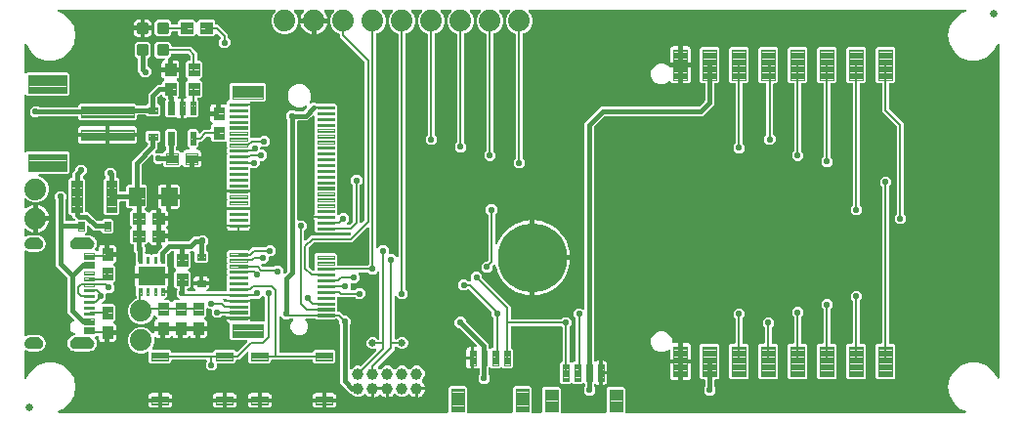
<source format=gbr>
G04 EAGLE Gerber RS-274X export*
G75*
%MOMM*%
%FSLAX34Y34*%
%LPD*%
%INTop Copper*%
%IPPOS*%
%AMOC8*
5,1,8,0,0,1.08239X$1,22.5*%
G01*
%ADD10C,0.102000*%
%ADD11C,0.654000*%
%ADD12C,0.100000*%
%ADD13C,0.635000*%
%ADD14C,0.099059*%
%ADD15C,6.000000*%
%ADD16C,0.300000*%
%ADD17C,0.096000*%
%ADD18C,0.098000*%
%ADD19C,1.879600*%
%ADD20C,0.100800*%
%ADD21C,0.099000*%
%ADD22C,0.104000*%
%ADD23C,1.000000*%
%ADD24C,0.203200*%
%ADD25C,0.558800*%
%ADD26C,0.406400*%

G36*
X369410Y3057D02*
X369410Y3057D01*
X369468Y3055D01*
X369550Y3077D01*
X369634Y3089D01*
X369687Y3112D01*
X369743Y3127D01*
X369816Y3170D01*
X369893Y3205D01*
X369938Y3243D01*
X369988Y3272D01*
X370046Y3334D01*
X370110Y3388D01*
X370142Y3437D01*
X370182Y3480D01*
X370221Y3555D01*
X370268Y3625D01*
X370285Y3681D01*
X370312Y3733D01*
X370323Y3801D01*
X370353Y3896D01*
X370356Y3996D01*
X370367Y4064D01*
X370367Y24611D01*
X371839Y26083D01*
X384961Y26083D01*
X386433Y24611D01*
X386433Y4064D01*
X386441Y4006D01*
X386439Y3948D01*
X386461Y3866D01*
X386473Y3782D01*
X386496Y3729D01*
X386511Y3673D01*
X386554Y3600D01*
X386589Y3523D01*
X386627Y3478D01*
X386656Y3428D01*
X386718Y3370D01*
X386772Y3306D01*
X386821Y3274D01*
X386864Y3234D01*
X386939Y3195D01*
X387009Y3148D01*
X387065Y3131D01*
X387117Y3104D01*
X387185Y3093D01*
X387280Y3063D01*
X387380Y3060D01*
X387448Y3049D01*
X425352Y3049D01*
X425410Y3057D01*
X425468Y3055D01*
X425550Y3077D01*
X425634Y3089D01*
X425687Y3112D01*
X425743Y3127D01*
X425816Y3170D01*
X425893Y3205D01*
X425938Y3243D01*
X425988Y3272D01*
X426046Y3334D01*
X426110Y3388D01*
X426142Y3437D01*
X426182Y3480D01*
X426221Y3555D01*
X426268Y3625D01*
X426285Y3681D01*
X426312Y3733D01*
X426323Y3801D01*
X426353Y3896D01*
X426356Y3996D01*
X426367Y4064D01*
X426367Y24611D01*
X427839Y26083D01*
X440961Y26083D01*
X442433Y24611D01*
X442433Y4064D01*
X442441Y4006D01*
X442439Y3948D01*
X442461Y3866D01*
X442473Y3782D01*
X442496Y3729D01*
X442511Y3673D01*
X442554Y3600D01*
X442589Y3523D01*
X442627Y3478D01*
X442656Y3428D01*
X442718Y3370D01*
X442772Y3306D01*
X442821Y3274D01*
X442864Y3234D01*
X442939Y3195D01*
X443009Y3148D01*
X443065Y3131D01*
X443117Y3104D01*
X443185Y3093D01*
X443280Y3063D01*
X443380Y3060D01*
X443448Y3049D01*
X450412Y3049D01*
X450470Y3057D01*
X450528Y3055D01*
X450610Y3077D01*
X450694Y3089D01*
X450747Y3112D01*
X450803Y3127D01*
X450876Y3170D01*
X450953Y3205D01*
X450998Y3243D01*
X451048Y3272D01*
X451106Y3334D01*
X451170Y3388D01*
X451202Y3437D01*
X451242Y3480D01*
X451281Y3555D01*
X451328Y3625D01*
X451345Y3681D01*
X451372Y3733D01*
X451383Y3801D01*
X451413Y3896D01*
X451416Y3996D01*
X451427Y4064D01*
X451427Y24281D01*
X452899Y25753D01*
X466021Y25753D01*
X467493Y24281D01*
X467493Y4064D01*
X467501Y4006D01*
X467499Y3948D01*
X467521Y3866D01*
X467533Y3782D01*
X467556Y3729D01*
X467571Y3673D01*
X467614Y3600D01*
X467649Y3523D01*
X467687Y3478D01*
X467716Y3428D01*
X467778Y3370D01*
X467832Y3306D01*
X467881Y3274D01*
X467924Y3234D01*
X467999Y3195D01*
X468069Y3148D01*
X468125Y3131D01*
X468177Y3104D01*
X468245Y3093D01*
X468340Y3063D01*
X468440Y3060D01*
X468508Y3049D01*
X506412Y3049D01*
X506470Y3057D01*
X506528Y3055D01*
X506610Y3077D01*
X506694Y3089D01*
X506747Y3112D01*
X506803Y3127D01*
X506876Y3170D01*
X506953Y3205D01*
X506998Y3243D01*
X507048Y3272D01*
X507106Y3334D01*
X507170Y3388D01*
X507202Y3437D01*
X507242Y3480D01*
X507281Y3555D01*
X507328Y3625D01*
X507345Y3681D01*
X507372Y3733D01*
X507383Y3801D01*
X507413Y3896D01*
X507416Y3996D01*
X507427Y4064D01*
X507427Y24281D01*
X508899Y25753D01*
X522021Y25753D01*
X523493Y24281D01*
X523493Y4064D01*
X523501Y4006D01*
X523499Y3948D01*
X523521Y3866D01*
X523533Y3782D01*
X523556Y3729D01*
X523571Y3673D01*
X523614Y3600D01*
X523649Y3523D01*
X523687Y3478D01*
X523716Y3428D01*
X523778Y3370D01*
X523832Y3306D01*
X523881Y3274D01*
X523924Y3234D01*
X523999Y3195D01*
X524069Y3148D01*
X524125Y3131D01*
X524177Y3104D01*
X524245Y3093D01*
X524340Y3063D01*
X524440Y3060D01*
X524508Y3049D01*
X818025Y3049D01*
X818132Y3064D01*
X818239Y3072D01*
X818272Y3084D01*
X818306Y3089D01*
X818405Y3133D01*
X818506Y3170D01*
X818534Y3191D01*
X818566Y3205D01*
X818648Y3275D01*
X818735Y3338D01*
X818756Y3366D01*
X818783Y3388D01*
X818842Y3478D01*
X818908Y3564D01*
X818921Y3596D01*
X818940Y3625D01*
X818973Y3728D01*
X819012Y3828D01*
X819016Y3863D01*
X819026Y3896D01*
X819029Y4004D01*
X819039Y4111D01*
X819033Y4146D01*
X819033Y4180D01*
X819006Y4285D01*
X818986Y4391D01*
X818970Y4422D01*
X818962Y4455D01*
X818907Y4548D01*
X818858Y4644D01*
X818834Y4670D01*
X818816Y4700D01*
X818738Y4774D01*
X818664Y4853D01*
X818637Y4868D01*
X818609Y4894D01*
X818418Y4992D01*
X818372Y5018D01*
X814538Y6413D01*
X808705Y11308D01*
X804898Y17902D01*
X803576Y25400D01*
X804898Y32898D01*
X808705Y39492D01*
X814538Y44387D01*
X821693Y46991D01*
X829307Y46991D01*
X836462Y44387D01*
X842295Y39492D01*
X845957Y33149D01*
X845969Y33134D01*
X845977Y33116D01*
X846056Y33022D01*
X846132Y32925D01*
X846148Y32914D01*
X846161Y32899D01*
X846263Y32831D01*
X846362Y32759D01*
X846381Y32752D01*
X846397Y32741D01*
X846514Y32704D01*
X846630Y32663D01*
X846650Y32661D01*
X846668Y32656D01*
X846791Y32652D01*
X846914Y32645D01*
X846933Y32649D01*
X846952Y32648D01*
X847071Y32679D01*
X847191Y32706D01*
X847209Y32715D01*
X847227Y32720D01*
X847333Y32783D01*
X847441Y32842D01*
X847455Y32855D01*
X847472Y32865D01*
X847556Y32955D01*
X847643Y33041D01*
X847653Y33058D01*
X847666Y33073D01*
X847722Y33182D01*
X847782Y33289D01*
X847787Y33308D01*
X847796Y33326D01*
X847808Y33398D01*
X847847Y33566D01*
X847845Y33617D01*
X847851Y33657D01*
X847851Y321943D01*
X847849Y321963D01*
X847851Y321982D01*
X847829Y322103D01*
X847811Y322225D01*
X847803Y322242D01*
X847800Y322262D01*
X847745Y322372D01*
X847695Y322484D01*
X847683Y322499D01*
X847674Y322517D01*
X847591Y322607D01*
X847512Y322701D01*
X847495Y322712D01*
X847482Y322726D01*
X847377Y322791D01*
X847275Y322859D01*
X847256Y322865D01*
X847240Y322875D01*
X847121Y322907D01*
X847004Y322944D01*
X846984Y322945D01*
X846965Y322950D01*
X846843Y322949D01*
X846720Y322952D01*
X846701Y322947D01*
X846681Y322947D01*
X846563Y322911D01*
X846445Y322880D01*
X846428Y322870D01*
X846409Y322864D01*
X846306Y322797D01*
X846200Y322735D01*
X846187Y322720D01*
X846170Y322710D01*
X846124Y322653D01*
X846006Y322527D01*
X845982Y322482D01*
X845957Y322451D01*
X842295Y316108D01*
X836462Y311213D01*
X829307Y308609D01*
X821693Y308609D01*
X814538Y311213D01*
X808705Y316108D01*
X804898Y322702D01*
X803576Y330200D01*
X804898Y337698D01*
X808705Y344292D01*
X814538Y349187D01*
X818372Y350582D01*
X818467Y350633D01*
X818566Y350677D01*
X818592Y350699D01*
X818623Y350716D01*
X818700Y350791D01*
X818783Y350861D01*
X818802Y350889D01*
X818827Y350914D01*
X818881Y351007D01*
X818940Y351097D01*
X818951Y351130D01*
X818968Y351160D01*
X818994Y351265D01*
X819026Y351368D01*
X819027Y351403D01*
X819035Y351437D01*
X819031Y351544D01*
X819033Y351652D01*
X819025Y351686D01*
X819023Y351721D01*
X818989Y351823D01*
X818962Y351927D01*
X818944Y351957D01*
X818933Y351990D01*
X818871Y352079D01*
X818816Y352172D01*
X818791Y352196D01*
X818771Y352224D01*
X818688Y352293D01*
X818609Y352366D01*
X818578Y352382D01*
X818551Y352404D01*
X818452Y352447D01*
X818356Y352496D01*
X818325Y352501D01*
X818290Y352516D01*
X818077Y352542D01*
X818025Y352551D01*
X440765Y352551D01*
X440736Y352547D01*
X440707Y352550D01*
X440596Y352527D01*
X440484Y352511D01*
X440457Y352499D01*
X440428Y352494D01*
X440328Y352441D01*
X440224Y352395D01*
X440202Y352376D01*
X440176Y352363D01*
X440094Y352285D01*
X440007Y352212D01*
X439991Y352187D01*
X439970Y352167D01*
X439913Y352069D01*
X439850Y351975D01*
X439841Y351947D01*
X439826Y351922D01*
X439798Y351812D01*
X439764Y351704D01*
X439763Y351674D01*
X439756Y351646D01*
X439760Y351533D01*
X439757Y351420D01*
X439764Y351391D01*
X439765Y351362D01*
X439800Y351254D01*
X439828Y351145D01*
X439843Y351119D01*
X439852Y351091D01*
X439898Y351027D01*
X439974Y350900D01*
X440019Y350857D01*
X440047Y350818D01*
X441491Y349375D01*
X443231Y345174D01*
X443231Y340626D01*
X441490Y336425D01*
X438275Y333210D01*
X435475Y332050D01*
X435474Y332049D01*
X435473Y332049D01*
X435354Y331978D01*
X435231Y331905D01*
X435230Y331904D01*
X435228Y331903D01*
X435131Y331800D01*
X435035Y331699D01*
X435035Y331697D01*
X435034Y331696D01*
X434969Y331570D01*
X434905Y331446D01*
X434905Y331444D01*
X434904Y331443D01*
X434902Y331428D01*
X434850Y331167D01*
X434853Y331137D01*
X434849Y331112D01*
X434849Y223908D01*
X434861Y223821D01*
X434864Y223734D01*
X434881Y223681D01*
X434889Y223626D01*
X434924Y223547D01*
X434951Y223463D01*
X434979Y223424D01*
X435005Y223367D01*
X435101Y223254D01*
X435146Y223190D01*
X436627Y221709D01*
X436627Y217711D01*
X433799Y214883D01*
X429801Y214883D01*
X426973Y217711D01*
X426973Y221709D01*
X428454Y223190D01*
X428506Y223260D01*
X428566Y223324D01*
X428592Y223373D01*
X428625Y223417D01*
X428656Y223499D01*
X428696Y223577D01*
X428704Y223624D01*
X428726Y223683D01*
X428738Y223830D01*
X428751Y223908D01*
X428751Y331112D01*
X428751Y331113D01*
X428751Y331115D01*
X428732Y331250D01*
X428711Y331393D01*
X428711Y331395D01*
X428711Y331396D01*
X428654Y331522D01*
X428595Y331653D01*
X428594Y331654D01*
X428593Y331655D01*
X428503Y331762D01*
X428412Y331870D01*
X428410Y331871D01*
X428409Y331872D01*
X428396Y331880D01*
X428175Y332027D01*
X428146Y332037D01*
X428125Y332050D01*
X425325Y333210D01*
X422110Y336425D01*
X420369Y340626D01*
X420369Y345174D01*
X422109Y349375D01*
X423553Y350818D01*
X423570Y350842D01*
X423593Y350861D01*
X423655Y350955D01*
X423724Y351045D01*
X423734Y351073D01*
X423750Y351097D01*
X423784Y351205D01*
X423825Y351311D01*
X423827Y351340D01*
X423836Y351368D01*
X423839Y351482D01*
X423848Y351594D01*
X423843Y351623D01*
X423843Y351652D01*
X423815Y351762D01*
X423792Y351873D01*
X423779Y351899D01*
X423772Y351927D01*
X423714Y352025D01*
X423661Y352125D01*
X423641Y352147D01*
X423626Y352172D01*
X423544Y352249D01*
X423466Y352331D01*
X423440Y352346D01*
X423419Y352366D01*
X423318Y352418D01*
X423220Y352475D01*
X423192Y352482D01*
X423166Y352496D01*
X423088Y352509D01*
X422945Y352545D01*
X422882Y352543D01*
X422835Y352551D01*
X415365Y352551D01*
X415336Y352547D01*
X415307Y352550D01*
X415196Y352527D01*
X415084Y352511D01*
X415057Y352499D01*
X415028Y352494D01*
X414928Y352441D01*
X414824Y352395D01*
X414802Y352376D01*
X414776Y352363D01*
X414694Y352285D01*
X414607Y352212D01*
X414591Y352187D01*
X414570Y352167D01*
X414513Y352069D01*
X414450Y351975D01*
X414441Y351947D01*
X414426Y351922D01*
X414398Y351812D01*
X414364Y351704D01*
X414363Y351674D01*
X414356Y351646D01*
X414360Y351533D01*
X414357Y351420D01*
X414364Y351391D01*
X414365Y351362D01*
X414400Y351254D01*
X414428Y351145D01*
X414443Y351119D01*
X414452Y351091D01*
X414498Y351027D01*
X414574Y350900D01*
X414619Y350857D01*
X414647Y350818D01*
X416091Y349375D01*
X417831Y345174D01*
X417831Y340626D01*
X416090Y336425D01*
X412875Y333209D01*
X409948Y331997D01*
X409947Y331996D01*
X409946Y331996D01*
X409825Y331925D01*
X409704Y331853D01*
X409703Y331852D01*
X409701Y331851D01*
X409601Y331744D01*
X409508Y331646D01*
X409508Y331645D01*
X409507Y331644D01*
X409442Y331518D01*
X409378Y331393D01*
X409378Y331392D01*
X409377Y331390D01*
X409375Y331376D01*
X409323Y331114D01*
X409326Y331084D01*
X409322Y331059D01*
X409322Y230385D01*
X409334Y230298D01*
X409337Y230211D01*
X409354Y230158D01*
X409362Y230103D01*
X409397Y230024D01*
X409424Y229940D01*
X409452Y229901D01*
X409478Y229844D01*
X409574Y229731D01*
X409619Y229667D01*
X411100Y228186D01*
X411100Y224188D01*
X408272Y221360D01*
X404274Y221360D01*
X401446Y224188D01*
X401446Y228186D01*
X402927Y229667D01*
X402979Y229737D01*
X403039Y229801D01*
X403065Y229850D01*
X403098Y229894D01*
X403129Y229976D01*
X403169Y230054D01*
X403177Y230101D01*
X403199Y230160D01*
X403211Y230307D01*
X403224Y230385D01*
X403224Y331165D01*
X403224Y331166D01*
X403224Y331168D01*
X403204Y331308D01*
X403184Y331446D01*
X403184Y331447D01*
X403184Y331449D01*
X403129Y331570D01*
X403068Y331705D01*
X403067Y331707D01*
X403066Y331708D01*
X402979Y331811D01*
X402885Y331922D01*
X402883Y331923D01*
X402882Y331925D01*
X402869Y331933D01*
X402648Y332080D01*
X402619Y332089D01*
X402598Y332103D01*
X399925Y333209D01*
X396710Y336425D01*
X394969Y340626D01*
X394969Y345174D01*
X396709Y349375D01*
X398153Y350818D01*
X398170Y350842D01*
X398193Y350861D01*
X398255Y350955D01*
X398324Y351045D01*
X398334Y351073D01*
X398350Y351097D01*
X398384Y351205D01*
X398425Y351311D01*
X398427Y351340D01*
X398436Y351368D01*
X398439Y351482D01*
X398448Y351594D01*
X398443Y351623D01*
X398443Y351652D01*
X398415Y351762D01*
X398392Y351873D01*
X398379Y351899D01*
X398372Y351927D01*
X398314Y352025D01*
X398261Y352125D01*
X398241Y352147D01*
X398226Y352172D01*
X398144Y352249D01*
X398066Y352331D01*
X398040Y352346D01*
X398019Y352366D01*
X397918Y352418D01*
X397820Y352475D01*
X397792Y352482D01*
X397766Y352496D01*
X397688Y352509D01*
X397545Y352545D01*
X397482Y352543D01*
X397435Y352551D01*
X389965Y352551D01*
X389936Y352547D01*
X389907Y352550D01*
X389796Y352527D01*
X389684Y352511D01*
X389657Y352499D01*
X389628Y352494D01*
X389528Y352441D01*
X389424Y352395D01*
X389402Y352376D01*
X389376Y352363D01*
X389294Y352285D01*
X389207Y352212D01*
X389191Y352187D01*
X389170Y352167D01*
X389113Y352069D01*
X389050Y351975D01*
X389041Y351947D01*
X389026Y351922D01*
X388998Y351812D01*
X388964Y351704D01*
X388963Y351674D01*
X388956Y351646D01*
X388960Y351533D01*
X388957Y351420D01*
X388964Y351391D01*
X388965Y351362D01*
X389000Y351254D01*
X389028Y351145D01*
X389043Y351119D01*
X389052Y351091D01*
X389098Y351027D01*
X389174Y350900D01*
X389219Y350857D01*
X389247Y350818D01*
X390691Y349375D01*
X392431Y345174D01*
X392431Y340626D01*
X390690Y336425D01*
X387475Y333210D01*
X384675Y332050D01*
X384674Y332049D01*
X384673Y332049D01*
X384554Y331978D01*
X384431Y331905D01*
X384430Y331904D01*
X384428Y331903D01*
X384331Y331800D01*
X384235Y331699D01*
X384235Y331697D01*
X384234Y331696D01*
X384169Y331570D01*
X384105Y331446D01*
X384105Y331444D01*
X384104Y331443D01*
X384102Y331428D01*
X384050Y331167D01*
X384053Y331137D01*
X384049Y331112D01*
X384049Y237878D01*
X384061Y237791D01*
X384064Y237704D01*
X384081Y237651D01*
X384089Y237596D01*
X384124Y237517D01*
X384151Y237433D01*
X384179Y237394D01*
X384205Y237337D01*
X384301Y237224D01*
X384346Y237160D01*
X385827Y235679D01*
X385827Y231681D01*
X382999Y228853D01*
X379001Y228853D01*
X376173Y231681D01*
X376173Y235679D01*
X377654Y237160D01*
X377706Y237230D01*
X377766Y237294D01*
X377792Y237343D01*
X377825Y237387D01*
X377856Y237469D01*
X377896Y237547D01*
X377904Y237594D01*
X377926Y237653D01*
X377938Y237800D01*
X377951Y237878D01*
X377951Y331112D01*
X377951Y331113D01*
X377951Y331115D01*
X377932Y331250D01*
X377911Y331393D01*
X377911Y331395D01*
X377911Y331396D01*
X377854Y331522D01*
X377795Y331653D01*
X377794Y331654D01*
X377793Y331655D01*
X377703Y331762D01*
X377612Y331870D01*
X377610Y331871D01*
X377609Y331872D01*
X377596Y331880D01*
X377375Y332027D01*
X377346Y332037D01*
X377325Y332050D01*
X374525Y333210D01*
X371310Y336425D01*
X369569Y340626D01*
X369569Y345174D01*
X371309Y349375D01*
X372753Y350818D01*
X372770Y350842D01*
X372793Y350861D01*
X372855Y350955D01*
X372924Y351045D01*
X372934Y351073D01*
X372950Y351097D01*
X372984Y351205D01*
X373025Y351311D01*
X373027Y351340D01*
X373036Y351368D01*
X373039Y351482D01*
X373048Y351594D01*
X373043Y351623D01*
X373043Y351652D01*
X373015Y351762D01*
X372992Y351873D01*
X372979Y351899D01*
X372972Y351927D01*
X372914Y352025D01*
X372861Y352125D01*
X372841Y352147D01*
X372826Y352172D01*
X372744Y352249D01*
X372666Y352331D01*
X372640Y352346D01*
X372619Y352366D01*
X372518Y352418D01*
X372420Y352475D01*
X372392Y352482D01*
X372366Y352496D01*
X372288Y352509D01*
X372145Y352545D01*
X372082Y352543D01*
X372035Y352551D01*
X364565Y352551D01*
X364536Y352547D01*
X364507Y352550D01*
X364396Y352527D01*
X364284Y352511D01*
X364257Y352499D01*
X364228Y352494D01*
X364128Y352441D01*
X364024Y352395D01*
X364002Y352376D01*
X363976Y352363D01*
X363894Y352285D01*
X363807Y352212D01*
X363791Y352187D01*
X363770Y352167D01*
X363713Y352069D01*
X363650Y351975D01*
X363641Y351947D01*
X363626Y351922D01*
X363598Y351812D01*
X363564Y351704D01*
X363563Y351674D01*
X363556Y351646D01*
X363560Y351533D01*
X363557Y351420D01*
X363564Y351391D01*
X363565Y351362D01*
X363600Y351254D01*
X363628Y351145D01*
X363643Y351119D01*
X363652Y351091D01*
X363698Y351027D01*
X363774Y350900D01*
X363819Y350857D01*
X363847Y350818D01*
X365291Y349375D01*
X367031Y345174D01*
X367031Y340626D01*
X365290Y336425D01*
X362075Y333210D01*
X359275Y332050D01*
X359274Y332049D01*
X359273Y332049D01*
X359154Y331978D01*
X359031Y331905D01*
X359030Y331904D01*
X359028Y331903D01*
X358931Y331800D01*
X358835Y331699D01*
X358835Y331697D01*
X358834Y331696D01*
X358769Y331570D01*
X358705Y331446D01*
X358705Y331444D01*
X358704Y331443D01*
X358702Y331428D01*
X358650Y331167D01*
X358653Y331137D01*
X358649Y331112D01*
X358649Y244228D01*
X358661Y244141D01*
X358664Y244054D01*
X358681Y244001D01*
X358689Y243946D01*
X358724Y243867D01*
X358751Y243783D01*
X358779Y243744D01*
X358805Y243687D01*
X358901Y243574D01*
X358946Y243510D01*
X360427Y242029D01*
X360427Y238031D01*
X357599Y235203D01*
X353601Y235203D01*
X350773Y238031D01*
X350773Y242029D01*
X352254Y243510D01*
X352306Y243580D01*
X352366Y243644D01*
X352392Y243693D01*
X352425Y243737D01*
X352456Y243819D01*
X352496Y243897D01*
X352504Y243944D01*
X352526Y244003D01*
X352538Y244150D01*
X352551Y244228D01*
X352551Y331112D01*
X352551Y331113D01*
X352551Y331115D01*
X352532Y331250D01*
X352511Y331393D01*
X352511Y331395D01*
X352511Y331396D01*
X352454Y331522D01*
X352395Y331653D01*
X352394Y331654D01*
X352393Y331655D01*
X352303Y331762D01*
X352212Y331870D01*
X352210Y331871D01*
X352209Y331872D01*
X352196Y331880D01*
X351975Y332027D01*
X351946Y332037D01*
X351925Y332050D01*
X349125Y333210D01*
X345910Y336425D01*
X344169Y340626D01*
X344169Y345174D01*
X345909Y349375D01*
X347353Y350818D01*
X347370Y350842D01*
X347393Y350861D01*
X347455Y350955D01*
X347524Y351045D01*
X347534Y351073D01*
X347550Y351097D01*
X347584Y351205D01*
X347625Y351311D01*
X347627Y351340D01*
X347636Y351368D01*
X347639Y351482D01*
X347648Y351594D01*
X347643Y351623D01*
X347643Y351652D01*
X347615Y351762D01*
X347592Y351873D01*
X347579Y351899D01*
X347572Y351927D01*
X347514Y352025D01*
X347461Y352125D01*
X347441Y352147D01*
X347426Y352172D01*
X347344Y352249D01*
X347266Y352331D01*
X347240Y352346D01*
X347219Y352366D01*
X347118Y352418D01*
X347020Y352475D01*
X346992Y352482D01*
X346966Y352496D01*
X346888Y352509D01*
X346745Y352545D01*
X346682Y352543D01*
X346635Y352551D01*
X339165Y352551D01*
X339136Y352547D01*
X339107Y352550D01*
X338996Y352527D01*
X338884Y352511D01*
X338857Y352499D01*
X338828Y352494D01*
X338728Y352441D01*
X338624Y352395D01*
X338602Y352376D01*
X338576Y352363D01*
X338494Y352285D01*
X338407Y352212D01*
X338391Y352187D01*
X338370Y352167D01*
X338313Y352069D01*
X338250Y351975D01*
X338241Y351947D01*
X338226Y351922D01*
X338198Y351812D01*
X338164Y351704D01*
X338163Y351674D01*
X338156Y351646D01*
X338160Y351533D01*
X338157Y351420D01*
X338164Y351391D01*
X338165Y351362D01*
X338200Y351254D01*
X338228Y351145D01*
X338243Y351119D01*
X338252Y351091D01*
X338298Y351027D01*
X338374Y350900D01*
X338419Y350857D01*
X338447Y350818D01*
X339891Y349375D01*
X341631Y345174D01*
X341631Y340626D01*
X339890Y336425D01*
X336675Y333210D01*
X333875Y332050D01*
X333874Y332049D01*
X333873Y332049D01*
X333754Y331978D01*
X333631Y331905D01*
X333630Y331904D01*
X333628Y331903D01*
X333531Y331800D01*
X333435Y331699D01*
X333435Y331697D01*
X333434Y331696D01*
X333369Y331570D01*
X333305Y331446D01*
X333305Y331444D01*
X333304Y331443D01*
X333302Y331428D01*
X333250Y331167D01*
X333253Y331137D01*
X333249Y331112D01*
X333249Y110521D01*
X333261Y110434D01*
X333264Y110347D01*
X333281Y110294D01*
X333289Y110239D01*
X333324Y110160D01*
X333351Y110076D01*
X333379Y110037D01*
X333405Y109980D01*
X333501Y109867D01*
X333546Y109803D01*
X335027Y108322D01*
X335027Y104324D01*
X332199Y101496D01*
X328201Y101496D01*
X325711Y103986D01*
X325687Y104004D01*
X325668Y104026D01*
X325574Y104089D01*
X325484Y104157D01*
X325456Y104167D01*
X325432Y104184D01*
X325324Y104218D01*
X325218Y104258D01*
X325189Y104261D01*
X325161Y104270D01*
X325047Y104272D01*
X324935Y104282D01*
X324906Y104276D01*
X324877Y104277D01*
X324767Y104248D01*
X324656Y104226D01*
X324630Y104212D01*
X324602Y104205D01*
X324504Y104147D01*
X324404Y104095D01*
X324382Y104075D01*
X324357Y104060D01*
X324280Y103977D01*
X324198Y103899D01*
X324183Y103874D01*
X324163Y103852D01*
X324111Y103752D01*
X324054Y103654D01*
X324047Y103625D01*
X324033Y103599D01*
X324020Y103522D01*
X323984Y103378D01*
X323986Y103316D01*
X323978Y103268D01*
X323978Y67564D01*
X323986Y67506D01*
X323984Y67448D01*
X324006Y67366D01*
X324018Y67282D01*
X324041Y67229D01*
X324056Y67173D01*
X324099Y67100D01*
X324134Y67023D01*
X324172Y66978D01*
X324201Y66928D01*
X324263Y66870D01*
X324317Y66806D01*
X324366Y66774D01*
X324409Y66734D01*
X324484Y66695D01*
X324554Y66648D01*
X324610Y66631D01*
X324662Y66604D01*
X324730Y66593D01*
X324825Y66563D01*
X324925Y66560D01*
X324993Y66549D01*
X325463Y66549D01*
X325550Y66561D01*
X325637Y66564D01*
X325690Y66581D01*
X325745Y66589D01*
X325825Y66624D01*
X325908Y66651D01*
X325947Y66679D01*
X326004Y66705D01*
X326118Y66801D01*
X326181Y66846D01*
X327250Y67915D01*
X329164Y68708D01*
X331236Y68708D01*
X333150Y67915D01*
X334615Y66450D01*
X335408Y64536D01*
X335408Y62464D01*
X334615Y60550D01*
X333150Y59085D01*
X331236Y58292D01*
X329164Y58292D01*
X327250Y59085D01*
X326181Y60154D01*
X326111Y60206D01*
X326048Y60266D01*
X325998Y60292D01*
X325954Y60325D01*
X325872Y60356D01*
X325794Y60396D01*
X325747Y60404D01*
X325688Y60426D01*
X325541Y60438D01*
X325463Y60451D01*
X324993Y60451D01*
X324935Y60443D01*
X324877Y60445D01*
X324795Y60423D01*
X324711Y60411D01*
X324658Y60388D01*
X324602Y60373D01*
X324529Y60330D01*
X324452Y60295D01*
X324407Y60257D01*
X324357Y60228D01*
X324299Y60166D01*
X324235Y60112D01*
X324203Y60063D01*
X324163Y60020D01*
X324124Y59945D01*
X324077Y59875D01*
X324060Y59819D01*
X324033Y59767D01*
X324022Y59699D01*
X323992Y59604D01*
X323989Y59504D01*
X323978Y59436D01*
X323978Y58046D01*
X321895Y55963D01*
X321894Y55963D01*
X309472Y43540D01*
X309437Y43493D01*
X309394Y43453D01*
X309351Y43380D01*
X309301Y43313D01*
X309280Y43258D01*
X309250Y43208D01*
X309230Y43126D01*
X309199Y43047D01*
X309195Y42989D01*
X309180Y42932D01*
X309183Y42848D01*
X309176Y42764D01*
X309187Y42707D01*
X309189Y42648D01*
X309215Y42568D01*
X309232Y42485D01*
X309259Y42433D01*
X309277Y42378D01*
X309317Y42321D01*
X309363Y42233D01*
X309432Y42160D01*
X309472Y42104D01*
X310432Y41144D01*
X310479Y41109D01*
X310519Y41066D01*
X310592Y41023D01*
X310659Y40973D01*
X310714Y40952D01*
X310764Y40922D01*
X310846Y40902D01*
X310925Y40872D01*
X310983Y40867D01*
X311040Y40852D01*
X311124Y40855D01*
X311208Y40848D01*
X311266Y40860D01*
X311324Y40861D01*
X311404Y40887D01*
X311487Y40904D01*
X311539Y40931D01*
X311595Y40949D01*
X311651Y40989D01*
X311739Y41035D01*
X311812Y41104D01*
X311868Y41144D01*
X313516Y42792D01*
X316101Y43863D01*
X318899Y43863D01*
X321484Y42792D01*
X323132Y41144D01*
X323179Y41109D01*
X323219Y41066D01*
X323292Y41023D01*
X323359Y40973D01*
X323414Y40952D01*
X323464Y40922D01*
X323546Y40902D01*
X323625Y40872D01*
X323683Y40867D01*
X323740Y40852D01*
X323824Y40855D01*
X323908Y40848D01*
X323966Y40860D01*
X324024Y40861D01*
X324104Y40887D01*
X324187Y40904D01*
X324239Y40931D01*
X324295Y40949D01*
X324351Y40989D01*
X324439Y41035D01*
X324512Y41104D01*
X324568Y41144D01*
X326216Y42792D01*
X328801Y43863D01*
X331599Y43863D01*
X334184Y42792D01*
X335832Y41144D01*
X335879Y41109D01*
X335919Y41066D01*
X335992Y41023D01*
X336059Y40973D01*
X336114Y40952D01*
X336164Y40922D01*
X336246Y40902D01*
X336325Y40872D01*
X336383Y40867D01*
X336440Y40852D01*
X336524Y40855D01*
X336608Y40848D01*
X336666Y40860D01*
X336724Y40861D01*
X336804Y40887D01*
X336887Y40904D01*
X336939Y40931D01*
X336995Y40949D01*
X337051Y40989D01*
X337139Y41035D01*
X337212Y41104D01*
X337268Y41144D01*
X338916Y42792D01*
X341501Y43863D01*
X344299Y43863D01*
X346884Y42792D01*
X348862Y40814D01*
X349933Y38229D01*
X349933Y35431D01*
X348862Y32846D01*
X347560Y31545D01*
X347551Y31532D01*
X347539Y31522D01*
X347466Y31419D01*
X347389Y31317D01*
X347384Y31303D01*
X347375Y31290D01*
X347333Y31170D01*
X347288Y31052D01*
X347287Y31036D01*
X347282Y31021D01*
X347275Y30895D01*
X347265Y30768D01*
X347268Y30753D01*
X347267Y30738D01*
X347296Y30613D01*
X347320Y30490D01*
X347328Y30476D01*
X347331Y30461D01*
X347393Y30350D01*
X347451Y30237D01*
X347462Y30226D01*
X347470Y30212D01*
X347520Y30165D01*
X347647Y30031D01*
X347685Y30009D01*
X348757Y28937D01*
X349582Y27702D01*
X350151Y26330D01*
X350336Y25399D01*
X343154Y25399D01*
X343096Y25391D01*
X343038Y25393D01*
X342956Y25371D01*
X342873Y25359D01*
X342819Y25336D01*
X342763Y25321D01*
X342690Y25278D01*
X342613Y25243D01*
X342569Y25205D01*
X342518Y25176D01*
X342461Y25114D01*
X342396Y25060D01*
X342364Y25011D01*
X342324Y24968D01*
X342285Y24893D01*
X342239Y24823D01*
X342231Y24799D01*
X342182Y24769D01*
X342105Y24735D01*
X342060Y24697D01*
X342010Y24667D01*
X341952Y24606D01*
X341888Y24551D01*
X341856Y24503D01*
X341816Y24460D01*
X341777Y24385D01*
X341730Y24315D01*
X341713Y24259D01*
X341686Y24207D01*
X341675Y24139D01*
X341645Y24044D01*
X341642Y23944D01*
X341631Y23876D01*
X341631Y16694D01*
X340700Y16879D01*
X339328Y17448D01*
X338093Y18273D01*
X337036Y19330D01*
X337030Y19341D01*
X336943Y19433D01*
X336858Y19528D01*
X336845Y19536D01*
X336834Y19547D01*
X336725Y19611D01*
X336617Y19679D01*
X336602Y19683D01*
X336589Y19691D01*
X336467Y19722D01*
X336344Y19757D01*
X336328Y19757D01*
X336313Y19761D01*
X336187Y19757D01*
X336060Y19757D01*
X336045Y19753D01*
X336029Y19752D01*
X335908Y19713D01*
X335787Y19678D01*
X335774Y19669D01*
X335759Y19665D01*
X335703Y19624D01*
X335546Y19526D01*
X335516Y19491D01*
X335485Y19470D01*
X334184Y18168D01*
X331599Y17097D01*
X328801Y17097D01*
X326216Y18168D01*
X324915Y19470D01*
X324902Y19479D01*
X324892Y19491D01*
X324789Y19564D01*
X324687Y19641D01*
X324673Y19646D01*
X324660Y19655D01*
X324540Y19697D01*
X324422Y19742D01*
X324406Y19743D01*
X324391Y19748D01*
X324265Y19755D01*
X324138Y19765D01*
X324123Y19762D01*
X324108Y19763D01*
X323984Y19734D01*
X323860Y19710D01*
X323846Y19702D01*
X323831Y19699D01*
X323720Y19637D01*
X323607Y19579D01*
X323596Y19568D01*
X323582Y19560D01*
X323535Y19510D01*
X323401Y19383D01*
X323379Y19345D01*
X322307Y18273D01*
X321072Y17448D01*
X319700Y16879D01*
X318769Y16694D01*
X318769Y23876D01*
X318761Y23934D01*
X318763Y23992D01*
X318741Y24074D01*
X318729Y24157D01*
X318706Y24211D01*
X318691Y24267D01*
X318648Y24340D01*
X318613Y24417D01*
X318575Y24461D01*
X318546Y24512D01*
X318484Y24569D01*
X318430Y24634D01*
X318381Y24666D01*
X318338Y24706D01*
X318263Y24745D01*
X318193Y24791D01*
X318169Y24799D01*
X318139Y24848D01*
X318105Y24925D01*
X318067Y24970D01*
X318037Y25020D01*
X317976Y25078D01*
X317921Y25142D01*
X317873Y25174D01*
X317830Y25214D01*
X317755Y25253D01*
X317685Y25300D01*
X317629Y25317D01*
X317577Y25344D01*
X317509Y25355D01*
X317414Y25385D01*
X317314Y25388D01*
X317246Y25399D01*
X305054Y25399D01*
X304996Y25391D01*
X304938Y25393D01*
X304856Y25371D01*
X304773Y25359D01*
X304719Y25336D01*
X304663Y25321D01*
X304590Y25278D01*
X304513Y25243D01*
X304469Y25205D01*
X304418Y25176D01*
X304361Y25114D01*
X304296Y25060D01*
X304264Y25011D01*
X304224Y24968D01*
X304185Y24893D01*
X304139Y24823D01*
X304131Y24799D01*
X304082Y24769D01*
X304005Y24735D01*
X303960Y24697D01*
X303910Y24667D01*
X303852Y24606D01*
X303788Y24551D01*
X303756Y24503D01*
X303716Y24460D01*
X303677Y24385D01*
X303630Y24315D01*
X303613Y24259D01*
X303586Y24207D01*
X303575Y24139D01*
X303545Y24044D01*
X303542Y23944D01*
X303531Y23876D01*
X303531Y16694D01*
X302600Y16879D01*
X301228Y17448D01*
X299993Y18273D01*
X298936Y19330D01*
X298930Y19341D01*
X298843Y19433D01*
X298758Y19528D01*
X298745Y19536D01*
X298734Y19547D01*
X298625Y19611D01*
X298517Y19679D01*
X298502Y19683D01*
X298489Y19691D01*
X298367Y19722D01*
X298244Y19757D01*
X298228Y19757D01*
X298213Y19761D01*
X298087Y19757D01*
X297960Y19757D01*
X297945Y19753D01*
X297929Y19752D01*
X297808Y19713D01*
X297687Y19678D01*
X297674Y19669D01*
X297659Y19665D01*
X297603Y19624D01*
X297446Y19526D01*
X297416Y19491D01*
X297385Y19470D01*
X296084Y18168D01*
X293499Y17097D01*
X290701Y17097D01*
X288116Y18168D01*
X286516Y19768D01*
X286447Y19820D01*
X286383Y19880D01*
X286333Y19906D01*
X286289Y19939D01*
X286207Y19970D01*
X286129Y20010D01*
X286082Y20018D01*
X286023Y20040D01*
X285876Y20052D01*
X285798Y20065D01*
X285336Y20065D01*
X276737Y28665D01*
X276737Y79237D01*
X276730Y79288D01*
X276730Y79309D01*
X276724Y79331D01*
X276722Y79411D01*
X276705Y79463D01*
X276697Y79518D01*
X276661Y79598D01*
X276634Y79681D01*
X276606Y79720D01*
X276581Y79778D01*
X276485Y79891D01*
X276439Y79955D01*
X275975Y80419D01*
X275975Y82513D01*
X275963Y82600D01*
X275960Y82687D01*
X275943Y82740D01*
X275935Y82795D01*
X275899Y82874D01*
X275872Y82958D01*
X275844Y82997D01*
X275819Y83054D01*
X275723Y83167D01*
X275677Y83231D01*
X274455Y84454D01*
X274385Y84506D01*
X274321Y84566D01*
X274271Y84592D01*
X274227Y84625D01*
X274146Y84656D01*
X274068Y84696D01*
X274020Y84704D01*
X273962Y84726D01*
X273814Y84738D01*
X273737Y84751D01*
X273248Y84751D01*
X273161Y84739D01*
X273074Y84736D01*
X273021Y84719D01*
X272966Y84711D01*
X272886Y84676D01*
X272803Y84649D01*
X272764Y84621D01*
X272707Y84595D01*
X272594Y84499D01*
X272530Y84454D01*
X272343Y84267D01*
X255757Y84267D01*
X255570Y84454D01*
X255500Y84506D01*
X255436Y84566D01*
X255387Y84592D01*
X255343Y84625D01*
X255261Y84656D01*
X255183Y84696D01*
X255136Y84704D01*
X255077Y84726D01*
X254930Y84738D01*
X254852Y84751D01*
X247453Y84751D01*
X247424Y84747D01*
X247394Y84750D01*
X247283Y84727D01*
X247171Y84711D01*
X247144Y84699D01*
X247116Y84694D01*
X247015Y84641D01*
X246912Y84595D01*
X246889Y84576D01*
X246863Y84563D01*
X246781Y84485D01*
X246695Y84412D01*
X246678Y84387D01*
X246657Y84367D01*
X246600Y84269D01*
X246537Y84175D01*
X246528Y84147D01*
X246513Y84122D01*
X246486Y84012D01*
X246451Y83904D01*
X246451Y83874D01*
X246443Y83846D01*
X246447Y83733D01*
X246444Y83620D01*
X246451Y83591D01*
X246452Y83562D01*
X246487Y83454D01*
X246516Y83345D01*
X246531Y83319D01*
X246540Y83291D01*
X246586Y83227D01*
X246661Y83100D01*
X246707Y83057D01*
X246735Y83018D01*
X247686Y82067D01*
X248833Y79298D01*
X248833Y76302D01*
X247686Y73533D01*
X245567Y71414D01*
X242798Y70267D01*
X239802Y70267D01*
X237033Y71414D01*
X234914Y73533D01*
X233767Y76302D01*
X233767Y79298D01*
X234914Y82067D01*
X235865Y83018D01*
X235883Y83042D01*
X235905Y83061D01*
X235968Y83155D01*
X236036Y83245D01*
X236047Y83273D01*
X236063Y83297D01*
X236097Y83405D01*
X236137Y83511D01*
X236140Y83540D01*
X236149Y83568D01*
X236152Y83681D01*
X236161Y83794D01*
X236155Y83823D01*
X236156Y83852D01*
X236127Y83962D01*
X236105Y84073D01*
X236091Y84099D01*
X236084Y84127D01*
X236026Y84225D01*
X235974Y84325D01*
X235954Y84347D01*
X235939Y84372D01*
X235856Y84449D01*
X235778Y84531D01*
X235753Y84546D01*
X235732Y84566D01*
X235631Y84618D01*
X235533Y84675D01*
X235505Y84682D01*
X235478Y84696D01*
X235401Y84709D01*
X235257Y84745D01*
X235195Y84743D01*
X235147Y84751D01*
X233238Y84751D01*
X233151Y84739D01*
X233064Y84736D01*
X233011Y84719D01*
X232956Y84711D01*
X232876Y84676D01*
X232793Y84649D01*
X232754Y84621D01*
X232697Y84595D01*
X232584Y84499D01*
X232520Y84454D01*
X232004Y83938D01*
X228006Y83938D01*
X225762Y86182D01*
X225738Y86200D01*
X225719Y86222D01*
X225625Y86285D01*
X225535Y86353D01*
X225507Y86363D01*
X225483Y86380D01*
X225375Y86414D01*
X225269Y86454D01*
X225240Y86457D01*
X225212Y86466D01*
X225098Y86468D01*
X224986Y86478D01*
X224957Y86472D01*
X224928Y86473D01*
X224818Y86444D01*
X224707Y86422D01*
X224681Y86408D01*
X224653Y86401D01*
X224555Y86343D01*
X224455Y86291D01*
X224433Y86271D01*
X224408Y86256D01*
X224331Y86173D01*
X224249Y86095D01*
X224234Y86070D01*
X224214Y86048D01*
X224162Y85948D01*
X224105Y85850D01*
X224098Y85821D01*
X224084Y85795D01*
X224071Y85718D01*
X224035Y85574D01*
X224037Y85512D01*
X224029Y85464D01*
X224029Y56134D01*
X224037Y56076D01*
X224035Y56018D01*
X224057Y55936D01*
X224069Y55852D01*
X224092Y55799D01*
X224107Y55743D01*
X224150Y55670D01*
X224185Y55593D01*
X224223Y55548D01*
X224252Y55498D01*
X224314Y55440D01*
X224368Y55376D01*
X224417Y55344D01*
X224460Y55304D01*
X224535Y55265D01*
X224605Y55218D01*
X224661Y55201D01*
X224713Y55174D01*
X224781Y55163D01*
X224876Y55133D01*
X224976Y55130D01*
X225044Y55119D01*
X252222Y55119D01*
X252280Y55127D01*
X252338Y55125D01*
X252420Y55147D01*
X252504Y55159D01*
X252557Y55182D01*
X252613Y55197D01*
X252686Y55240D01*
X252763Y55275D01*
X252808Y55313D01*
X252858Y55342D01*
X252916Y55404D01*
X252980Y55458D01*
X253012Y55507D01*
X253052Y55550D01*
X253091Y55625D01*
X253138Y55695D01*
X253155Y55751D01*
X253182Y55803D01*
X253193Y55871D01*
X253223Y55966D01*
X253226Y56066D01*
X253237Y56134D01*
X253237Y56432D01*
X254718Y57913D01*
X271062Y57913D01*
X272543Y56432D01*
X272543Y47708D01*
X271062Y46227D01*
X254718Y46227D01*
X253237Y47708D01*
X253237Y48006D01*
X253229Y48064D01*
X253231Y48122D01*
X253209Y48204D01*
X253197Y48288D01*
X253174Y48341D01*
X253159Y48397D01*
X253116Y48470D01*
X253081Y48547D01*
X253043Y48592D01*
X253014Y48642D01*
X252952Y48700D01*
X252898Y48764D01*
X252849Y48796D01*
X252806Y48836D01*
X252731Y48875D01*
X252661Y48922D01*
X252605Y48939D01*
X252553Y48966D01*
X252485Y48977D01*
X252390Y49007D01*
X252290Y49010D01*
X252222Y49021D01*
X217678Y49021D01*
X217620Y49013D01*
X217562Y49015D01*
X217480Y48993D01*
X217396Y48981D01*
X217343Y48958D01*
X217287Y48943D01*
X217214Y48900D01*
X217137Y48865D01*
X217092Y48827D01*
X217042Y48798D01*
X216984Y48736D01*
X216920Y48682D01*
X216888Y48633D01*
X216848Y48590D01*
X216809Y48515D01*
X216762Y48445D01*
X216745Y48389D01*
X216718Y48337D01*
X216707Y48269D01*
X216677Y48174D01*
X216674Y48074D01*
X216663Y48006D01*
X216663Y47708D01*
X215182Y46227D01*
X198838Y46227D01*
X197357Y47708D01*
X197357Y54846D01*
X197353Y54875D01*
X197356Y54904D01*
X197350Y54931D01*
X197351Y54943D01*
X197339Y54988D01*
X197333Y55015D01*
X197317Y55128D01*
X197305Y55154D01*
X197300Y55183D01*
X197248Y55284D01*
X197201Y55387D01*
X197182Y55409D01*
X197169Y55435D01*
X197091Y55517D01*
X197018Y55604D01*
X196993Y55620D01*
X196973Y55641D01*
X196875Y55699D01*
X196781Y55762D01*
X196753Y55770D01*
X196728Y55785D01*
X196618Y55813D01*
X196510Y55847D01*
X196480Y55848D01*
X196452Y55855D01*
X196339Y55852D01*
X196226Y55855D01*
X196197Y55847D01*
X196168Y55846D01*
X196060Y55811D01*
X195951Y55783D01*
X195925Y55768D01*
X195897Y55759D01*
X195834Y55713D01*
X195804Y55696D01*
X195782Y55686D01*
X195768Y55674D01*
X195706Y55638D01*
X195663Y55592D01*
X195624Y55564D01*
X189082Y49021D01*
X187198Y49021D01*
X187140Y49013D01*
X187082Y49015D01*
X187000Y48993D01*
X186916Y48981D01*
X186863Y48958D01*
X186807Y48943D01*
X186734Y48900D01*
X186657Y48865D01*
X186612Y48827D01*
X186562Y48798D01*
X186504Y48736D01*
X186440Y48682D01*
X186408Y48633D01*
X186368Y48590D01*
X186329Y48515D01*
X186282Y48445D01*
X186265Y48389D01*
X186238Y48337D01*
X186227Y48269D01*
X186197Y48174D01*
X186194Y48074D01*
X186183Y48006D01*
X186183Y47708D01*
X184702Y46227D01*
X170942Y46227D01*
X170884Y46219D01*
X170826Y46221D01*
X170744Y46199D01*
X170660Y46187D01*
X170607Y46164D01*
X170551Y46149D01*
X170478Y46106D01*
X170401Y46071D01*
X170356Y46033D01*
X170306Y46004D01*
X170248Y45942D01*
X170184Y45888D01*
X170152Y45839D01*
X170112Y45796D01*
X170073Y45721D01*
X170026Y45651D01*
X170009Y45595D01*
X169982Y45543D01*
X169971Y45475D01*
X169941Y45380D01*
X169938Y45280D01*
X169927Y45212D01*
X169927Y42451D01*
X167099Y39623D01*
X163101Y39623D01*
X160273Y42451D01*
X160273Y46449D01*
X161112Y47288D01*
X161130Y47312D01*
X161152Y47331D01*
X161215Y47425D01*
X161283Y47515D01*
X161293Y47543D01*
X161310Y47567D01*
X161344Y47675D01*
X161384Y47781D01*
X161387Y47810D01*
X161396Y47838D01*
X161398Y47952D01*
X161408Y48064D01*
X161402Y48093D01*
X161403Y48122D01*
X161374Y48232D01*
X161352Y48343D01*
X161338Y48369D01*
X161331Y48397D01*
X161273Y48495D01*
X161221Y48595D01*
X161201Y48617D01*
X161186Y48642D01*
X161103Y48719D01*
X161025Y48801D01*
X161000Y48816D01*
X160978Y48836D01*
X160877Y48888D01*
X160780Y48945D01*
X160751Y48952D01*
X160725Y48966D01*
X160648Y48979D01*
X160504Y49015D01*
X160442Y49013D01*
X160394Y49021D01*
X131318Y49021D01*
X131260Y49013D01*
X131202Y49015D01*
X131120Y48993D01*
X131036Y48981D01*
X130983Y48958D01*
X130927Y48943D01*
X130854Y48900D01*
X130777Y48865D01*
X130732Y48827D01*
X130682Y48798D01*
X130624Y48736D01*
X130560Y48682D01*
X130528Y48633D01*
X130488Y48590D01*
X130449Y48515D01*
X130402Y48445D01*
X130385Y48389D01*
X130358Y48337D01*
X130347Y48269D01*
X130317Y48174D01*
X130314Y48074D01*
X130303Y48006D01*
X130303Y47708D01*
X128822Y46227D01*
X112478Y46227D01*
X110997Y47708D01*
X110997Y54988D01*
X110981Y55102D01*
X110971Y55217D01*
X110961Y55242D01*
X110957Y55270D01*
X110910Y55375D01*
X110869Y55482D01*
X110853Y55504D01*
X110841Y55529D01*
X110767Y55617D01*
X110698Y55709D01*
X110675Y55725D01*
X110658Y55746D01*
X110562Y55810D01*
X110470Y55879D01*
X110444Y55889D01*
X110421Y55904D01*
X110311Y55939D01*
X110204Y55979D01*
X110176Y55981D01*
X110150Y55990D01*
X110035Y55993D01*
X109921Y56002D01*
X109896Y55996D01*
X109866Y55997D01*
X109609Y55930D01*
X109593Y55926D01*
X106414Y54609D01*
X101866Y54609D01*
X97665Y56350D01*
X94450Y59565D01*
X92709Y63766D01*
X92709Y68314D01*
X94450Y72515D01*
X97665Y75730D01*
X101866Y77471D01*
X106414Y77471D01*
X110615Y75731D01*
X113916Y72429D01*
X113940Y72412D01*
X113959Y72389D01*
X114053Y72327D01*
X114143Y72258D01*
X114171Y72248D01*
X114195Y72232D01*
X114303Y72198D01*
X114409Y72157D01*
X114438Y72155D01*
X114466Y72146D01*
X114580Y72143D01*
X114692Y72134D01*
X114721Y72139D01*
X114750Y72139D01*
X114860Y72167D01*
X114971Y72190D01*
X114997Y72203D01*
X115025Y72210D01*
X115123Y72268D01*
X115223Y72321D01*
X115245Y72341D01*
X115270Y72356D01*
X115347Y72438D01*
X115429Y72516D01*
X115444Y72542D01*
X115464Y72563D01*
X115516Y72664D01*
X115573Y72762D01*
X115580Y72790D01*
X115594Y72816D01*
X115607Y72894D01*
X115643Y73037D01*
X115641Y73100D01*
X115649Y73147D01*
X115649Y74169D01*
X121159Y74169D01*
X121159Y68159D01*
X118290Y68159D01*
X117516Y68366D01*
X117094Y68611D01*
X117057Y68625D01*
X117025Y68647D01*
X116926Y68678D01*
X116830Y68717D01*
X116791Y68721D01*
X116754Y68733D01*
X116650Y68735D01*
X116547Y68746D01*
X116509Y68739D01*
X116470Y68740D01*
X116370Y68714D01*
X116267Y68695D01*
X116232Y68678D01*
X116195Y68668D01*
X116106Y68615D01*
X116013Y68569D01*
X115984Y68543D01*
X115950Y68523D01*
X115879Y68447D01*
X115803Y68377D01*
X115782Y68344D01*
X115756Y68315D01*
X115708Y68223D01*
X115654Y68135D01*
X115644Y68097D01*
X115626Y68062D01*
X115613Y67986D01*
X115579Y67861D01*
X115580Y67786D01*
X115571Y67731D01*
X115571Y63766D01*
X113806Y59506D01*
X113741Y59419D01*
X113730Y59391D01*
X113714Y59367D01*
X113680Y59259D01*
X113639Y59153D01*
X113637Y59124D01*
X113628Y59096D01*
X113625Y58983D01*
X113616Y58870D01*
X113621Y58841D01*
X113621Y58812D01*
X113649Y58702D01*
X113671Y58591D01*
X113685Y58565D01*
X113692Y58537D01*
X113750Y58440D01*
X113802Y58339D01*
X113823Y58317D01*
X113838Y58292D01*
X113920Y58215D01*
X113998Y58133D01*
X114024Y58118D01*
X114045Y58098D01*
X114146Y58046D01*
X114243Y57989D01*
X114272Y57982D01*
X114298Y57968D01*
X114376Y57955D01*
X114519Y57919D01*
X114581Y57921D01*
X114629Y57913D01*
X128822Y57913D01*
X130303Y56432D01*
X130303Y56134D01*
X130311Y56076D01*
X130309Y56018D01*
X130331Y55936D01*
X130343Y55852D01*
X130366Y55799D01*
X130381Y55743D01*
X130424Y55670D01*
X130459Y55593D01*
X130497Y55548D01*
X130526Y55498D01*
X130588Y55440D01*
X130642Y55376D01*
X130691Y55344D01*
X130734Y55304D01*
X130809Y55265D01*
X130879Y55218D01*
X130935Y55201D01*
X130987Y55174D01*
X131055Y55163D01*
X131150Y55133D01*
X131250Y55130D01*
X131318Y55119D01*
X165862Y55119D01*
X165920Y55127D01*
X165978Y55125D01*
X166060Y55147D01*
X166144Y55159D01*
X166197Y55182D01*
X166253Y55197D01*
X166326Y55240D01*
X166403Y55275D01*
X166448Y55313D01*
X166498Y55342D01*
X166556Y55404D01*
X166620Y55458D01*
X166652Y55507D01*
X166692Y55550D01*
X166731Y55625D01*
X166778Y55695D01*
X166795Y55751D01*
X166822Y55803D01*
X166833Y55871D01*
X166863Y55966D01*
X166866Y56066D01*
X166877Y56134D01*
X166877Y56432D01*
X168358Y57913D01*
X184702Y57913D01*
X186308Y56307D01*
X186355Y56271D01*
X186395Y56229D01*
X186468Y56186D01*
X186535Y56136D01*
X186590Y56115D01*
X186640Y56085D01*
X186722Y56065D01*
X186801Y56034D01*
X186859Y56030D01*
X186916Y56015D01*
X187000Y56018D01*
X187084Y56011D01*
X187141Y56022D01*
X187200Y56024D01*
X187280Y56050D01*
X187363Y56067D01*
X187415Y56094D01*
X187470Y56112D01*
X187527Y56152D01*
X187615Y56198D01*
X187688Y56267D01*
X187744Y56307D01*
X195971Y64534D01*
X195989Y64558D01*
X196011Y64577D01*
X196074Y64671D01*
X196142Y64761D01*
X196153Y64789D01*
X196169Y64813D01*
X196203Y64921D01*
X196243Y65027D01*
X196246Y65056D01*
X196255Y65084D01*
X196258Y65198D01*
X196267Y65310D01*
X196261Y65339D01*
X196262Y65368D01*
X196233Y65478D01*
X196211Y65589D01*
X196198Y65615D01*
X196190Y65643D01*
X196132Y65741D01*
X196080Y65841D01*
X196060Y65863D01*
X196045Y65888D01*
X195962Y65965D01*
X195884Y66047D01*
X195859Y66062D01*
X195838Y66082D01*
X195737Y66134D01*
X195639Y66191D01*
X195611Y66198D01*
X195584Y66212D01*
X195507Y66225D01*
X195363Y66261D01*
X195301Y66259D01*
X195253Y66267D01*
X181989Y66267D01*
X180517Y67739D01*
X180517Y80659D01*
X180506Y80736D01*
X180505Y80814D01*
X180487Y80876D01*
X180477Y80940D01*
X180446Y81011D01*
X180423Y81086D01*
X180388Y81140D01*
X180361Y81200D01*
X180311Y81259D01*
X180269Y81325D01*
X180226Y81360D01*
X180178Y81417D01*
X180070Y81489D01*
X180010Y81538D01*
X179437Y81869D01*
X178869Y82437D01*
X178467Y83132D01*
X178259Y83908D01*
X178259Y84285D01*
X188550Y84285D01*
X198841Y84285D01*
X198841Y83908D01*
X198761Y83611D01*
X198755Y83562D01*
X198740Y83516D01*
X198738Y83422D01*
X198727Y83329D01*
X198734Y83280D01*
X198733Y83232D01*
X198757Y83141D01*
X198772Y83048D01*
X198793Y83004D01*
X198805Y82957D01*
X198853Y82876D01*
X198893Y82791D01*
X198925Y82754D01*
X198950Y82712D01*
X199019Y82648D01*
X199081Y82577D01*
X199122Y82551D01*
X199157Y82518D01*
X199241Y82475D01*
X199320Y82424D01*
X199367Y82410D01*
X199411Y82388D01*
X199484Y82376D01*
X199593Y82344D01*
X199680Y82343D01*
X199742Y82333D01*
X210566Y82333D01*
X210624Y82341D01*
X210682Y82339D01*
X210764Y82361D01*
X210848Y82373D01*
X210901Y82396D01*
X210957Y82411D01*
X211030Y82454D01*
X211107Y82489D01*
X211152Y82527D01*
X211202Y82556D01*
X211260Y82618D01*
X211324Y82672D01*
X211356Y82721D01*
X211396Y82764D01*
X211435Y82839D01*
X211482Y82909D01*
X211499Y82965D01*
X211526Y83017D01*
X211537Y83085D01*
X211567Y83180D01*
X211570Y83280D01*
X211581Y83348D01*
X211581Y102482D01*
X211569Y102569D01*
X211566Y102656D01*
X211549Y102709D01*
X211541Y102764D01*
X211506Y102843D01*
X211479Y102927D01*
X211451Y102966D01*
X211425Y103023D01*
X211329Y103136D01*
X211284Y103200D01*
X210268Y104216D01*
X210221Y104251D01*
X210181Y104294D01*
X210108Y104336D01*
X210041Y104387D01*
X209986Y104408D01*
X209936Y104437D01*
X209854Y104458D01*
X209775Y104488D01*
X209717Y104493D01*
X209660Y104507D01*
X209576Y104505D01*
X209492Y104512D01*
X209434Y104500D01*
X209376Y104498D01*
X209296Y104472D01*
X209213Y104456D01*
X209161Y104429D01*
X209105Y104411D01*
X209049Y104371D01*
X208961Y104325D01*
X208888Y104256D01*
X208832Y104216D01*
X206469Y101853D01*
X202471Y101853D01*
X202370Y101954D01*
X202300Y102006D01*
X202236Y102066D01*
X202187Y102092D01*
X202143Y102125D01*
X202061Y102156D01*
X201983Y102196D01*
X201936Y102204D01*
X201877Y102226D01*
X201730Y102238D01*
X201652Y102251D01*
X199856Y102251D01*
X199798Y102243D01*
X199740Y102245D01*
X199658Y102223D01*
X199574Y102211D01*
X199521Y102188D01*
X199465Y102173D01*
X199392Y102130D01*
X199315Y102095D01*
X199270Y102057D01*
X199220Y102028D01*
X199162Y101966D01*
X199098Y101912D01*
X199066Y101863D01*
X199026Y101820D01*
X198987Y101745D01*
X198940Y101675D01*
X198923Y101619D01*
X198896Y101567D01*
X198885Y101499D01*
X198855Y101404D01*
X198852Y101315D01*
X188550Y101315D01*
X178252Y101315D01*
X178253Y101352D01*
X178231Y101434D01*
X178219Y101518D01*
X178196Y101571D01*
X178181Y101627D01*
X178138Y101700D01*
X178103Y101777D01*
X178065Y101822D01*
X178036Y101872D01*
X177974Y101930D01*
X177920Y101994D01*
X177871Y102026D01*
X177828Y102066D01*
X177753Y102105D01*
X177683Y102152D01*
X177627Y102169D01*
X177575Y102196D01*
X177507Y102207D01*
X177412Y102237D01*
X177312Y102240D01*
X177244Y102251D01*
X176291Y102251D01*
X176262Y102247D01*
X176233Y102250D01*
X176122Y102227D01*
X176010Y102211D01*
X175983Y102199D01*
X175954Y102194D01*
X175854Y102142D01*
X175750Y102095D01*
X175728Y102076D01*
X175702Y102063D01*
X175620Y101985D01*
X175533Y101912D01*
X175517Y101887D01*
X175496Y101867D01*
X175439Y101769D01*
X175376Y101675D01*
X175367Y101647D01*
X175352Y101622D01*
X175324Y101512D01*
X175290Y101404D01*
X175289Y101374D01*
X175282Y101346D01*
X175286Y101233D01*
X175283Y101120D01*
X175290Y101091D01*
X175291Y101062D01*
X175326Y100954D01*
X175355Y100845D01*
X175370Y100819D01*
X175379Y100791D01*
X175424Y100728D01*
X175500Y100600D01*
X175545Y100557D01*
X175573Y100518D01*
X176526Y99565D01*
X176550Y99548D01*
X176569Y99525D01*
X176663Y99462D01*
X176753Y99395D01*
X176781Y99384D01*
X176805Y99368D01*
X176913Y99334D01*
X177019Y99293D01*
X177048Y99291D01*
X177076Y99282D01*
X177190Y99279D01*
X177302Y99270D01*
X177331Y99275D01*
X177360Y99275D01*
X177398Y99285D01*
X188550Y99285D01*
X198841Y99285D01*
X198841Y98908D01*
X198633Y98132D01*
X198469Y97848D01*
X198432Y97758D01*
X198388Y97672D01*
X198382Y97632D01*
X198362Y97585D01*
X198345Y97413D01*
X198333Y97341D01*
X198333Y93054D01*
X198322Y93025D01*
X198317Y92967D01*
X198302Y92910D01*
X198305Y92825D01*
X198298Y92742D01*
X198310Y92684D01*
X198312Y92626D01*
X198333Y92560D01*
X198333Y88259D01*
X198346Y88163D01*
X198351Y88066D01*
X198365Y88028D01*
X198373Y87978D01*
X198443Y87821D01*
X198469Y87752D01*
X198633Y87468D01*
X198841Y86692D01*
X198841Y86315D01*
X188550Y86315D01*
X178252Y86315D01*
X178253Y86352D01*
X178231Y86434D01*
X178219Y86518D01*
X178196Y86571D01*
X178181Y86627D01*
X178138Y86700D01*
X178103Y86777D01*
X178065Y86822D01*
X178036Y86872D01*
X177974Y86930D01*
X177920Y86994D01*
X177871Y87026D01*
X177828Y87066D01*
X177753Y87105D01*
X177683Y87152D01*
X177627Y87169D01*
X177575Y87196D01*
X177507Y87207D01*
X177412Y87237D01*
X177312Y87240D01*
X177244Y87251D01*
X174508Y87251D01*
X174421Y87239D01*
X174334Y87236D01*
X174281Y87219D01*
X174226Y87211D01*
X174146Y87176D01*
X174063Y87149D01*
X174024Y87121D01*
X173967Y87095D01*
X173854Y86999D01*
X173790Y86954D01*
X172179Y85343D01*
X168181Y85343D01*
X165353Y88171D01*
X165353Y91948D01*
X165345Y92006D01*
X165347Y92064D01*
X165325Y92146D01*
X165313Y92230D01*
X165290Y92283D01*
X165275Y92339D01*
X165232Y92412D01*
X165197Y92489D01*
X165159Y92534D01*
X165130Y92584D01*
X165068Y92642D01*
X165014Y92706D01*
X164965Y92738D01*
X164922Y92778D01*
X164847Y92817D01*
X164777Y92864D01*
X164721Y92881D01*
X164669Y92908D01*
X164601Y92919D01*
X164506Y92949D01*
X164406Y92952D01*
X164338Y92963D01*
X163101Y92963D01*
X162436Y93628D01*
X162412Y93646D01*
X162393Y93668D01*
X162299Y93731D01*
X162209Y93799D01*
X162181Y93809D01*
X162157Y93826D01*
X162049Y93860D01*
X161943Y93900D01*
X161914Y93903D01*
X161886Y93912D01*
X161772Y93914D01*
X161660Y93924D01*
X161631Y93918D01*
X161602Y93919D01*
X161492Y93890D01*
X161381Y93868D01*
X161355Y93854D01*
X161327Y93847D01*
X161229Y93789D01*
X161129Y93737D01*
X161107Y93717D01*
X161082Y93702D01*
X161005Y93619D01*
X160923Y93541D01*
X160908Y93516D01*
X160888Y93494D01*
X160836Y93393D01*
X160779Y93296D01*
X160772Y93267D01*
X160758Y93241D01*
X160745Y93164D01*
X160709Y93020D01*
X160711Y92958D01*
X160703Y92910D01*
X160703Y87151D01*
X159165Y85613D01*
X159135Y85574D01*
X159099Y85541D01*
X159050Y85461D01*
X158994Y85386D01*
X158976Y85340D01*
X158951Y85298D01*
X158926Y85208D01*
X158892Y85120D01*
X158888Y85071D01*
X158875Y85024D01*
X158877Y84930D01*
X158869Y84837D01*
X158878Y84789D01*
X158879Y84740D01*
X158906Y84650D01*
X158925Y84558D01*
X158947Y84515D01*
X158961Y84468D01*
X159012Y84389D01*
X159056Y84305D01*
X159089Y84270D01*
X159116Y84229D01*
X159173Y84182D01*
X159251Y84099D01*
X159326Y84055D01*
X159375Y84016D01*
X160037Y83633D01*
X160603Y83067D01*
X161004Y82374D01*
X161211Y81600D01*
X161211Y78231D01*
X154686Y78231D01*
X154628Y78223D01*
X154570Y78224D01*
X154488Y78203D01*
X154405Y78191D01*
X154351Y78167D01*
X154295Y78153D01*
X154222Y78110D01*
X154145Y78075D01*
X154101Y78037D01*
X154050Y78007D01*
X153993Y77946D01*
X153928Y77891D01*
X153896Y77843D01*
X153856Y77800D01*
X153817Y77725D01*
X153771Y77655D01*
X153753Y77599D01*
X153726Y77547D01*
X153715Y77479D01*
X153685Y77384D01*
X153682Y77284D01*
X153671Y77216D01*
X153671Y76199D01*
X153669Y76199D01*
X153669Y77216D01*
X153662Y77266D01*
X153662Y77278D01*
X153661Y77283D01*
X153662Y77332D01*
X153641Y77414D01*
X153629Y77497D01*
X153605Y77551D01*
X153591Y77607D01*
X153548Y77680D01*
X153513Y77757D01*
X153475Y77801D01*
X153445Y77852D01*
X153384Y77909D01*
X153329Y77974D01*
X153281Y78006D01*
X153238Y78046D01*
X153163Y78085D01*
X153093Y78131D01*
X153037Y78149D01*
X152985Y78176D01*
X152917Y78187D01*
X152822Y78217D01*
X152722Y78220D01*
X152654Y78231D01*
X139446Y78231D01*
X139388Y78223D01*
X139330Y78224D01*
X139248Y78203D01*
X139165Y78191D01*
X139111Y78167D01*
X139055Y78153D01*
X138982Y78110D01*
X138905Y78075D01*
X138861Y78037D01*
X138810Y78007D01*
X138753Y77946D01*
X138688Y77891D01*
X138656Y77843D01*
X138616Y77800D01*
X138577Y77725D01*
X138531Y77655D01*
X138513Y77599D01*
X138486Y77547D01*
X138475Y77479D01*
X138445Y77384D01*
X138442Y77284D01*
X138431Y77216D01*
X138431Y76199D01*
X138429Y76199D01*
X138429Y77216D01*
X138422Y77266D01*
X138422Y77278D01*
X138421Y77283D01*
X138422Y77332D01*
X138401Y77414D01*
X138389Y77497D01*
X138365Y77551D01*
X138351Y77607D01*
X138308Y77680D01*
X138273Y77757D01*
X138235Y77801D01*
X138205Y77852D01*
X138144Y77909D01*
X138089Y77974D01*
X138041Y78006D01*
X137998Y78046D01*
X137923Y78085D01*
X137853Y78131D01*
X137797Y78149D01*
X137745Y78176D01*
X137677Y78187D01*
X137582Y78217D01*
X137482Y78220D01*
X137414Y78231D01*
X124206Y78231D01*
X124148Y78223D01*
X124090Y78224D01*
X124008Y78203D01*
X123925Y78191D01*
X123871Y78167D01*
X123815Y78153D01*
X123742Y78110D01*
X123665Y78075D01*
X123621Y78037D01*
X123570Y78007D01*
X123513Y77946D01*
X123448Y77891D01*
X123416Y77843D01*
X123376Y77800D01*
X123337Y77725D01*
X123291Y77655D01*
X123273Y77599D01*
X123246Y77547D01*
X123235Y77479D01*
X123205Y77384D01*
X123202Y77284D01*
X123191Y77216D01*
X123191Y76199D01*
X123189Y76199D01*
X123189Y77216D01*
X123182Y77266D01*
X123182Y77278D01*
X123181Y77283D01*
X123182Y77332D01*
X123161Y77414D01*
X123149Y77497D01*
X123125Y77551D01*
X123111Y77607D01*
X123068Y77680D01*
X123033Y77757D01*
X122995Y77801D01*
X122965Y77852D01*
X122904Y77909D01*
X122849Y77974D01*
X122801Y78006D01*
X122758Y78046D01*
X122683Y78085D01*
X122613Y78131D01*
X122557Y78149D01*
X122505Y78176D01*
X122437Y78187D01*
X122342Y78217D01*
X122242Y78220D01*
X122174Y78231D01*
X115649Y78231D01*
X115649Y81600D01*
X115856Y82374D01*
X116257Y83067D01*
X116823Y83633D01*
X117485Y84016D01*
X117524Y84046D01*
X117567Y84068D01*
X117635Y84133D01*
X117709Y84191D01*
X117738Y84230D01*
X117773Y84264D01*
X117821Y84345D01*
X117876Y84421D01*
X117892Y84467D01*
X117917Y84509D01*
X117940Y84600D01*
X117972Y84689D01*
X117975Y84738D01*
X117987Y84785D01*
X117984Y84878D01*
X117990Y84972D01*
X117979Y85020D01*
X117978Y85069D01*
X117949Y85158D01*
X117929Y85250D01*
X117905Y85293D01*
X117890Y85339D01*
X117847Y85400D01*
X117793Y85500D01*
X117732Y85562D01*
X117695Y85613D01*
X116227Y87082D01*
X116135Y87150D01*
X116047Y87224D01*
X116022Y87236D01*
X115999Y87252D01*
X115892Y87293D01*
X115787Y87340D01*
X115760Y87344D01*
X115734Y87354D01*
X115619Y87363D01*
X115506Y87379D01*
X115478Y87375D01*
X115450Y87377D01*
X115338Y87355D01*
X115224Y87338D01*
X115199Y87327D01*
X115172Y87321D01*
X115070Y87268D01*
X114965Y87221D01*
X114944Y87203D01*
X114919Y87190D01*
X114836Y87111D01*
X114749Y87037D01*
X114735Y87016D01*
X114713Y86995D01*
X114579Y86765D01*
X114571Y86752D01*
X113831Y84965D01*
X110615Y81750D01*
X106414Y80009D01*
X101866Y80009D01*
X97665Y81750D01*
X94450Y84965D01*
X92709Y89166D01*
X92709Y93714D01*
X94450Y97915D01*
X97665Y101130D01*
X99605Y101934D01*
X99606Y101935D01*
X99607Y101935D01*
X99726Y102005D01*
X99849Y102078D01*
X99850Y102080D01*
X99852Y102080D01*
X99949Y102184D01*
X100045Y102285D01*
X100045Y102287D01*
X100046Y102288D01*
X100111Y102414D01*
X100175Y102538D01*
X100175Y102539D01*
X100176Y102541D01*
X100178Y102556D01*
X100230Y102817D01*
X100227Y102847D01*
X100231Y102872D01*
X100231Y103472D01*
X100219Y103559D01*
X100216Y103646D01*
X100199Y103699D01*
X100191Y103754D01*
X100156Y103833D01*
X100129Y103917D01*
X100101Y103956D01*
X100075Y104013D01*
X99979Y104126D01*
X99934Y104190D01*
X99747Y104377D01*
X99747Y111720D01*
X99740Y111772D01*
X99741Y111797D01*
X99735Y111820D01*
X99732Y111894D01*
X99715Y111947D01*
X99707Y112002D01*
X99672Y112082D01*
X99645Y112165D01*
X99617Y112204D01*
X99591Y112261D01*
X99495Y112374D01*
X99450Y112438D01*
X99343Y112545D01*
X98945Y113234D01*
X98739Y114002D01*
X98739Y119889D01*
X112014Y119889D01*
X112072Y119897D01*
X112130Y119895D01*
X112212Y119917D01*
X112295Y119929D01*
X112349Y119953D01*
X112405Y119967D01*
X112478Y120010D01*
X112555Y120045D01*
X112599Y120083D01*
X112650Y120113D01*
X112707Y120174D01*
X112772Y120229D01*
X112804Y120277D01*
X112844Y120320D01*
X112883Y120395D01*
X112929Y120465D01*
X112947Y120521D01*
X112974Y120573D01*
X112985Y120641D01*
X113015Y120736D01*
X113018Y120836D01*
X113029Y120904D01*
X113029Y122936D01*
X113021Y122994D01*
X113022Y123052D01*
X113001Y123134D01*
X112989Y123217D01*
X112965Y123271D01*
X112951Y123327D01*
X112908Y123400D01*
X112873Y123477D01*
X112835Y123521D01*
X112805Y123572D01*
X112744Y123629D01*
X112689Y123694D01*
X112641Y123726D01*
X112598Y123766D01*
X112523Y123805D01*
X112453Y123851D01*
X112397Y123869D01*
X112345Y123896D01*
X112277Y123907D01*
X112182Y123937D01*
X112082Y123940D01*
X112014Y123951D01*
X98739Y123951D01*
X98739Y129838D01*
X98945Y130606D01*
X99343Y131295D01*
X99450Y131402D01*
X99502Y131472D01*
X99562Y131536D01*
X99588Y131585D01*
X99621Y131629D01*
X99652Y131711D01*
X99692Y131789D01*
X99700Y131836D01*
X99722Y131895D01*
X99734Y132042D01*
X99747Y132120D01*
X99747Y133034D01*
X99740Y133087D01*
X99741Y133117D01*
X99734Y133141D01*
X99732Y133208D01*
X99715Y133260D01*
X99707Y133315D01*
X99672Y133395D01*
X99645Y133478D01*
X99617Y133518D01*
X99591Y133575D01*
X99495Y133688D01*
X99450Y133752D01*
X99215Y133986D01*
X99215Y141378D01*
X99203Y141465D01*
X99200Y141552D01*
X99183Y141605D01*
X99175Y141660D01*
X99140Y141739D01*
X99113Y141823D01*
X99085Y141862D01*
X99059Y141919D01*
X98963Y142032D01*
X98918Y142096D01*
X98138Y142876D01*
X98138Y146903D01*
X98156Y146937D01*
X98189Y146981D01*
X98220Y147063D01*
X98260Y147141D01*
X98268Y147188D01*
X98290Y147247D01*
X98302Y147394D01*
X98315Y147472D01*
X98315Y148162D01*
X98307Y148220D01*
X98309Y148278D01*
X98287Y148360D01*
X98275Y148444D01*
X98252Y148497D01*
X98237Y148553D01*
X98194Y148626D01*
X98159Y148703D01*
X98121Y148748D01*
X98092Y148798D01*
X98030Y148856D01*
X97976Y148920D01*
X97927Y148952D01*
X97884Y148992D01*
X97809Y149031D01*
X97739Y149078D01*
X97683Y149095D01*
X97631Y149122D01*
X97563Y149133D01*
X97468Y149163D01*
X97368Y149166D01*
X97300Y149177D01*
X96331Y149177D01*
X94847Y150661D01*
X94847Y161759D01*
X96200Y163112D01*
X96235Y163159D01*
X96278Y163199D01*
X96321Y163272D01*
X96371Y163339D01*
X96392Y163394D01*
X96422Y163444D01*
X96442Y163526D01*
X96472Y163605D01*
X96477Y163663D01*
X96492Y163720D01*
X96489Y163804D01*
X96496Y163888D01*
X96484Y163946D01*
X96483Y164004D01*
X96457Y164084D01*
X96440Y164167D01*
X96413Y164219D01*
X96395Y164275D01*
X96355Y164331D01*
X96309Y164419D01*
X96240Y164492D01*
X96200Y164548D01*
X94847Y165901D01*
X94847Y176999D01*
X96582Y178734D01*
X96600Y178758D01*
X96622Y178777D01*
X96685Y178871D01*
X96753Y178961D01*
X96764Y178989D01*
X96780Y179013D01*
X96814Y179121D01*
X96854Y179227D01*
X96857Y179256D01*
X96866Y179284D01*
X96869Y179398D01*
X96878Y179510D01*
X96872Y179539D01*
X96873Y179568D01*
X96844Y179678D01*
X96822Y179789D01*
X96809Y179815D01*
X96801Y179843D01*
X96743Y179941D01*
X96691Y180041D01*
X96671Y180063D01*
X96656Y180088D01*
X96573Y180165D01*
X96495Y180247D01*
X96470Y180262D01*
X96449Y180282D01*
X96348Y180334D01*
X96250Y180391D01*
X96222Y180398D01*
X96195Y180412D01*
X96118Y180425D01*
X95975Y180461D01*
X95912Y180459D01*
X95864Y180467D01*
X92745Y180467D01*
X91267Y181945D01*
X91267Y185420D01*
X91259Y185478D01*
X91261Y185536D01*
X91239Y185618D01*
X91227Y185702D01*
X91204Y185755D01*
X91189Y185811D01*
X91146Y185884D01*
X91111Y185961D01*
X91073Y186006D01*
X91044Y186056D01*
X90982Y186114D01*
X90928Y186178D01*
X90879Y186210D01*
X90836Y186250D01*
X90761Y186289D01*
X90691Y186336D01*
X90635Y186353D01*
X90583Y186380D01*
X90515Y186391D01*
X90420Y186421D01*
X90320Y186424D01*
X90252Y186435D01*
X86548Y186435D01*
X86490Y186427D01*
X86432Y186429D01*
X86350Y186407D01*
X86266Y186395D01*
X86213Y186372D01*
X86157Y186357D01*
X86084Y186314D01*
X86007Y186279D01*
X85962Y186241D01*
X85912Y186212D01*
X85854Y186150D01*
X85790Y186096D01*
X85758Y186047D01*
X85718Y186004D01*
X85679Y185929D01*
X85632Y185859D01*
X85615Y185803D01*
X85588Y185751D01*
X85577Y185683D01*
X85547Y185588D01*
X85544Y185488D01*
X85533Y185420D01*
X85533Y175951D01*
X84049Y174467D01*
X72951Y174467D01*
X71467Y175951D01*
X71467Y205049D01*
X73223Y206805D01*
X73258Y206852D01*
X73301Y206892D01*
X73343Y206965D01*
X73394Y207032D01*
X73415Y207087D01*
X73444Y207137D01*
X73465Y207219D01*
X73495Y207298D01*
X73500Y207356D01*
X73515Y207413D01*
X73512Y207497D01*
X73519Y207581D01*
X73507Y207638D01*
X73506Y207697D01*
X73480Y207777D01*
X73463Y207860D01*
X73436Y207912D01*
X73418Y207967D01*
X73378Y208024D01*
X73332Y208112D01*
X73263Y208185D01*
X73223Y208241D01*
X72643Y208821D01*
X72643Y212819D01*
X75471Y215647D01*
X79469Y215647D01*
X82297Y212819D01*
X82297Y212162D01*
X82304Y212109D01*
X82303Y212074D01*
X82310Y212049D01*
X82312Y211988D01*
X82329Y211936D01*
X82337Y211881D01*
X82372Y211801D01*
X82399Y211718D01*
X82427Y211678D01*
X82453Y211621D01*
X82549Y211508D01*
X82565Y211486D01*
X82565Y207548D01*
X82573Y207490D01*
X82571Y207432D01*
X82593Y207350D01*
X82605Y207266D01*
X82628Y207213D01*
X82643Y207157D01*
X82686Y207084D01*
X82721Y207007D01*
X82759Y206962D01*
X82788Y206912D01*
X82850Y206854D01*
X82904Y206790D01*
X82953Y206758D01*
X82996Y206718D01*
X83071Y206679D01*
X83141Y206632D01*
X83197Y206615D01*
X83249Y206588D01*
X83317Y206577D01*
X83412Y206547D01*
X83512Y206544D01*
X83580Y206533D01*
X84049Y206533D01*
X85533Y205049D01*
X85533Y195580D01*
X85541Y195522D01*
X85539Y195464D01*
X85561Y195382D01*
X85573Y195298D01*
X85596Y195245D01*
X85611Y195189D01*
X85654Y195116D01*
X85689Y195039D01*
X85727Y194994D01*
X85756Y194944D01*
X85818Y194886D01*
X85872Y194822D01*
X85921Y194790D01*
X85964Y194750D01*
X86039Y194711D01*
X86109Y194664D01*
X86165Y194647D01*
X86217Y194620D01*
X86285Y194609D01*
X86380Y194579D01*
X86480Y194576D01*
X86548Y194565D01*
X90252Y194565D01*
X90310Y194573D01*
X90368Y194571D01*
X90450Y194593D01*
X90534Y194605D01*
X90587Y194628D01*
X90643Y194643D01*
X90716Y194686D01*
X90793Y194721D01*
X90838Y194759D01*
X90888Y194788D01*
X90946Y194850D01*
X91010Y194904D01*
X91042Y194953D01*
X91082Y194996D01*
X91121Y195071D01*
X91168Y195141D01*
X91185Y195197D01*
X91212Y195249D01*
X91223Y195317D01*
X91253Y195412D01*
X91256Y195512D01*
X91267Y195580D01*
X91267Y199055D01*
X92745Y200533D01*
X95220Y200533D01*
X95278Y200541D01*
X95336Y200539D01*
X95418Y200561D01*
X95502Y200573D01*
X95555Y200596D01*
X95611Y200611D01*
X95684Y200654D01*
X95761Y200689D01*
X95806Y200727D01*
X95856Y200756D01*
X95914Y200818D01*
X95978Y200872D01*
X96010Y200921D01*
X96050Y200964D01*
X96089Y201039D01*
X96136Y201109D01*
X96153Y201165D01*
X96180Y201217D01*
X96191Y201285D01*
X96221Y201380D01*
X96224Y201480D01*
X96235Y201548D01*
X96235Y221364D01*
X109938Y235066D01*
X109990Y235136D01*
X110050Y235200D01*
X110076Y235249D01*
X110109Y235294D01*
X110140Y235375D01*
X110180Y235453D01*
X110188Y235501D01*
X110210Y235559D01*
X110222Y235707D01*
X110235Y235784D01*
X110235Y236302D01*
X110227Y236360D01*
X110229Y236418D01*
X110207Y236500D01*
X110195Y236584D01*
X110172Y236637D01*
X110157Y236693D01*
X110114Y236766D01*
X110079Y236843D01*
X110041Y236888D01*
X110012Y236938D01*
X109950Y236996D01*
X109896Y237060D01*
X109847Y237092D01*
X109804Y237132D01*
X109771Y237149D01*
X108117Y238803D01*
X108117Y246197D01*
X109603Y247683D01*
X118997Y247683D01*
X120483Y246197D01*
X120483Y238803D01*
X118842Y237162D01*
X118839Y237161D01*
X118794Y237123D01*
X118744Y237094D01*
X118686Y237032D01*
X118622Y236978D01*
X118590Y236929D01*
X118550Y236886D01*
X118511Y236811D01*
X118464Y236741D01*
X118447Y236685D01*
X118420Y236633D01*
X118409Y236565D01*
X118379Y236470D01*
X118376Y236370D01*
X118365Y236302D01*
X118365Y231996D01*
X116448Y230080D01*
X116431Y230056D01*
X116408Y230037D01*
X116345Y229943D01*
X116277Y229853D01*
X116267Y229825D01*
X116251Y229801D01*
X116216Y229693D01*
X116176Y229587D01*
X116174Y229558D01*
X116165Y229530D01*
X116162Y229416D01*
X116153Y229304D01*
X116158Y229275D01*
X116158Y229246D01*
X116186Y229136D01*
X116208Y229025D01*
X116222Y228999D01*
X116229Y228971D01*
X116287Y228873D01*
X116339Y228773D01*
X116360Y228751D01*
X116375Y228726D01*
X116457Y228649D01*
X116535Y228567D01*
X116561Y228552D01*
X116582Y228532D01*
X116683Y228480D01*
X116781Y228423D01*
X116809Y228416D01*
X116835Y228402D01*
X116912Y228389D01*
X117056Y228353D01*
X117119Y228355D01*
X117166Y228347D01*
X121379Y228347D01*
X121844Y227882D01*
X121914Y227830D01*
X121978Y227770D01*
X122027Y227744D01*
X122071Y227711D01*
X122153Y227680D01*
X122231Y227640D01*
X122278Y227632D01*
X122337Y227610D01*
X122484Y227598D01*
X122562Y227585D01*
X122652Y227585D01*
X122710Y227593D01*
X122768Y227591D01*
X122850Y227613D01*
X122934Y227625D01*
X122987Y227648D01*
X123043Y227663D01*
X123116Y227706D01*
X123193Y227741D01*
X123238Y227779D01*
X123288Y227808D01*
X123346Y227870D01*
X123410Y227924D01*
X123442Y227973D01*
X123482Y228016D01*
X123521Y228091D01*
X123568Y228161D01*
X123585Y228217D01*
X123612Y228269D01*
X123623Y228337D01*
X123653Y228432D01*
X123656Y228532D01*
X123667Y228600D01*
X123667Y229069D01*
X125156Y230558D01*
X125178Y230561D01*
X125236Y230559D01*
X125318Y230581D01*
X125402Y230593D01*
X125455Y230616D01*
X125511Y230631D01*
X125584Y230674D01*
X125661Y230709D01*
X125706Y230747D01*
X125756Y230776D01*
X125814Y230838D01*
X125878Y230892D01*
X125910Y230941D01*
X125950Y230984D01*
X125989Y231059D01*
X126036Y231129D01*
X126053Y231185D01*
X126080Y231237D01*
X126091Y231305D01*
X126121Y231400D01*
X126124Y231500D01*
X126135Y231568D01*
X126135Y233308D01*
X126123Y233395D01*
X126120Y233482D01*
X126103Y233535D01*
X126095Y233590D01*
X126060Y233670D01*
X126033Y233753D01*
X126005Y233792D01*
X125979Y233849D01*
X125883Y233963D01*
X125838Y234026D01*
X125417Y234447D01*
X125417Y247551D01*
X126898Y249032D01*
X133502Y249032D01*
X134983Y247551D01*
X134983Y234447D01*
X134562Y234026D01*
X134510Y233957D01*
X134450Y233893D01*
X134424Y233843D01*
X134391Y233799D01*
X134360Y233717D01*
X134320Y233640D01*
X134312Y233592D01*
X134290Y233533D01*
X134278Y233386D01*
X134265Y233308D01*
X134265Y231568D01*
X134273Y231510D01*
X134271Y231452D01*
X134293Y231370D01*
X134305Y231286D01*
X134328Y231233D01*
X134343Y231177D01*
X134386Y231104D01*
X134421Y231027D01*
X134459Y230982D01*
X134488Y230932D01*
X134550Y230874D01*
X134604Y230810D01*
X134653Y230778D01*
X134696Y230738D01*
X134771Y230699D01*
X134841Y230652D01*
X134897Y230635D01*
X134949Y230608D01*
X135017Y230597D01*
X135112Y230567D01*
X135212Y230564D01*
X135280Y230553D01*
X137249Y230553D01*
X138787Y229015D01*
X138826Y228985D01*
X138859Y228949D01*
X138940Y228900D01*
X139015Y228844D01*
X139060Y228826D01*
X139102Y228801D01*
X139192Y228776D01*
X139280Y228742D01*
X139329Y228738D01*
X139376Y228725D01*
X139470Y228727D01*
X139564Y228719D01*
X139611Y228728D01*
X139660Y228729D01*
X139750Y228756D01*
X139842Y228775D01*
X139886Y228797D01*
X139932Y228811D01*
X140011Y228862D01*
X140095Y228906D01*
X140130Y228939D01*
X140171Y228966D01*
X140218Y229023D01*
X140301Y229101D01*
X140345Y229176D01*
X140384Y229225D01*
X140767Y229887D01*
X141333Y230453D01*
X142026Y230854D01*
X142800Y231061D01*
X145353Y231061D01*
X145382Y231065D01*
X145411Y231062D01*
X145522Y231085D01*
X145634Y231101D01*
X145661Y231113D01*
X145690Y231118D01*
X145790Y231171D01*
X145893Y231217D01*
X145916Y231236D01*
X145942Y231249D01*
X146024Y231327D01*
X146110Y231400D01*
X146127Y231425D01*
X146148Y231445D01*
X146205Y231543D01*
X146268Y231637D01*
X146277Y231665D01*
X146292Y231690D01*
X146320Y231800D01*
X146354Y231908D01*
X146355Y231938D01*
X146362Y231966D01*
X146358Y232079D01*
X146361Y232192D01*
X146354Y232221D01*
X146353Y232250D01*
X146318Y232358D01*
X146289Y232467D01*
X146274Y232493D01*
X146265Y232521D01*
X146220Y232584D01*
X146144Y232712D01*
X146098Y232755D01*
X146070Y232794D01*
X144417Y234447D01*
X144417Y247551D01*
X145898Y249032D01*
X152502Y249032D01*
X153983Y247551D01*
X153983Y246225D01*
X153987Y246196D01*
X153984Y246167D01*
X154007Y246056D01*
X154023Y245944D01*
X154035Y245917D01*
X154040Y245888D01*
X154093Y245788D01*
X154139Y245684D01*
X154158Y245662D01*
X154171Y245636D01*
X154249Y245554D01*
X154322Y245467D01*
X154347Y245451D01*
X154367Y245430D01*
X154465Y245373D01*
X154559Y245310D01*
X154587Y245301D01*
X154612Y245286D01*
X154722Y245258D01*
X154830Y245224D01*
X154860Y245223D01*
X154888Y245216D01*
X155001Y245220D01*
X155114Y245217D01*
X155143Y245224D01*
X155172Y245225D01*
X155280Y245260D01*
X155389Y245289D01*
X155415Y245303D01*
X155443Y245313D01*
X155507Y245358D01*
X155634Y245434D01*
X155677Y245479D01*
X155716Y245507D01*
X156674Y246465D01*
X156674Y246466D01*
X158757Y248549D01*
X163402Y248549D01*
X163460Y248557D01*
X163518Y248555D01*
X163600Y248577D01*
X163684Y248589D01*
X163737Y248612D01*
X163793Y248627D01*
X163866Y248670D01*
X163943Y248705D01*
X163988Y248743D01*
X164038Y248772D01*
X164096Y248834D01*
X164160Y248888D01*
X164192Y248937D01*
X164232Y248980D01*
X164271Y249055D01*
X164318Y249125D01*
X164335Y249181D01*
X164362Y249233D01*
X164373Y249301D01*
X164403Y249396D01*
X164406Y249496D01*
X164417Y249564D01*
X164417Y251549D01*
X165955Y253087D01*
X165985Y253126D01*
X166021Y253159D01*
X166070Y253239D01*
X166126Y253314D01*
X166144Y253360D01*
X166169Y253402D01*
X166194Y253492D01*
X166228Y253580D01*
X166232Y253629D01*
X166245Y253676D01*
X166243Y253770D01*
X166251Y253863D01*
X166242Y253911D01*
X166241Y253960D01*
X166214Y254050D01*
X166195Y254142D01*
X166173Y254185D01*
X166159Y254232D01*
X166108Y254311D01*
X166064Y254395D01*
X166031Y254430D01*
X166004Y254471D01*
X165947Y254518D01*
X165869Y254601D01*
X165825Y254626D01*
X165804Y254646D01*
X165773Y254662D01*
X165745Y254684D01*
X165083Y255067D01*
X164517Y255633D01*
X164116Y256326D01*
X163909Y257100D01*
X163909Y260469D01*
X170434Y260469D01*
X170492Y260477D01*
X170550Y260475D01*
X170632Y260497D01*
X170715Y260509D01*
X170769Y260533D01*
X170825Y260547D01*
X170898Y260590D01*
X170975Y260625D01*
X171019Y260663D01*
X171070Y260693D01*
X171127Y260754D01*
X171192Y260809D01*
X171224Y260857D01*
X171264Y260900D01*
X171303Y260975D01*
X171349Y261045D01*
X171367Y261101D01*
X171394Y261153D01*
X171405Y261221D01*
X171435Y261316D01*
X171438Y261416D01*
X171449Y261484D01*
X171449Y262501D01*
X172466Y262501D01*
X172524Y262509D01*
X172582Y262508D01*
X172664Y262529D01*
X172747Y262541D01*
X172801Y262565D01*
X172857Y262579D01*
X172930Y262622D01*
X173007Y262657D01*
X173051Y262695D01*
X173102Y262725D01*
X173159Y262786D01*
X173224Y262841D01*
X173256Y262889D01*
X173296Y262932D01*
X173335Y263007D01*
X173381Y263077D01*
X173399Y263133D01*
X173426Y263185D01*
X173437Y263253D01*
X173467Y263348D01*
X173470Y263448D01*
X173481Y263516D01*
X173481Y270541D01*
X176350Y270541D01*
X176981Y270372D01*
X177030Y270366D01*
X177076Y270351D01*
X177170Y270349D01*
X177263Y270337D01*
X177312Y270345D01*
X177360Y270344D01*
X177451Y270368D01*
X177544Y270382D01*
X177588Y270403D01*
X177635Y270416D01*
X177716Y270464D01*
X177801Y270504D01*
X177838Y270536D01*
X177880Y270561D01*
X177944Y270629D01*
X178015Y270691D01*
X178041Y270733D01*
X178074Y270768D01*
X178117Y270852D01*
X178168Y270931D01*
X178182Y270978D01*
X178204Y271021D01*
X178216Y271094D01*
X178248Y271204D01*
X178249Y271290D01*
X178259Y271352D01*
X178259Y271692D01*
X178467Y272468D01*
X178869Y273163D01*
X179437Y273731D01*
X180010Y274062D01*
X180071Y274110D01*
X180138Y274150D01*
X180182Y274197D01*
X180233Y274237D01*
X180279Y274300D01*
X180332Y274357D01*
X180362Y274415D01*
X180400Y274468D01*
X180426Y274541D01*
X180462Y274610D01*
X180471Y274665D01*
X180496Y274735D01*
X180504Y274865D01*
X180517Y274941D01*
X180517Y287861D01*
X181989Y289333D01*
X210611Y289333D01*
X212083Y287861D01*
X212083Y274739D01*
X210611Y273267D01*
X199742Y273267D01*
X199693Y273260D01*
X199645Y273263D01*
X199553Y273241D01*
X199460Y273227D01*
X199416Y273208D01*
X199368Y273196D01*
X199286Y273150D01*
X199201Y273111D01*
X199163Y273080D01*
X199121Y273056D01*
X199055Y272988D01*
X198984Y272928D01*
X198957Y272887D01*
X198923Y272852D01*
X198878Y272769D01*
X198826Y272691D01*
X198811Y272644D01*
X198788Y272601D01*
X198769Y272510D01*
X198740Y272420D01*
X198739Y272371D01*
X198729Y272323D01*
X198736Y272249D01*
X198733Y272136D01*
X198755Y272052D01*
X198761Y271989D01*
X198841Y271692D01*
X198841Y271315D01*
X188550Y271315D01*
X188492Y271307D01*
X188434Y271309D01*
X188352Y271287D01*
X188269Y271276D01*
X188215Y271252D01*
X188159Y271237D01*
X188086Y271194D01*
X188009Y271159D01*
X187965Y271122D01*
X187915Y271092D01*
X187857Y271030D01*
X187792Y270976D01*
X187760Y270927D01*
X187720Y270884D01*
X187682Y270809D01*
X187635Y270739D01*
X187617Y270683D01*
X187591Y270631D01*
X187579Y270563D01*
X187549Y270468D01*
X187546Y270368D01*
X187535Y270300D01*
X187543Y270242D01*
X187542Y270184D01*
X187542Y270183D01*
X187563Y270102D01*
X187575Y270018D01*
X187599Y269965D01*
X187614Y269908D01*
X187657Y269836D01*
X187691Y269759D01*
X187729Y269714D01*
X187759Y269664D01*
X187820Y269606D01*
X187875Y269542D01*
X187923Y269510D01*
X187966Y269469D01*
X188041Y269431D01*
X188111Y269384D01*
X188167Y269367D01*
X188219Y269340D01*
X188287Y269329D01*
X188382Y269299D01*
X188482Y269296D01*
X188550Y269285D01*
X198841Y269285D01*
X198841Y268908D01*
X198633Y268132D01*
X198469Y267848D01*
X198432Y267758D01*
X198388Y267672D01*
X198382Y267632D01*
X198362Y267585D01*
X198345Y267413D01*
X198333Y267341D01*
X198333Y263054D01*
X198322Y263025D01*
X198317Y262967D01*
X198302Y262910D01*
X198305Y262825D01*
X198298Y262742D01*
X198310Y262684D01*
X198312Y262626D01*
X198333Y262560D01*
X198333Y258054D01*
X198322Y258025D01*
X198317Y257967D01*
X198302Y257910D01*
X198305Y257825D01*
X198298Y257742D01*
X198310Y257684D01*
X198312Y257626D01*
X198333Y257560D01*
X198333Y253054D01*
X198322Y253025D01*
X198319Y252995D01*
X198311Y252968D01*
X198310Y252939D01*
X198302Y252910D01*
X198305Y252825D01*
X198298Y252742D01*
X198304Y252712D01*
X198303Y252684D01*
X198311Y252656D01*
X198312Y252626D01*
X198333Y252560D01*
X198333Y248054D01*
X198322Y248025D01*
X198317Y247967D01*
X198302Y247910D01*
X198305Y247825D01*
X198298Y247742D01*
X198310Y247684D01*
X198312Y247626D01*
X198333Y247560D01*
X198333Y243054D01*
X198322Y243025D01*
X198317Y242967D01*
X198302Y242910D01*
X198305Y242825D01*
X198298Y242742D01*
X198310Y242684D01*
X198312Y242626D01*
X198333Y242560D01*
X198333Y242443D01*
X198341Y242385D01*
X198339Y242327D01*
X198361Y242245D01*
X198373Y242161D01*
X198396Y242108D01*
X198411Y242052D01*
X198454Y241979D01*
X198489Y241902D01*
X198527Y241857D01*
X198556Y241807D01*
X198618Y241749D01*
X198672Y241685D01*
X198721Y241653D01*
X198764Y241613D01*
X198839Y241574D01*
X198909Y241527D01*
X198965Y241510D01*
X199017Y241483D01*
X199085Y241472D01*
X199180Y241442D01*
X199280Y241439D01*
X199348Y241428D01*
X206622Y241428D01*
X206709Y241440D01*
X206796Y241443D01*
X206849Y241460D01*
X206904Y241468D01*
X206983Y241503D01*
X207067Y241530D01*
X207106Y241558D01*
X207163Y241584D01*
X207276Y241680D01*
X207340Y241725D01*
X208821Y243206D01*
X212819Y243206D01*
X215647Y240378D01*
X215647Y236380D01*
X212819Y233552D01*
X208618Y233552D01*
X208589Y233563D01*
X208560Y233566D01*
X208532Y233575D01*
X208419Y233577D01*
X208306Y233587D01*
X208277Y233581D01*
X208248Y233582D01*
X208138Y233553D01*
X208027Y233531D01*
X208001Y233517D01*
X207973Y233510D01*
X207876Y233452D01*
X207775Y233400D01*
X207754Y233380D01*
X207728Y233365D01*
X207651Y233282D01*
X207569Y233204D01*
X207554Y233179D01*
X207534Y233157D01*
X207482Y233057D01*
X207425Y232959D01*
X207418Y232931D01*
X207404Y232904D01*
X207391Y232827D01*
X207355Y232684D01*
X207357Y232621D01*
X207349Y232573D01*
X207349Y232029D01*
X207357Y231971D01*
X207355Y231913D01*
X207377Y231831D01*
X207389Y231747D01*
X207412Y231694D01*
X207427Y231638D01*
X207470Y231565D01*
X207505Y231488D01*
X207543Y231443D01*
X207572Y231393D01*
X207634Y231335D01*
X207688Y231271D01*
X207737Y231239D01*
X207780Y231199D01*
X207855Y231160D01*
X207925Y231113D01*
X207981Y231096D01*
X208033Y231069D01*
X208101Y231058D01*
X208196Y231028D01*
X208296Y231025D01*
X208364Y231014D01*
X210279Y231014D01*
X213107Y228186D01*
X213107Y224188D01*
X210279Y221360D01*
X207772Y221360D01*
X207714Y221352D01*
X207656Y221354D01*
X207574Y221332D01*
X207490Y221320D01*
X207437Y221297D01*
X207381Y221282D01*
X207308Y221239D01*
X207231Y221204D01*
X207186Y221166D01*
X207136Y221137D01*
X207078Y221075D01*
X207014Y221021D01*
X206982Y220972D01*
X206942Y220929D01*
X206903Y220854D01*
X206856Y220784D01*
X206839Y220728D01*
X206812Y220676D01*
X206801Y220608D01*
X206771Y220513D01*
X206768Y220413D01*
X206757Y220345D01*
X206757Y217711D01*
X203929Y214883D01*
X199886Y214883D01*
X199839Y214919D01*
X199811Y214929D01*
X199787Y214946D01*
X199679Y214980D01*
X199573Y215020D01*
X199544Y215023D01*
X199516Y215032D01*
X199403Y215034D01*
X199290Y215044D01*
X199261Y215038D01*
X199232Y215039D01*
X199122Y215010D01*
X199011Y214988D01*
X198985Y214974D01*
X198957Y214967D01*
X198859Y214909D01*
X198759Y214857D01*
X198737Y214837D01*
X198712Y214822D01*
X198635Y214739D01*
X198553Y214661D01*
X198538Y214636D01*
X198518Y214614D01*
X198466Y214514D01*
X198409Y214416D01*
X198402Y214387D01*
X198388Y214361D01*
X198375Y214284D01*
X198339Y214140D01*
X198341Y214078D01*
X198333Y214030D01*
X198333Y213054D01*
X198322Y213025D01*
X198317Y212967D01*
X198302Y212910D01*
X198305Y212825D01*
X198298Y212742D01*
X198310Y212684D01*
X198312Y212626D01*
X198333Y212560D01*
X198333Y208054D01*
X198322Y208025D01*
X198317Y207967D01*
X198302Y207910D01*
X198305Y207825D01*
X198298Y207742D01*
X198310Y207684D01*
X198312Y207626D01*
X198333Y207560D01*
X198333Y203054D01*
X198322Y203025D01*
X198317Y202967D01*
X198302Y202910D01*
X198305Y202825D01*
X198298Y202742D01*
X198310Y202684D01*
X198312Y202626D01*
X198333Y202560D01*
X198333Y198259D01*
X198346Y198163D01*
X198351Y198066D01*
X198365Y198028D01*
X198373Y197978D01*
X198443Y197821D01*
X198469Y197752D01*
X198633Y197468D01*
X198841Y196692D01*
X198841Y196315D01*
X188550Y196315D01*
X178259Y196315D01*
X178259Y196692D01*
X178467Y197468D01*
X178631Y197752D01*
X178668Y197842D01*
X178712Y197928D01*
X178718Y197968D01*
X178738Y198015D01*
X178755Y198187D01*
X178767Y198259D01*
X178767Y202546D01*
X178778Y202575D01*
X178783Y202633D01*
X178798Y202690D01*
X178795Y202774D01*
X178802Y202858D01*
X178790Y202915D01*
X178788Y202974D01*
X178767Y203040D01*
X178767Y207546D01*
X178778Y207575D01*
X178783Y207633D01*
X178798Y207690D01*
X178795Y207774D01*
X178802Y207858D01*
X178790Y207915D01*
X178788Y207974D01*
X178767Y208040D01*
X178767Y212546D01*
X178778Y212575D01*
X178783Y212633D01*
X178798Y212690D01*
X178795Y212774D01*
X178802Y212858D01*
X178790Y212915D01*
X178788Y212974D01*
X178767Y213040D01*
X178767Y217546D01*
X178778Y217575D01*
X178783Y217633D01*
X178798Y217690D01*
X178795Y217774D01*
X178802Y217858D01*
X178790Y217915D01*
X178788Y217974D01*
X178767Y218040D01*
X178767Y222546D01*
X178778Y222575D01*
X178783Y222633D01*
X178798Y222690D01*
X178795Y222774D01*
X178802Y222858D01*
X178790Y222915D01*
X178788Y222974D01*
X178767Y223040D01*
X178767Y227546D01*
X178778Y227575D01*
X178783Y227633D01*
X178798Y227690D01*
X178795Y227774D01*
X178802Y227858D01*
X178790Y227915D01*
X178788Y227974D01*
X178767Y228040D01*
X178767Y232546D01*
X178778Y232575D01*
X178783Y232633D01*
X178798Y232690D01*
X178795Y232774D01*
X178802Y232858D01*
X178790Y232915D01*
X178788Y232974D01*
X178767Y233040D01*
X178767Y237284D01*
X178763Y237314D01*
X178766Y237343D01*
X178743Y237454D01*
X178727Y237566D01*
X178715Y237593D01*
X178710Y237621D01*
X178658Y237722D01*
X178611Y237825D01*
X178592Y237848D01*
X178579Y237874D01*
X178501Y237956D01*
X178428Y238042D01*
X178403Y238059D01*
X178383Y238080D01*
X178285Y238137D01*
X178191Y238200D01*
X178163Y238209D01*
X178138Y238224D01*
X178028Y238252D01*
X177920Y238286D01*
X177891Y238286D01*
X177862Y238294D01*
X177749Y238290D01*
X177636Y238293D01*
X177607Y238286D01*
X177578Y238285D01*
X177470Y238250D01*
X177361Y238221D01*
X177335Y238206D01*
X177307Y238197D01*
X177244Y238152D01*
X177116Y238076D01*
X177073Y238030D01*
X177034Y238002D01*
X176999Y237967D01*
X165901Y237967D01*
X164417Y239451D01*
X164417Y241436D01*
X164409Y241494D01*
X164411Y241552D01*
X164389Y241634D01*
X164377Y241718D01*
X164354Y241771D01*
X164339Y241827D01*
X164296Y241900D01*
X164261Y241977D01*
X164223Y242022D01*
X164194Y242072D01*
X164132Y242130D01*
X164078Y242194D01*
X164029Y242226D01*
X163986Y242266D01*
X163911Y242305D01*
X163841Y242352D01*
X163785Y242369D01*
X163733Y242396D01*
X163665Y242407D01*
X163570Y242437D01*
X163470Y242440D01*
X163402Y242451D01*
X161703Y242451D01*
X161617Y242439D01*
X161529Y242436D01*
X161477Y242419D01*
X161422Y242411D01*
X161342Y242376D01*
X161259Y242349D01*
X161220Y242321D01*
X161162Y242295D01*
X161049Y242199D01*
X160985Y242154D01*
X156782Y237950D01*
X154998Y237950D01*
X154940Y237942D01*
X154882Y237944D01*
X154800Y237922D01*
X154716Y237910D01*
X154663Y237887D01*
X154607Y237872D01*
X154534Y237829D01*
X154457Y237794D01*
X154412Y237756D01*
X154362Y237727D01*
X154304Y237665D01*
X154240Y237611D01*
X154208Y237562D01*
X154168Y237519D01*
X154129Y237444D01*
X154082Y237374D01*
X154065Y237318D01*
X154038Y237266D01*
X154027Y237198D01*
X153997Y237103D01*
X153994Y237003D01*
X153983Y236935D01*
X153983Y234447D01*
X152330Y232794D01*
X152312Y232770D01*
X152290Y232751D01*
X152227Y232657D01*
X152159Y232567D01*
X152148Y232539D01*
X152132Y232515D01*
X152098Y232407D01*
X152057Y232301D01*
X152055Y232272D01*
X152046Y232244D01*
X152043Y232130D01*
X152034Y232018D01*
X152040Y231989D01*
X152039Y231960D01*
X152068Y231850D01*
X152090Y231739D01*
X152103Y231713D01*
X152111Y231685D01*
X152169Y231587D01*
X152221Y231487D01*
X152241Y231465D01*
X152256Y231440D01*
X152339Y231363D01*
X152417Y231281D01*
X152442Y231266D01*
X152463Y231246D01*
X152564Y231194D01*
X152662Y231137D01*
X152690Y231130D01*
X152716Y231116D01*
X152794Y231103D01*
X152937Y231067D01*
X153000Y231069D01*
X153047Y231061D01*
X153600Y231061D01*
X154374Y230854D01*
X155067Y230453D01*
X155633Y229887D01*
X156034Y229194D01*
X156241Y228420D01*
X156241Y225551D01*
X149216Y225551D01*
X149158Y225543D01*
X149100Y225544D01*
X149018Y225523D01*
X148935Y225511D01*
X148881Y225487D01*
X148825Y225473D01*
X148752Y225430D01*
X148675Y225395D01*
X148631Y225357D01*
X148580Y225327D01*
X148523Y225266D01*
X148458Y225211D01*
X148426Y225163D01*
X148386Y225120D01*
X148347Y225045D01*
X148301Y224975D01*
X148283Y224919D01*
X148256Y224867D01*
X148245Y224799D01*
X148215Y224704D01*
X148212Y224604D01*
X148201Y224536D01*
X148201Y223519D01*
X147184Y223519D01*
X147126Y223511D01*
X147068Y223512D01*
X146986Y223491D01*
X146903Y223479D01*
X146849Y223455D01*
X146793Y223441D01*
X146720Y223398D01*
X146643Y223363D01*
X146598Y223325D01*
X146548Y223295D01*
X146490Y223234D01*
X146426Y223179D01*
X146394Y223131D01*
X146354Y223088D01*
X146315Y223013D01*
X146269Y222943D01*
X146251Y222887D01*
X146224Y222835D01*
X146213Y222767D01*
X146183Y222672D01*
X146180Y222572D01*
X146169Y222504D01*
X146169Y215979D01*
X142800Y215979D01*
X142026Y216186D01*
X141333Y216587D01*
X140767Y217153D01*
X140384Y217815D01*
X140354Y217854D01*
X140332Y217897D01*
X140267Y217965D01*
X140209Y218039D01*
X140170Y218068D01*
X140136Y218103D01*
X140055Y218151D01*
X139979Y218206D01*
X139933Y218222D01*
X139891Y218247D01*
X139800Y218270D01*
X139711Y218302D01*
X139663Y218305D01*
X139615Y218317D01*
X139521Y218314D01*
X139428Y218320D01*
X139380Y218309D01*
X139331Y218308D01*
X139242Y218279D01*
X139150Y218259D01*
X139107Y218235D01*
X139061Y218220D01*
X139000Y218177D01*
X138900Y218123D01*
X138838Y218062D01*
X138787Y218025D01*
X137249Y216487D01*
X125151Y216487D01*
X123667Y217971D01*
X123667Y218440D01*
X123659Y218498D01*
X123661Y218556D01*
X123639Y218638D01*
X123627Y218722D01*
X123604Y218775D01*
X123589Y218831D01*
X123546Y218904D01*
X123511Y218981D01*
X123473Y219026D01*
X123444Y219076D01*
X123382Y219134D01*
X123328Y219198D01*
X123279Y219230D01*
X123236Y219270D01*
X123161Y219309D01*
X123091Y219356D01*
X123035Y219373D01*
X122983Y219400D01*
X122915Y219411D01*
X122820Y219441D01*
X122720Y219444D01*
X122652Y219455D01*
X122562Y219455D01*
X122475Y219443D01*
X122388Y219440D01*
X122335Y219423D01*
X122280Y219415D01*
X122201Y219380D01*
X122117Y219353D01*
X122078Y219325D01*
X122021Y219299D01*
X121908Y219203D01*
X121844Y219158D01*
X121379Y218693D01*
X117381Y218693D01*
X114553Y221521D01*
X114553Y225734D01*
X114549Y225763D01*
X114552Y225792D01*
X114529Y225903D01*
X114513Y226015D01*
X114501Y226042D01*
X114496Y226071D01*
X114444Y226171D01*
X114397Y226275D01*
X114378Y226297D01*
X114365Y226323D01*
X114287Y226405D01*
X114214Y226492D01*
X114189Y226508D01*
X114169Y226529D01*
X114071Y226587D01*
X113977Y226649D01*
X113949Y226658D01*
X113924Y226673D01*
X113814Y226701D01*
X113706Y226735D01*
X113676Y226736D01*
X113648Y226743D01*
X113535Y226740D01*
X113422Y226742D01*
X113393Y226735D01*
X113364Y226734D01*
X113256Y226699D01*
X113147Y226671D01*
X113121Y226656D01*
X113093Y226647D01*
X113030Y226601D01*
X112902Y226525D01*
X112859Y226480D01*
X112820Y226452D01*
X104662Y218294D01*
X104610Y218224D01*
X104550Y218160D01*
X104524Y218111D01*
X104491Y218066D01*
X104460Y217985D01*
X104420Y217907D01*
X104412Y217859D01*
X104390Y217801D01*
X104378Y217653D01*
X104365Y217576D01*
X104365Y201548D01*
X104373Y201490D01*
X104371Y201432D01*
X104393Y201350D01*
X104405Y201266D01*
X104428Y201213D01*
X104443Y201157D01*
X104486Y201084D01*
X104521Y201007D01*
X104559Y200962D01*
X104588Y200912D01*
X104650Y200854D01*
X104704Y200790D01*
X104753Y200758D01*
X104796Y200718D01*
X104871Y200679D01*
X104941Y200632D01*
X104997Y200615D01*
X105049Y200588D01*
X105117Y200577D01*
X105212Y200547D01*
X105312Y200544D01*
X105380Y200533D01*
X107855Y200533D01*
X109333Y199055D01*
X109333Y181945D01*
X107604Y180216D01*
X107586Y180192D01*
X107564Y180173D01*
X107501Y180079D01*
X107433Y179989D01*
X107422Y179961D01*
X107406Y179937D01*
X107372Y179829D01*
X107331Y179723D01*
X107329Y179694D01*
X107320Y179666D01*
X107317Y179552D01*
X107308Y179440D01*
X107314Y179411D01*
X107313Y179382D01*
X107341Y179272D01*
X107364Y179161D01*
X107377Y179135D01*
X107385Y179107D01*
X107443Y179009D01*
X107495Y178909D01*
X107515Y178887D01*
X107530Y178862D01*
X107612Y178785D01*
X107691Y178703D01*
X107716Y178688D01*
X107737Y178668D01*
X107838Y178616D01*
X107936Y178559D01*
X107964Y178552D01*
X107990Y178538D01*
X108068Y178525D01*
X108211Y178489D01*
X108274Y178491D01*
X108321Y178483D01*
X108429Y178483D01*
X109967Y176945D01*
X110006Y176915D01*
X110039Y176879D01*
X110074Y176858D01*
X110092Y176841D01*
X110131Y176821D01*
X110194Y176774D01*
X110240Y176756D01*
X110282Y176731D01*
X110339Y176715D01*
X110345Y176712D01*
X110358Y176710D01*
X110372Y176706D01*
X110460Y176672D01*
X110509Y176668D01*
X110556Y176655D01*
X110650Y176657D01*
X110743Y176649D01*
X110791Y176658D01*
X110840Y176659D01*
X110930Y176686D01*
X111022Y176705D01*
X111065Y176727D01*
X111112Y176741D01*
X111191Y176792D01*
X111220Y176808D01*
X111232Y176813D01*
X111234Y176815D01*
X111275Y176836D01*
X111310Y176869D01*
X111351Y176896D01*
X111398Y176953D01*
X111403Y176957D01*
X111449Y176996D01*
X111457Y177009D01*
X111481Y177031D01*
X111525Y177106D01*
X111564Y177155D01*
X111947Y177817D01*
X112513Y178383D01*
X113206Y178784D01*
X113980Y178991D01*
X117349Y178991D01*
X117349Y172466D01*
X117357Y172408D01*
X117355Y172350D01*
X117377Y172268D01*
X117389Y172185D01*
X117413Y172131D01*
X117427Y172075D01*
X117470Y172002D01*
X117505Y171925D01*
X117543Y171881D01*
X117573Y171830D01*
X117634Y171773D01*
X117689Y171708D01*
X117737Y171676D01*
X117780Y171636D01*
X117855Y171597D01*
X117925Y171551D01*
X117981Y171533D01*
X118033Y171506D01*
X118101Y171495D01*
X118196Y171465D01*
X118296Y171462D01*
X118364Y171451D01*
X119381Y171451D01*
X119381Y171449D01*
X118364Y171449D01*
X118306Y171441D01*
X118248Y171442D01*
X118166Y171421D01*
X118083Y171409D01*
X118029Y171385D01*
X117973Y171371D01*
X117900Y171328D01*
X117823Y171293D01*
X117778Y171255D01*
X117728Y171225D01*
X117670Y171164D01*
X117606Y171109D01*
X117574Y171061D01*
X117534Y171018D01*
X117495Y170943D01*
X117449Y170873D01*
X117431Y170817D01*
X117404Y170765D01*
X117393Y170697D01*
X117363Y170602D01*
X117360Y170502D01*
X117349Y170434D01*
X117349Y157226D01*
X117357Y157168D01*
X117355Y157110D01*
X117377Y157028D01*
X117389Y156945D01*
X117413Y156891D01*
X117427Y156835D01*
X117470Y156762D01*
X117505Y156685D01*
X117543Y156641D01*
X117573Y156590D01*
X117634Y156533D01*
X117689Y156468D01*
X117737Y156436D01*
X117780Y156396D01*
X117855Y156357D01*
X117925Y156311D01*
X117981Y156293D01*
X118033Y156266D01*
X118101Y156255D01*
X118196Y156225D01*
X118296Y156222D01*
X118364Y156211D01*
X119381Y156211D01*
X119381Y156209D01*
X118364Y156209D01*
X118306Y156201D01*
X118248Y156202D01*
X118166Y156181D01*
X118083Y156169D01*
X118029Y156145D01*
X117973Y156131D01*
X117900Y156088D01*
X117823Y156053D01*
X117778Y156015D01*
X117728Y155985D01*
X117670Y155924D01*
X117606Y155869D01*
X117574Y155821D01*
X117534Y155778D01*
X117495Y155703D01*
X117449Y155633D01*
X117431Y155577D01*
X117404Y155525D01*
X117393Y155457D01*
X117363Y155362D01*
X117360Y155262D01*
X117349Y155194D01*
X117349Y148669D01*
X113980Y148669D01*
X113206Y148876D01*
X112513Y149277D01*
X111947Y149843D01*
X111564Y150505D01*
X111534Y150544D01*
X111512Y150587D01*
X111447Y150655D01*
X111389Y150729D01*
X111350Y150758D01*
X111316Y150793D01*
X111235Y150841D01*
X111159Y150896D01*
X111113Y150912D01*
X111071Y150937D01*
X110980Y150960D01*
X110891Y150992D01*
X110842Y150995D01*
X110795Y151007D01*
X110702Y151004D01*
X110608Y151010D01*
X110560Y150999D01*
X110511Y150998D01*
X110422Y150969D01*
X110330Y150949D01*
X110287Y150925D01*
X110241Y150910D01*
X110180Y150867D01*
X110080Y150813D01*
X110018Y150752D01*
X109967Y150715D01*
X108429Y149177D01*
X107940Y149177D01*
X107911Y149173D01*
X107881Y149176D01*
X107770Y149153D01*
X107658Y149137D01*
X107632Y149125D01*
X107603Y149120D01*
X107502Y149067D01*
X107399Y149021D01*
X107376Y149002D01*
X107350Y148989D01*
X107268Y148911D01*
X107182Y148838D01*
X107166Y148813D01*
X107144Y148793D01*
X107087Y148695D01*
X107024Y148601D01*
X107015Y148573D01*
X107001Y148548D01*
X106973Y148438D01*
X106938Y148330D01*
X106938Y148300D01*
X106931Y148272D01*
X106934Y148159D01*
X106931Y148046D01*
X106939Y148017D01*
X106940Y147988D01*
X106974Y147880D01*
X107003Y147771D01*
X107018Y147745D01*
X107027Y147717D01*
X107073Y147653D01*
X107148Y147526D01*
X107194Y147483D01*
X107222Y147444D01*
X107792Y146874D01*
X107792Y142876D01*
X107642Y142726D01*
X107590Y142656D01*
X107530Y142592D01*
X107504Y142543D01*
X107471Y142499D01*
X107440Y142417D01*
X107400Y142339D01*
X107392Y142292D01*
X107370Y142233D01*
X107363Y142149D01*
X107359Y142136D01*
X107357Y142083D01*
X107345Y142008D01*
X107345Y141968D01*
X107347Y141954D01*
X107346Y141950D01*
X107349Y141935D01*
X107353Y141910D01*
X107351Y141852D01*
X107373Y141770D01*
X107385Y141686D01*
X107408Y141633D01*
X107423Y141577D01*
X107466Y141504D01*
X107501Y141427D01*
X107539Y141382D01*
X107568Y141332D01*
X107630Y141274D01*
X107684Y141210D01*
X107733Y141178D01*
X107776Y141138D01*
X107851Y141099D01*
X107921Y141052D01*
X107977Y141035D01*
X108029Y141008D01*
X108097Y140997D01*
X108192Y140967D01*
X108292Y140964D01*
X108360Y140953D01*
X111823Y140953D01*
X112312Y140464D01*
X112359Y140429D01*
X112399Y140386D01*
X112472Y140344D01*
X112539Y140293D01*
X112594Y140272D01*
X112644Y140243D01*
X112726Y140222D01*
X112805Y140192D01*
X112863Y140187D01*
X112920Y140172D01*
X113004Y140175D01*
X113088Y140168D01*
X113146Y140180D01*
X113204Y140182D01*
X113284Y140207D01*
X113367Y140224D01*
X113419Y140251D01*
X113475Y140269D01*
X113531Y140309D01*
X113619Y140355D01*
X113692Y140424D01*
X113748Y140464D01*
X114237Y140953D01*
X117700Y140953D01*
X117758Y140961D01*
X117816Y140959D01*
X117898Y140981D01*
X117982Y140993D01*
X118035Y141016D01*
X118091Y141031D01*
X118164Y141074D01*
X118241Y141109D01*
X118286Y141147D01*
X118336Y141176D01*
X118394Y141238D01*
X118458Y141292D01*
X118490Y141341D01*
X118530Y141384D01*
X118569Y141459D01*
X118616Y141529D01*
X118633Y141585D01*
X118660Y141637D01*
X118671Y141705D01*
X118701Y141800D01*
X118704Y141900D01*
X118715Y141968D01*
X118715Y143514D01*
X122138Y146936D01*
X122155Y146960D01*
X122178Y146979D01*
X122241Y147073D01*
X122309Y147163D01*
X122319Y147191D01*
X122335Y147215D01*
X122370Y147323D01*
X122410Y147429D01*
X122412Y147458D01*
X122421Y147486D01*
X122424Y147600D01*
X122433Y147712D01*
X122428Y147741D01*
X122428Y147770D01*
X122400Y147880D01*
X122378Y147991D01*
X122364Y148017D01*
X122357Y148045D01*
X122299Y148143D01*
X122247Y148243D01*
X122226Y148265D01*
X122211Y148290D01*
X122129Y148367D01*
X122051Y148449D01*
X122025Y148464D01*
X122004Y148484D01*
X121903Y148536D01*
X121805Y148593D01*
X121777Y148600D01*
X121751Y148614D01*
X121674Y148627D01*
X121530Y148663D01*
X121467Y148661D01*
X121420Y148669D01*
X121411Y148669D01*
X121411Y154179D01*
X127421Y154179D01*
X127421Y152480D01*
X127429Y152422D01*
X127427Y152364D01*
X127449Y152282D01*
X127461Y152198D01*
X127484Y152145D01*
X127499Y152089D01*
X127542Y152016D01*
X127577Y151939D01*
X127615Y151894D01*
X127644Y151844D01*
X127706Y151786D01*
X127760Y151722D01*
X127809Y151690D01*
X127852Y151650D01*
X127927Y151611D01*
X127997Y151564D01*
X128053Y151547D01*
X128105Y151520D01*
X128173Y151509D01*
X128268Y151479D01*
X128368Y151476D01*
X128436Y151465D01*
X145136Y151465D01*
X145222Y151477D01*
X145310Y151480D01*
X145362Y151497D01*
X145417Y151505D01*
X145497Y151540D01*
X145580Y151567D01*
X145620Y151595D01*
X145677Y151621D01*
X145790Y151717D01*
X145854Y151762D01*
X149921Y155830D01*
X153663Y155830D01*
X153750Y155842D01*
X153837Y155845D01*
X153890Y155862D01*
X153945Y155870D01*
X154024Y155905D01*
X154108Y155932D01*
X154147Y155960D01*
X154204Y155986D01*
X154317Y156082D01*
X154381Y156127D01*
X155481Y157227D01*
X159479Y157227D01*
X162307Y154399D01*
X162307Y150401D01*
X160572Y148666D01*
X160520Y148596D01*
X160460Y148532D01*
X160434Y148483D01*
X160401Y148439D01*
X160370Y148357D01*
X160330Y148279D01*
X160322Y148232D01*
X160300Y148173D01*
X160288Y148026D01*
X160275Y147948D01*
X160275Y144698D01*
X160283Y144640D01*
X160281Y144582D01*
X160303Y144500D01*
X160315Y144416D01*
X160338Y144363D01*
X160353Y144307D01*
X160396Y144234D01*
X160431Y144157D01*
X160469Y144112D01*
X160498Y144062D01*
X160560Y144004D01*
X160614Y143940D01*
X160663Y143908D01*
X160706Y143868D01*
X160739Y143851D01*
X162393Y142197D01*
X162393Y134803D01*
X160907Y133317D01*
X151513Y133317D01*
X150027Y134803D01*
X150027Y142320D01*
X150019Y142378D01*
X150021Y142436D01*
X149999Y142518D01*
X149987Y142602D01*
X149964Y142655D01*
X149949Y142711D01*
X149906Y142784D01*
X149871Y142861D01*
X149833Y142906D01*
X149804Y142956D01*
X149742Y143014D01*
X149688Y143078D01*
X149639Y143110D01*
X149596Y143150D01*
X149521Y143189D01*
X149451Y143236D01*
X149395Y143253D01*
X149343Y143280D01*
X149275Y143291D01*
X149180Y143321D01*
X149080Y143324D01*
X149012Y143335D01*
X147398Y143335D01*
X147368Y143331D01*
X147339Y143334D01*
X147228Y143311D01*
X147116Y143295D01*
X147089Y143283D01*
X147061Y143278D01*
X146960Y143226D01*
X146857Y143179D01*
X146834Y143160D01*
X146808Y143147D01*
X146726Y143069D01*
X146640Y142996D01*
X146623Y142971D01*
X146602Y142951D01*
X146545Y142853D01*
X146482Y142759D01*
X146473Y142731D01*
X146458Y142706D01*
X146430Y142596D01*
X146396Y142488D01*
X146396Y142459D01*
X146388Y142430D01*
X146392Y142317D01*
X146389Y142204D01*
X146396Y142175D01*
X146397Y142146D01*
X146432Y142038D01*
X146461Y141929D01*
X146476Y141903D01*
X146485Y141875D01*
X146530Y141812D01*
X146606Y141684D01*
X146652Y141641D01*
X146680Y141602D01*
X146733Y141549D01*
X146733Y129451D01*
X145000Y127718D01*
X144965Y127671D01*
X144922Y127631D01*
X144879Y127558D01*
X144829Y127491D01*
X144808Y127436D01*
X144778Y127386D01*
X144758Y127304D01*
X144728Y127225D01*
X144723Y127167D01*
X144708Y127110D01*
X144711Y127026D01*
X144704Y126942D01*
X144716Y126884D01*
X144717Y126826D01*
X144743Y126746D01*
X144760Y126663D01*
X144787Y126611D01*
X144805Y126555D01*
X144845Y126499D01*
X144891Y126411D01*
X144960Y126338D01*
X145000Y126282D01*
X146733Y124549D01*
X146733Y112451D01*
X145249Y110967D01*
X144780Y110967D01*
X144722Y110959D01*
X144664Y110961D01*
X144582Y110939D01*
X144498Y110927D01*
X144445Y110904D01*
X144389Y110889D01*
X144316Y110846D01*
X144239Y110811D01*
X144194Y110773D01*
X144144Y110744D01*
X144086Y110682D01*
X144022Y110628D01*
X143990Y110579D01*
X143950Y110536D01*
X143911Y110461D01*
X143864Y110391D01*
X143847Y110335D01*
X143820Y110283D01*
X143809Y110215D01*
X143779Y110120D01*
X143776Y110020D01*
X143765Y109952D01*
X143765Y109862D01*
X143777Y109775D01*
X143780Y109688D01*
X143797Y109635D01*
X143805Y109580D01*
X143840Y109501D01*
X143867Y109417D01*
X143895Y109378D01*
X143921Y109321D01*
X144017Y109208D01*
X144062Y109144D01*
X144560Y108646D01*
X144630Y108594D01*
X144694Y108534D01*
X144743Y108508D01*
X144787Y108475D01*
X144869Y108444D01*
X144947Y108404D01*
X144994Y108396D01*
X145053Y108374D01*
X145200Y108362D01*
X145278Y108349D01*
X150489Y108349D01*
X150508Y108351D01*
X150528Y108349D01*
X150649Y108371D01*
X150770Y108389D01*
X150788Y108397D01*
X150808Y108400D01*
X150918Y108455D01*
X151030Y108505D01*
X151045Y108517D01*
X151062Y108526D01*
X151153Y108609D01*
X151247Y108688D01*
X151258Y108705D01*
X151272Y108718D01*
X151336Y108823D01*
X151404Y108925D01*
X151410Y108944D01*
X151421Y108961D01*
X151453Y109079D01*
X151490Y109196D01*
X151491Y109216D01*
X151496Y109235D01*
X151494Y109357D01*
X151498Y109480D01*
X151493Y109499D01*
X151492Y109519D01*
X151457Y109637D01*
X151426Y109755D01*
X151416Y109772D01*
X151410Y109791D01*
X151343Y109894D01*
X151280Y110000D01*
X151266Y110013D01*
X151256Y110030D01*
X151199Y110076D01*
X151073Y110194D01*
X151028Y110218D01*
X150997Y110243D01*
X150694Y110418D01*
X150128Y110984D01*
X149727Y111679D01*
X149519Y112453D01*
X149519Y113926D01*
X155651Y113926D01*
X155709Y113934D01*
X155767Y113932D01*
X155849Y113954D01*
X155932Y113966D01*
X155986Y113989D01*
X156042Y114004D01*
X156115Y114047D01*
X156192Y114082D01*
X156210Y114098D01*
X156260Y114072D01*
X156330Y114025D01*
X156386Y114008D01*
X156438Y113981D01*
X156506Y113970D01*
X156601Y113940D01*
X156701Y113937D01*
X156769Y113926D01*
X162901Y113926D01*
X162901Y112453D01*
X162693Y111679D01*
X162292Y110984D01*
X161726Y110418D01*
X161423Y110243D01*
X161408Y110231D01*
X161390Y110223D01*
X161297Y110144D01*
X161200Y110068D01*
X161188Y110052D01*
X161173Y110039D01*
X161105Y109937D01*
X161033Y109838D01*
X161026Y109819D01*
X161016Y109803D01*
X160978Y109686D01*
X160937Y109570D01*
X160936Y109550D01*
X160930Y109532D01*
X160927Y109409D01*
X160919Y109286D01*
X160923Y109267D01*
X160922Y109248D01*
X160953Y109129D01*
X160980Y109009D01*
X160989Y108991D01*
X160994Y108973D01*
X161057Y108867D01*
X161116Y108759D01*
X161130Y108745D01*
X161140Y108728D01*
X161229Y108644D01*
X161315Y108557D01*
X161333Y108547D01*
X161347Y108534D01*
X161456Y108478D01*
X161563Y108418D01*
X161583Y108413D01*
X161600Y108404D01*
X161672Y108392D01*
X161840Y108353D01*
X161891Y108355D01*
X161931Y108349D01*
X177752Y108349D01*
X177810Y108357D01*
X177868Y108355D01*
X177950Y108377D01*
X178034Y108389D01*
X178087Y108412D01*
X178143Y108427D01*
X178216Y108470D01*
X178293Y108505D01*
X178338Y108543D01*
X178388Y108572D01*
X178446Y108634D01*
X178510Y108688D01*
X178542Y108737D01*
X178582Y108780D01*
X178621Y108855D01*
X178668Y108925D01*
X178685Y108981D01*
X178712Y109033D01*
X178723Y109101D01*
X178753Y109196D01*
X178756Y109296D01*
X178767Y109364D01*
X178767Y112546D01*
X178778Y112575D01*
X178783Y112633D01*
X178798Y112690D01*
X178795Y112775D01*
X178802Y112858D01*
X178790Y112916D01*
X178788Y112974D01*
X178767Y113040D01*
X178767Y117546D01*
X178778Y117575D01*
X178783Y117633D01*
X178798Y117690D01*
X178795Y117774D01*
X178802Y117858D01*
X178790Y117915D01*
X178788Y117974D01*
X178767Y118040D01*
X178767Y122546D01*
X178778Y122575D01*
X178783Y122633D01*
X178798Y122690D01*
X178795Y122774D01*
X178802Y122858D01*
X178790Y122915D01*
X178788Y122974D01*
X178767Y123040D01*
X178767Y127546D01*
X178778Y127575D01*
X178783Y127633D01*
X178798Y127690D01*
X178795Y127774D01*
X178802Y127858D01*
X178790Y127915D01*
X178788Y127974D01*
X178767Y128040D01*
X178767Y132546D01*
X178778Y132575D01*
X178783Y132633D01*
X178798Y132690D01*
X178795Y132774D01*
X178802Y132858D01*
X178790Y132915D01*
X178788Y132974D01*
X178767Y133040D01*
X178767Y137546D01*
X178778Y137575D01*
X178783Y137633D01*
X178798Y137690D01*
X178795Y137774D01*
X178802Y137858D01*
X178790Y137915D01*
X178788Y137974D01*
X178767Y138040D01*
X178767Y142343D01*
X180257Y143833D01*
X196899Y143833D01*
X196901Y143831D01*
X196956Y143810D01*
X197007Y143780D01*
X197088Y143760D01*
X197167Y143730D01*
X197225Y143725D01*
X197282Y143710D01*
X197366Y143713D01*
X197450Y143706D01*
X197508Y143717D01*
X197566Y143719D01*
X197646Y143745D01*
X197729Y143762D01*
X197781Y143789D01*
X197837Y143807D01*
X197893Y143847D01*
X197981Y143893D01*
X198054Y143962D01*
X198110Y144002D01*
X198584Y144475D01*
X198584Y144476D01*
X200667Y146559D01*
X211702Y146559D01*
X211789Y146571D01*
X211876Y146574D01*
X211929Y146591D01*
X211984Y146599D01*
X212063Y146634D01*
X212147Y146661D01*
X212186Y146689D01*
X212243Y146715D01*
X212356Y146811D01*
X212420Y146856D01*
X213901Y148337D01*
X217899Y148337D01*
X220727Y145509D01*
X220727Y141511D01*
X217899Y138683D01*
X215392Y138683D01*
X215334Y138675D01*
X215276Y138677D01*
X215194Y138655D01*
X215110Y138643D01*
X215057Y138620D01*
X215001Y138605D01*
X214928Y138562D01*
X214851Y138527D01*
X214806Y138489D01*
X214756Y138460D01*
X214698Y138398D01*
X214634Y138344D01*
X214602Y138295D01*
X214562Y138252D01*
X214523Y138177D01*
X214476Y138107D01*
X214459Y138051D01*
X214432Y137999D01*
X214421Y137931D01*
X214391Y137836D01*
X214388Y137736D01*
X214377Y137668D01*
X214377Y135161D01*
X211549Y132333D01*
X209274Y132333D01*
X209244Y132329D01*
X209215Y132332D01*
X209104Y132309D01*
X208992Y132293D01*
X208965Y132281D01*
X208937Y132276D01*
X208836Y132223D01*
X208733Y132177D01*
X208710Y132158D01*
X208684Y132145D01*
X208602Y132067D01*
X208516Y131994D01*
X208499Y131969D01*
X208478Y131949D01*
X208421Y131851D01*
X208358Y131757D01*
X208349Y131729D01*
X208334Y131704D01*
X208306Y131594D01*
X208272Y131486D01*
X208272Y131456D01*
X208264Y131428D01*
X208268Y131315D01*
X208265Y131202D01*
X208272Y131173D01*
X208273Y131144D01*
X208308Y131036D01*
X208337Y130927D01*
X208352Y130901D01*
X208361Y130873D01*
X208406Y130809D01*
X208482Y130682D01*
X208528Y130639D01*
X208556Y130600D01*
X209240Y129916D01*
X209310Y129863D01*
X209373Y129804D01*
X209423Y129778D01*
X209467Y129745D01*
X209549Y129714D01*
X209627Y129674D01*
X209674Y129666D01*
X209733Y129644D01*
X209880Y129632D01*
X209958Y129619D01*
X218892Y129619D01*
X218979Y129631D01*
X219066Y129634D01*
X219119Y129651D01*
X219174Y129659D01*
X219253Y129694D01*
X219337Y129721D01*
X219376Y129749D01*
X219433Y129775D01*
X219546Y129871D01*
X219610Y129916D01*
X220251Y130557D01*
X224249Y130557D01*
X227077Y127729D01*
X227077Y124516D01*
X227081Y124487D01*
X227078Y124458D01*
X227101Y124347D01*
X227117Y124235D01*
X227129Y124208D01*
X227134Y124179D01*
X227187Y124078D01*
X227233Y123975D01*
X227252Y123953D01*
X227265Y123927D01*
X227343Y123845D01*
X227416Y123758D01*
X227441Y123742D01*
X227461Y123721D01*
X227559Y123664D01*
X227653Y123601D01*
X227681Y123592D01*
X227706Y123577D01*
X227816Y123549D01*
X227924Y123515D01*
X227954Y123514D01*
X227982Y123507D01*
X228095Y123511D01*
X228208Y123508D01*
X228237Y123515D01*
X228266Y123516D01*
X228374Y123551D01*
X228483Y123580D01*
X228509Y123594D01*
X228537Y123604D01*
X228600Y123649D01*
X228728Y123725D01*
X228771Y123770D01*
X228810Y123798D01*
X230715Y125703D01*
X230767Y125773D01*
X230827Y125837D01*
X230853Y125886D01*
X230886Y125931D01*
X230917Y126012D01*
X230957Y126090D01*
X230965Y126138D01*
X230987Y126196D01*
X230999Y126344D01*
X231012Y126421D01*
X231012Y257295D01*
X231000Y257382D01*
X230997Y257469D01*
X230980Y257522D01*
X230972Y257577D01*
X230937Y257656D01*
X230910Y257740D01*
X230882Y257779D01*
X230856Y257836D01*
X230760Y257949D01*
X230715Y258013D01*
X230250Y258478D01*
X230250Y262476D01*
X233078Y265304D01*
X237076Y265304D01*
X237541Y264839D01*
X237611Y264787D01*
X237675Y264727D01*
X237724Y264701D01*
X237768Y264668D01*
X237850Y264637D01*
X237928Y264597D01*
X237975Y264589D01*
X238034Y264567D01*
X238181Y264555D01*
X238259Y264542D01*
X244403Y264542D01*
X244489Y264554D01*
X244577Y264557D01*
X244629Y264574D01*
X244684Y264582D01*
X244764Y264617D01*
X244847Y264644D01*
X244887Y264672D01*
X244944Y264698D01*
X245057Y264794D01*
X245121Y264839D01*
X247801Y267519D01*
X247852Y267588D01*
X247911Y267650D01*
X247938Y267701D01*
X247972Y267746D01*
X248002Y267827D01*
X248042Y267903D01*
X248053Y267959D01*
X248073Y268012D01*
X248080Y268098D01*
X248097Y268182D01*
X248092Y268239D01*
X248097Y268295D01*
X248080Y268380D01*
X248072Y268465D01*
X248052Y268518D01*
X248041Y268574D01*
X248001Y268650D01*
X247970Y268731D01*
X247936Y268776D01*
X247910Y268826D01*
X247851Y268889D01*
X247799Y268957D01*
X247753Y268991D01*
X247714Y269033D01*
X247640Y269076D01*
X247571Y269127D01*
X247518Y269148D01*
X247469Y269176D01*
X247385Y269197D01*
X247305Y269228D01*
X247248Y269232D01*
X247193Y269246D01*
X247107Y269244D01*
X247022Y269251D01*
X246973Y269239D01*
X246909Y269237D01*
X246771Y269193D01*
X246694Y269175D01*
X243296Y267767D01*
X239304Y267767D01*
X235617Y269295D01*
X232795Y272117D01*
X231267Y275804D01*
X231267Y279796D01*
X232795Y283483D01*
X235617Y286305D01*
X239304Y287833D01*
X243296Y287833D01*
X246983Y286305D01*
X249805Y283483D01*
X251333Y279796D01*
X251333Y275804D01*
X249925Y272406D01*
X249903Y272322D01*
X249873Y272242D01*
X249868Y272185D01*
X249854Y272130D01*
X249856Y272044D01*
X249849Y271959D01*
X249860Y271903D01*
X249862Y271846D01*
X249888Y271764D01*
X249905Y271680D01*
X249931Y271630D01*
X249949Y271575D01*
X249997Y271504D01*
X250036Y271428D01*
X250075Y271387D01*
X250107Y271339D01*
X250173Y271284D01*
X250232Y271222D01*
X250281Y271193D01*
X250325Y271156D01*
X250403Y271121D01*
X250477Y271078D01*
X250532Y271064D01*
X250584Y271041D01*
X250670Y271029D01*
X250753Y271008D01*
X250810Y271010D01*
X250866Y271002D01*
X250951Y271014D01*
X251037Y271017D01*
X251091Y271034D01*
X251147Y271042D01*
X251226Y271078D01*
X251307Y271104D01*
X251348Y271133D01*
X251406Y271160D01*
X251517Y271254D01*
X251581Y271299D01*
X252146Y271865D01*
X255514Y271865D01*
X255748Y271630D01*
X255818Y271578D01*
X255882Y271518D01*
X255931Y271492D01*
X255976Y271459D01*
X256057Y271428D01*
X256135Y271388D01*
X256183Y271380D01*
X256241Y271358D01*
X256389Y271346D01*
X256466Y271333D01*
X272343Y271333D01*
X273833Y269843D01*
X273833Y265554D01*
X273822Y265525D01*
X273817Y265467D01*
X273802Y265410D01*
X273805Y265325D01*
X273798Y265242D01*
X273810Y265184D01*
X273812Y265126D01*
X273833Y265060D01*
X273833Y260554D01*
X273822Y260525D01*
X273817Y260467D01*
X273802Y260410D01*
X273805Y260325D01*
X273798Y260242D01*
X273810Y260184D01*
X273812Y260126D01*
X273833Y260060D01*
X273833Y255554D01*
X273822Y255525D01*
X273817Y255467D01*
X273802Y255410D01*
X273805Y255325D01*
X273798Y255242D01*
X273810Y255184D01*
X273812Y255126D01*
X273833Y255060D01*
X273833Y250554D01*
X273822Y250525D01*
X273817Y250467D01*
X273802Y250410D01*
X273805Y250325D01*
X273798Y250242D01*
X273810Y250184D01*
X273812Y250126D01*
X273833Y250060D01*
X273833Y245554D01*
X273822Y245525D01*
X273817Y245467D01*
X273802Y245410D01*
X273805Y245325D01*
X273798Y245242D01*
X273810Y245184D01*
X273812Y245126D01*
X273833Y245060D01*
X273833Y240554D01*
X273822Y240525D01*
X273817Y240467D01*
X273802Y240410D01*
X273805Y240325D01*
X273798Y240242D01*
X273810Y240184D01*
X273812Y240126D01*
X273833Y240060D01*
X273833Y235554D01*
X273822Y235525D01*
X273817Y235467D01*
X273802Y235410D01*
X273805Y235325D01*
X273798Y235242D01*
X273810Y235184D01*
X273812Y235126D01*
X273833Y235060D01*
X273833Y230554D01*
X273822Y230525D01*
X273817Y230467D01*
X273802Y230410D01*
X273805Y230325D01*
X273798Y230242D01*
X273810Y230184D01*
X273812Y230126D01*
X273833Y230060D01*
X273833Y225554D01*
X273822Y225525D01*
X273817Y225467D01*
X273802Y225410D01*
X273805Y225325D01*
X273798Y225242D01*
X273810Y225184D01*
X273812Y225126D01*
X273833Y225060D01*
X273833Y220554D01*
X273822Y220525D01*
X273817Y220467D01*
X273802Y220410D01*
X273805Y220325D01*
X273798Y220242D01*
X273810Y220184D01*
X273812Y220126D01*
X273833Y220060D01*
X273833Y215554D01*
X273822Y215525D01*
X273817Y215467D01*
X273802Y215410D01*
X273805Y215325D01*
X273798Y215242D01*
X273810Y215184D01*
X273812Y215126D01*
X273833Y215060D01*
X273833Y210554D01*
X273822Y210525D01*
X273817Y210467D01*
X273802Y210410D01*
X273805Y210325D01*
X273798Y210242D01*
X273810Y210184D01*
X273812Y210126D01*
X273833Y210060D01*
X273833Y205554D01*
X273822Y205525D01*
X273817Y205467D01*
X273802Y205410D01*
X273805Y205325D01*
X273798Y205242D01*
X273810Y205184D01*
X273812Y205126D01*
X273833Y205060D01*
X273833Y200554D01*
X273822Y200525D01*
X273817Y200467D01*
X273802Y200410D01*
X273805Y200325D01*
X273798Y200242D01*
X273810Y200184D01*
X273812Y200126D01*
X273833Y200060D01*
X273833Y195554D01*
X273822Y195525D01*
X273817Y195467D01*
X273802Y195410D01*
X273805Y195326D01*
X273798Y195242D01*
X273810Y195185D01*
X273812Y195126D01*
X273833Y195060D01*
X273833Y190554D01*
X273822Y190525D01*
X273817Y190467D01*
X273802Y190410D01*
X273805Y190325D01*
X273798Y190242D01*
X273810Y190184D01*
X273812Y190126D01*
X273833Y190060D01*
X273833Y185554D01*
X273822Y185525D01*
X273817Y185467D01*
X273802Y185410D01*
X273805Y185325D01*
X273798Y185242D01*
X273810Y185184D01*
X273812Y185126D01*
X273833Y185060D01*
X273833Y180554D01*
X273822Y180525D01*
X273817Y180467D01*
X273802Y180410D01*
X273805Y180325D01*
X273798Y180242D01*
X273810Y180184D01*
X273812Y180126D01*
X273833Y180060D01*
X273833Y175759D01*
X273846Y175663D01*
X273851Y175566D01*
X273865Y175528D01*
X273873Y175478D01*
X273943Y175321D01*
X273969Y175252D01*
X274188Y174872D01*
X274218Y174833D01*
X274241Y174790D01*
X274306Y174722D01*
X274363Y174648D01*
X274403Y174619D01*
X274437Y174584D01*
X274518Y174536D01*
X274594Y174481D01*
X274640Y174465D01*
X274682Y174440D01*
X274773Y174417D01*
X274861Y174385D01*
X274910Y174382D01*
X274957Y174370D01*
X275051Y174373D01*
X275145Y174367D01*
X275193Y174377D01*
X275242Y174379D01*
X275331Y174408D01*
X275423Y174428D01*
X275466Y174451D01*
X275512Y174466D01*
X275572Y174510D01*
X275672Y174564D01*
X275734Y174625D01*
X275785Y174661D01*
X277401Y176277D01*
X281399Y176277D01*
X284227Y173449D01*
X284227Y169451D01*
X282358Y167582D01*
X282340Y167558D01*
X282318Y167539D01*
X282255Y167445D01*
X282187Y167355D01*
X282177Y167327D01*
X282160Y167303D01*
X282126Y167195D01*
X282086Y167089D01*
X282083Y167060D01*
X282074Y167032D01*
X282072Y166918D01*
X282062Y166806D01*
X282068Y166777D01*
X282067Y166748D01*
X282096Y166638D01*
X282118Y166527D01*
X282132Y166501D01*
X282139Y166473D01*
X282197Y166375D01*
X282249Y166275D01*
X282269Y166253D01*
X282284Y166228D01*
X282367Y166151D01*
X282445Y166069D01*
X282470Y166054D01*
X282492Y166034D01*
X282592Y165982D01*
X282690Y165925D01*
X282719Y165918D01*
X282745Y165904D01*
X282822Y165891D01*
X282966Y165855D01*
X283028Y165857D01*
X283076Y165849D01*
X284307Y165849D01*
X284393Y165861D01*
X284481Y165864D01*
X284533Y165881D01*
X284588Y165889D01*
X284668Y165924D01*
X284751Y165951D01*
X284790Y165979D01*
X284848Y166005D01*
X284961Y166101D01*
X285025Y166146D01*
X287484Y168605D01*
X287536Y168675D01*
X287596Y168739D01*
X287622Y168789D01*
X287655Y168833D01*
X287686Y168914D01*
X287726Y168992D01*
X287734Y169040D01*
X287756Y169098D01*
X287768Y169246D01*
X287781Y169323D01*
X287781Y200272D01*
X287769Y200359D01*
X287766Y200446D01*
X287749Y200499D01*
X287741Y200554D01*
X287706Y200633D01*
X287679Y200717D01*
X287651Y200756D01*
X287625Y200813D01*
X287529Y200926D01*
X287484Y200990D01*
X286003Y202471D01*
X286003Y206469D01*
X288831Y209297D01*
X292829Y209297D01*
X295657Y206469D01*
X295657Y202471D01*
X294176Y200990D01*
X294124Y200920D01*
X294064Y200856D01*
X294038Y200807D01*
X294005Y200763D01*
X293974Y200681D01*
X293934Y200603D01*
X293926Y200556D01*
X293904Y200497D01*
X293892Y200350D01*
X293879Y200272D01*
X293879Y168561D01*
X293883Y168532D01*
X293880Y168503D01*
X293903Y168392D01*
X293919Y168280D01*
X293931Y168253D01*
X293936Y168224D01*
X293988Y168124D01*
X294035Y168020D01*
X294054Y167998D01*
X294067Y167972D01*
X294145Y167890D01*
X294218Y167803D01*
X294243Y167787D01*
X294263Y167766D01*
X294361Y167709D01*
X294455Y167646D01*
X294483Y167637D01*
X294508Y167622D01*
X294618Y167594D01*
X294726Y167560D01*
X294756Y167559D01*
X294784Y167552D01*
X294897Y167556D01*
X295010Y167553D01*
X295039Y167560D01*
X295068Y167561D01*
X295176Y167596D01*
X295285Y167625D01*
X295311Y167640D01*
X295339Y167649D01*
X295402Y167694D01*
X295530Y167770D01*
X295573Y167815D01*
X295612Y167843D01*
X297644Y169875D01*
X297652Y169887D01*
X297656Y169889D01*
X297664Y169903D01*
X297696Y169945D01*
X297756Y170009D01*
X297782Y170059D01*
X297815Y170103D01*
X297846Y170184D01*
X297886Y170262D01*
X297894Y170310D01*
X297916Y170368D01*
X297928Y170516D01*
X297941Y170593D01*
X297941Y306927D01*
X297929Y307013D01*
X297926Y307101D01*
X297909Y307153D01*
X297901Y307208D01*
X297866Y307288D01*
X297839Y307371D01*
X297811Y307410D01*
X297785Y307468D01*
X297689Y307581D01*
X297644Y307645D01*
X278435Y326854D01*
X278434Y326854D01*
X276351Y328937D01*
X276351Y331112D01*
X276351Y331113D01*
X276351Y331115D01*
X276332Y331250D01*
X276311Y331393D01*
X276311Y331395D01*
X276311Y331396D01*
X276254Y331522D01*
X276195Y331653D01*
X276194Y331654D01*
X276193Y331655D01*
X276103Y331762D01*
X276012Y331870D01*
X276010Y331871D01*
X276009Y331872D01*
X275996Y331880D01*
X275775Y332027D01*
X275746Y332037D01*
X275725Y332050D01*
X272925Y333210D01*
X269710Y336425D01*
X267969Y340626D01*
X267969Y345174D01*
X269709Y349375D01*
X271153Y350818D01*
X271170Y350842D01*
X271193Y350861D01*
X271255Y350955D01*
X271324Y351045D01*
X271334Y351073D01*
X271350Y351097D01*
X271384Y351205D01*
X271425Y351311D01*
X271427Y351340D01*
X271436Y351368D01*
X271439Y351482D01*
X271448Y351594D01*
X271443Y351623D01*
X271443Y351652D01*
X271415Y351762D01*
X271392Y351873D01*
X271379Y351899D01*
X271372Y351927D01*
X271314Y352025D01*
X271261Y352125D01*
X271241Y352147D01*
X271226Y352172D01*
X271144Y352249D01*
X271066Y352331D01*
X271040Y352346D01*
X271019Y352366D01*
X270918Y352418D01*
X270820Y352475D01*
X270792Y352482D01*
X270766Y352496D01*
X270688Y352509D01*
X270545Y352545D01*
X270482Y352543D01*
X270435Y352551D01*
X263684Y352551D01*
X263655Y352547D01*
X263625Y352550D01*
X263514Y352527D01*
X263402Y352511D01*
X263375Y352499D01*
X263347Y352494D01*
X263246Y352441D01*
X263143Y352395D01*
X263120Y352376D01*
X263094Y352363D01*
X263012Y352285D01*
X262926Y352212D01*
X262909Y352187D01*
X262888Y352167D01*
X262831Y352069D01*
X262768Y351975D01*
X262759Y351947D01*
X262744Y351922D01*
X262717Y351812D01*
X262682Y351704D01*
X262682Y351675D01*
X262674Y351646D01*
X262678Y351533D01*
X262675Y351420D01*
X262682Y351391D01*
X262683Y351362D01*
X262718Y351254D01*
X262747Y351145D01*
X262762Y351119D01*
X262771Y351091D01*
X262817Y351027D01*
X262892Y350900D01*
X262938Y350857D01*
X262966Y350818D01*
X263106Y350677D01*
X264211Y349157D01*
X265064Y347483D01*
X265645Y345696D01*
X265766Y344931D01*
X255016Y344931D01*
X254958Y344923D01*
X254900Y344925D01*
X254818Y344903D01*
X254735Y344891D01*
X254681Y344867D01*
X254625Y344853D01*
X254552Y344810D01*
X254475Y344775D01*
X254431Y344737D01*
X254380Y344707D01*
X254323Y344646D01*
X254258Y344591D01*
X254226Y344543D01*
X254186Y344500D01*
X254147Y344425D01*
X254101Y344355D01*
X254083Y344299D01*
X254056Y344247D01*
X254045Y344179D01*
X254015Y344084D01*
X254012Y343984D01*
X254001Y343916D01*
X254001Y342899D01*
X253999Y342899D01*
X253999Y343916D01*
X253991Y343974D01*
X253992Y344032D01*
X253971Y344114D01*
X253959Y344197D01*
X253935Y344251D01*
X253921Y344307D01*
X253878Y344380D01*
X253843Y344457D01*
X253805Y344502D01*
X253775Y344552D01*
X253714Y344610D01*
X253659Y344674D01*
X253611Y344706D01*
X253568Y344746D01*
X253493Y344785D01*
X253423Y344831D01*
X253367Y344849D01*
X253315Y344876D01*
X253247Y344887D01*
X253152Y344917D01*
X253052Y344920D01*
X252984Y344931D01*
X242234Y344931D01*
X242355Y345696D01*
X242936Y347483D01*
X243789Y349157D01*
X244894Y350677D01*
X245034Y350818D01*
X245052Y350842D01*
X245074Y350861D01*
X245137Y350955D01*
X245205Y351045D01*
X245216Y351073D01*
X245232Y351097D01*
X245266Y351205D01*
X245306Y351311D01*
X245309Y351340D01*
X245318Y351368D01*
X245321Y351481D01*
X245330Y351594D01*
X245324Y351623D01*
X245325Y351652D01*
X245296Y351762D01*
X245274Y351873D01*
X245261Y351899D01*
X245253Y351927D01*
X245195Y352025D01*
X245143Y352125D01*
X245123Y352147D01*
X245108Y352172D01*
X245025Y352249D01*
X244947Y352331D01*
X244922Y352346D01*
X244901Y352366D01*
X244800Y352418D01*
X244702Y352475D01*
X244674Y352482D01*
X244647Y352496D01*
X244570Y352509D01*
X244427Y352545D01*
X244364Y352543D01*
X244316Y352551D01*
X237565Y352551D01*
X237536Y352547D01*
X237507Y352550D01*
X237396Y352527D01*
X237284Y352511D01*
X237257Y352499D01*
X237228Y352494D01*
X237128Y352441D01*
X237024Y352395D01*
X237002Y352376D01*
X236976Y352363D01*
X236894Y352285D01*
X236807Y352212D01*
X236791Y352187D01*
X236770Y352167D01*
X236713Y352069D01*
X236650Y351975D01*
X236641Y351947D01*
X236626Y351922D01*
X236598Y351812D01*
X236564Y351704D01*
X236563Y351674D01*
X236556Y351646D01*
X236560Y351533D01*
X236557Y351420D01*
X236564Y351391D01*
X236565Y351362D01*
X236600Y351254D01*
X236628Y351145D01*
X236643Y351119D01*
X236652Y351091D01*
X236698Y351027D01*
X236774Y350900D01*
X236819Y350857D01*
X236847Y350818D01*
X238291Y349375D01*
X240031Y345174D01*
X240031Y340626D01*
X238290Y336425D01*
X235075Y333210D01*
X230874Y331469D01*
X226326Y331469D01*
X222125Y333210D01*
X218910Y336425D01*
X217169Y340626D01*
X217169Y345174D01*
X218909Y349375D01*
X220353Y350818D01*
X220370Y350842D01*
X220393Y350861D01*
X220455Y350955D01*
X220524Y351045D01*
X220534Y351073D01*
X220550Y351097D01*
X220584Y351205D01*
X220625Y351311D01*
X220627Y351340D01*
X220636Y351368D01*
X220639Y351482D01*
X220648Y351594D01*
X220643Y351623D01*
X220643Y351652D01*
X220615Y351762D01*
X220592Y351873D01*
X220579Y351899D01*
X220572Y351927D01*
X220514Y352025D01*
X220461Y352125D01*
X220441Y352147D01*
X220426Y352172D01*
X220344Y352249D01*
X220266Y352331D01*
X220240Y352346D01*
X220219Y352366D01*
X220118Y352418D01*
X220020Y352475D01*
X219992Y352482D01*
X219966Y352496D01*
X219888Y352509D01*
X219745Y352545D01*
X219682Y352543D01*
X219635Y352551D01*
X32875Y352551D01*
X32768Y352536D01*
X32661Y352528D01*
X32628Y352516D01*
X32594Y352511D01*
X32495Y352467D01*
X32394Y352430D01*
X32366Y352409D01*
X32334Y352395D01*
X32252Y352326D01*
X32165Y352262D01*
X32144Y352234D01*
X32117Y352212D01*
X32058Y352122D01*
X31992Y352036D01*
X31979Y352004D01*
X31960Y351975D01*
X31927Y351872D01*
X31888Y351772D01*
X31884Y351737D01*
X31874Y351704D01*
X31871Y351596D01*
X31861Y351489D01*
X31867Y351454D01*
X31867Y351420D01*
X31894Y351315D01*
X31914Y351209D01*
X31930Y351178D01*
X31938Y351145D01*
X31994Y351052D01*
X32042Y350956D01*
X32066Y350930D01*
X32084Y350900D01*
X32162Y350826D01*
X32236Y350747D01*
X32263Y350732D01*
X32291Y350706D01*
X32482Y350608D01*
X32528Y350582D01*
X36362Y349187D01*
X42195Y344292D01*
X46002Y337698D01*
X47324Y330200D01*
X46002Y322702D01*
X42195Y316108D01*
X36362Y311213D01*
X29207Y308609D01*
X21593Y308609D01*
X14438Y311213D01*
X8605Y316108D01*
X4943Y322451D01*
X4931Y322466D01*
X4923Y322484D01*
X4844Y322578D01*
X4768Y322675D01*
X4752Y322686D01*
X4739Y322701D01*
X4637Y322769D01*
X4538Y322841D01*
X4519Y322848D01*
X4503Y322859D01*
X4386Y322896D01*
X4270Y322937D01*
X4250Y322939D01*
X4232Y322944D01*
X4109Y322948D01*
X3986Y322955D01*
X3967Y322951D01*
X3948Y322952D01*
X3829Y322921D01*
X3709Y322894D01*
X3691Y322885D01*
X3673Y322880D01*
X3567Y322817D01*
X3459Y322758D01*
X3445Y322745D01*
X3428Y322735D01*
X3344Y322645D01*
X3257Y322559D01*
X3247Y322542D01*
X3234Y322527D01*
X3178Y322418D01*
X3118Y322311D01*
X3113Y322292D01*
X3104Y322274D01*
X3092Y322202D01*
X3053Y322034D01*
X3055Y321983D01*
X3049Y321943D01*
X3049Y297993D01*
X3053Y297964D01*
X3050Y297935D01*
X3073Y297824D01*
X3089Y297712D01*
X3101Y297685D01*
X3106Y297656D01*
X3159Y297556D01*
X3205Y297452D01*
X3224Y297430D01*
X3237Y297404D01*
X3315Y297322D01*
X3388Y297235D01*
X3413Y297219D01*
X3433Y297198D01*
X3531Y297141D01*
X3625Y297078D01*
X3653Y297069D01*
X3678Y297054D01*
X3788Y297026D01*
X3896Y296992D01*
X3926Y296991D01*
X3954Y296984D01*
X4067Y296988D01*
X4180Y296985D01*
X4209Y296992D01*
X4238Y296993D01*
X4346Y297028D01*
X4455Y297057D01*
X4481Y297071D01*
X4509Y297081D01*
X4573Y297126D01*
X4700Y297202D01*
X4743Y297247D01*
X4782Y297275D01*
X5539Y298033D01*
X40661Y298033D01*
X42133Y296561D01*
X42133Y279439D01*
X40661Y277967D01*
X5539Y277967D01*
X4782Y278725D01*
X4758Y278742D01*
X4739Y278765D01*
X4645Y278827D01*
X4555Y278895D01*
X4527Y278906D01*
X4503Y278922D01*
X4395Y278956D01*
X4289Y278997D01*
X4260Y278999D01*
X4232Y279008D01*
X4118Y279011D01*
X4006Y279020D01*
X3977Y279015D01*
X3948Y279015D01*
X3838Y278987D01*
X3727Y278964D01*
X3701Y278951D01*
X3673Y278943D01*
X3575Y278886D01*
X3475Y278833D01*
X3453Y278813D01*
X3428Y278798D01*
X3351Y278716D01*
X3269Y278638D01*
X3254Y278612D01*
X3234Y278591D01*
X3182Y278490D01*
X3125Y278392D01*
X3118Y278364D01*
X3104Y278338D01*
X3091Y278260D01*
X3055Y278117D01*
X3057Y278054D01*
X3049Y278007D01*
X3049Y229993D01*
X3053Y229964D01*
X3050Y229935D01*
X3073Y229824D01*
X3089Y229712D01*
X3101Y229685D01*
X3106Y229656D01*
X3159Y229556D01*
X3205Y229452D01*
X3224Y229430D01*
X3237Y229404D01*
X3315Y229322D01*
X3388Y229235D01*
X3413Y229219D01*
X3433Y229198D01*
X3531Y229141D01*
X3625Y229078D01*
X3653Y229069D01*
X3678Y229054D01*
X3788Y229026D01*
X3896Y228992D01*
X3926Y228991D01*
X3954Y228984D01*
X4067Y228988D01*
X4180Y228985D01*
X4209Y228992D01*
X4238Y228993D01*
X4346Y229028D01*
X4455Y229057D01*
X4481Y229071D01*
X4509Y229081D01*
X4573Y229126D01*
X4700Y229202D01*
X4743Y229247D01*
X4782Y229275D01*
X5539Y230033D01*
X40661Y230033D01*
X42133Y228561D01*
X42133Y211439D01*
X40661Y209967D01*
X16006Y209967D01*
X15921Y209955D01*
X15835Y209953D01*
X15781Y209935D01*
X15725Y209927D01*
X15646Y209892D01*
X15564Y209866D01*
X15517Y209834D01*
X15465Y209811D01*
X15400Y209756D01*
X15328Y209708D01*
X15292Y209664D01*
X15248Y209628D01*
X15201Y209556D01*
X15145Y209490D01*
X15122Y209438D01*
X15091Y209391D01*
X15065Y209309D01*
X15030Y209230D01*
X15022Y209174D01*
X15005Y209120D01*
X15003Y209034D01*
X14991Y208949D01*
X14999Y208893D01*
X14997Y208836D01*
X15019Y208753D01*
X15031Y208668D01*
X15055Y208616D01*
X15069Y208561D01*
X15113Y208487D01*
X15149Y208408D01*
X15185Y208365D01*
X15215Y208316D01*
X15277Y208257D01*
X15333Y208192D01*
X15375Y208166D01*
X15422Y208122D01*
X15551Y208056D01*
X15618Y208014D01*
X19175Y206541D01*
X22390Y203325D01*
X24131Y199124D01*
X24131Y194576D01*
X22390Y190375D01*
X19175Y187160D01*
X14974Y185419D01*
X10426Y185419D01*
X6225Y187159D01*
X4782Y188603D01*
X4758Y188620D01*
X4739Y188643D01*
X4645Y188705D01*
X4555Y188774D01*
X4527Y188784D01*
X4503Y188800D01*
X4395Y188834D01*
X4289Y188875D01*
X4260Y188877D01*
X4232Y188886D01*
X4118Y188889D01*
X4006Y188898D01*
X3977Y188893D01*
X3948Y188893D01*
X3838Y188865D01*
X3727Y188842D01*
X3701Y188829D01*
X3673Y188822D01*
X3575Y188764D01*
X3475Y188711D01*
X3453Y188691D01*
X3428Y188676D01*
X3351Y188594D01*
X3269Y188516D01*
X3254Y188490D01*
X3234Y188469D01*
X3182Y188368D01*
X3125Y188270D01*
X3118Y188242D01*
X3104Y188216D01*
X3091Y188138D01*
X3055Y187995D01*
X3057Y187932D01*
X3049Y187885D01*
X3049Y181134D01*
X3053Y181105D01*
X3050Y181075D01*
X3073Y180964D01*
X3089Y180852D01*
X3101Y180825D01*
X3106Y180797D01*
X3159Y180696D01*
X3205Y180593D01*
X3224Y180570D01*
X3237Y180544D01*
X3315Y180462D01*
X3388Y180376D01*
X3413Y180359D01*
X3433Y180338D01*
X3531Y180281D01*
X3625Y180218D01*
X3653Y180209D01*
X3678Y180194D01*
X3788Y180167D01*
X3896Y180132D01*
X3925Y180132D01*
X3954Y180124D01*
X4067Y180128D01*
X4180Y180125D01*
X4209Y180132D01*
X4238Y180133D01*
X4346Y180168D01*
X4455Y180197D01*
X4481Y180212D01*
X4509Y180221D01*
X4573Y180267D01*
X4700Y180342D01*
X4743Y180388D01*
X4782Y180416D01*
X4923Y180556D01*
X6443Y181661D01*
X8117Y182514D01*
X9904Y183095D01*
X10669Y183216D01*
X10669Y172466D01*
X10677Y172408D01*
X10675Y172350D01*
X10697Y172268D01*
X10709Y172185D01*
X10733Y172131D01*
X10747Y172075D01*
X10790Y172002D01*
X10825Y171925D01*
X10863Y171881D01*
X10893Y171830D01*
X10954Y171773D01*
X11009Y171708D01*
X11057Y171676D01*
X11100Y171636D01*
X11175Y171597D01*
X11245Y171551D01*
X11301Y171533D01*
X11353Y171506D01*
X11421Y171495D01*
X11516Y171465D01*
X11616Y171462D01*
X11684Y171451D01*
X12701Y171451D01*
X12701Y171449D01*
X11684Y171449D01*
X11626Y171441D01*
X11568Y171442D01*
X11486Y171421D01*
X11403Y171409D01*
X11349Y171385D01*
X11293Y171371D01*
X11220Y171328D01*
X11143Y171293D01*
X11098Y171255D01*
X11048Y171225D01*
X10990Y171164D01*
X10926Y171109D01*
X10894Y171061D01*
X10854Y171018D01*
X10815Y170943D01*
X10769Y170873D01*
X10751Y170817D01*
X10724Y170765D01*
X10713Y170697D01*
X10683Y170602D01*
X10680Y170502D01*
X10669Y170434D01*
X10669Y159684D01*
X9904Y159805D01*
X8117Y160386D01*
X6443Y161239D01*
X4923Y162344D01*
X4782Y162484D01*
X4758Y162502D01*
X4739Y162524D01*
X4645Y162587D01*
X4555Y162655D01*
X4527Y162666D01*
X4503Y162682D01*
X4395Y162716D01*
X4289Y162756D01*
X4260Y162759D01*
X4232Y162768D01*
X4119Y162771D01*
X4006Y162780D01*
X3977Y162774D01*
X3948Y162775D01*
X3838Y162746D01*
X3727Y162724D01*
X3701Y162711D01*
X3673Y162703D01*
X3575Y162645D01*
X3475Y162593D01*
X3453Y162573D01*
X3428Y162558D01*
X3351Y162475D01*
X3269Y162397D01*
X3254Y162372D01*
X3234Y162351D01*
X3182Y162250D01*
X3125Y162152D01*
X3118Y162124D01*
X3104Y162097D01*
X3091Y162020D01*
X3055Y161877D01*
X3057Y161814D01*
X3049Y161766D01*
X3049Y156931D01*
X3061Y156845D01*
X3063Y156759D01*
X3081Y156705D01*
X3089Y156649D01*
X3124Y156570D01*
X3150Y156488D01*
X3182Y156441D01*
X3205Y156390D01*
X3261Y156324D01*
X3309Y156252D01*
X3352Y156216D01*
X3388Y156173D01*
X3461Y156125D01*
X3527Y156069D01*
X3578Y156047D01*
X3625Y156015D01*
X3708Y155989D01*
X3787Y155954D01*
X3843Y155947D01*
X3896Y155930D01*
X3983Y155927D01*
X4068Y155916D01*
X4117Y155924D01*
X4180Y155922D01*
X4322Y155959D01*
X4399Y155973D01*
X5093Y156215D01*
X5226Y156284D01*
X5298Y156314D01*
X5606Y156508D01*
X5891Y156687D01*
X6587Y156765D01*
X6732Y156802D01*
X6809Y156816D01*
X7315Y156993D01*
X7351Y156987D01*
X7445Y156957D01*
X7546Y156954D01*
X7614Y156943D01*
X8106Y156943D01*
X8170Y156952D01*
X8220Y156949D01*
X8955Y157032D01*
X8976Y157020D01*
X9006Y157012D01*
X9033Y156998D01*
X9110Y156985D01*
X9251Y156949D01*
X9315Y156951D01*
X9364Y156943D01*
X13196Y156943D01*
X13226Y156947D01*
X13257Y156945D01*
X13367Y156967D01*
X13477Y156983D01*
X13505Y156995D01*
X13536Y157001D01*
X13593Y157033D01*
X14340Y156949D01*
X14405Y156951D01*
X14454Y156943D01*
X14946Y156943D01*
X15005Y156951D01*
X15064Y156950D01*
X15130Y156969D01*
X15227Y156983D01*
X15248Y156992D01*
X15751Y156816D01*
X15897Y156787D01*
X15973Y156765D01*
X16669Y156687D01*
X17262Y156314D01*
X17398Y156253D01*
X17467Y156215D01*
X18128Y155984D01*
X18623Y155489D01*
X18742Y155399D01*
X18801Y155347D01*
X19394Y154974D01*
X19767Y154381D01*
X19863Y154267D01*
X19909Y154203D01*
X20404Y153708D01*
X20635Y153047D01*
X20704Y152914D01*
X20734Y152842D01*
X21107Y152249D01*
X21185Y151553D01*
X21222Y151408D01*
X21236Y151331D01*
X21467Y150670D01*
X21389Y149974D01*
X21393Y149824D01*
X21389Y149746D01*
X21467Y149050D01*
X21236Y148389D01*
X21207Y148243D01*
X21185Y148167D01*
X21107Y147471D01*
X20734Y146878D01*
X20673Y146742D01*
X20635Y146673D01*
X20404Y146012D01*
X19909Y145517D01*
X19819Y145398D01*
X19767Y145339D01*
X19394Y144746D01*
X18801Y144373D01*
X18687Y144277D01*
X18623Y144231D01*
X18128Y143736D01*
X17467Y143505D01*
X17334Y143436D01*
X17262Y143406D01*
X16669Y143033D01*
X15973Y142955D01*
X15828Y142917D01*
X15751Y142904D01*
X15245Y142727D01*
X15209Y142733D01*
X15115Y142763D01*
X15014Y142766D01*
X14946Y142777D01*
X14454Y142777D01*
X14390Y142768D01*
X14340Y142771D01*
X13605Y142688D01*
X13584Y142700D01*
X13554Y142708D01*
X13527Y142722D01*
X13450Y142735D01*
X13309Y142771D01*
X13245Y142769D01*
X13196Y142777D01*
X9364Y142777D01*
X9334Y142773D01*
X9303Y142775D01*
X9193Y142753D01*
X9083Y142737D01*
X9055Y142725D01*
X9024Y142719D01*
X8967Y142687D01*
X8220Y142771D01*
X8155Y142769D01*
X8106Y142777D01*
X7614Y142777D01*
X7555Y142769D01*
X7496Y142770D01*
X7430Y142751D01*
X7333Y142737D01*
X7312Y142728D01*
X6809Y142904D01*
X6663Y142933D01*
X6587Y142955D01*
X5891Y143033D01*
X5298Y143406D01*
X5162Y143467D01*
X5093Y143505D01*
X4399Y143747D01*
X4314Y143764D01*
X4232Y143790D01*
X4176Y143792D01*
X4120Y143803D01*
X4034Y143795D01*
X3948Y143798D01*
X3893Y143784D01*
X3837Y143779D01*
X3756Y143748D01*
X3673Y143726D01*
X3624Y143697D01*
X3572Y143677D01*
X3503Y143625D01*
X3428Y143581D01*
X3390Y143540D01*
X3345Y143506D01*
X3293Y143436D01*
X3234Y143373D01*
X3208Y143323D01*
X3174Y143278D01*
X3144Y143197D01*
X3104Y143120D01*
X3096Y143072D01*
X3074Y143012D01*
X3062Y142867D01*
X3049Y142789D01*
X3049Y70571D01*
X3061Y70485D01*
X3063Y70399D01*
X3081Y70345D01*
X3089Y70289D01*
X3124Y70210D01*
X3150Y70128D01*
X3182Y70081D01*
X3205Y70030D01*
X3261Y69964D01*
X3309Y69892D01*
X3352Y69856D01*
X3388Y69813D01*
X3461Y69765D01*
X3527Y69709D01*
X3578Y69687D01*
X3625Y69655D01*
X3708Y69629D01*
X3787Y69594D01*
X3843Y69587D01*
X3896Y69570D01*
X3983Y69567D01*
X4068Y69556D01*
X4117Y69564D01*
X4180Y69562D01*
X4322Y69599D01*
X4399Y69613D01*
X5093Y69855D01*
X5226Y69924D01*
X5298Y69954D01*
X5707Y70211D01*
X5708Y70211D01*
X5891Y70327D01*
X6587Y70405D01*
X6732Y70442D01*
X6809Y70456D01*
X7315Y70633D01*
X7351Y70627D01*
X7445Y70597D01*
X7546Y70594D01*
X7614Y70583D01*
X8106Y70583D01*
X8170Y70592D01*
X8220Y70589D01*
X8955Y70672D01*
X8976Y70660D01*
X9006Y70652D01*
X9033Y70638D01*
X9110Y70625D01*
X9251Y70589D01*
X9315Y70591D01*
X9364Y70583D01*
X13196Y70583D01*
X13226Y70587D01*
X13257Y70585D01*
X13367Y70607D01*
X13477Y70623D01*
X13505Y70635D01*
X13536Y70641D01*
X13593Y70673D01*
X14340Y70589D01*
X14405Y70591D01*
X14454Y70583D01*
X14946Y70583D01*
X15005Y70591D01*
X15064Y70590D01*
X15130Y70609D01*
X15227Y70623D01*
X15248Y70632D01*
X15751Y70456D01*
X15897Y70427D01*
X15973Y70405D01*
X16669Y70327D01*
X17262Y69954D01*
X17398Y69893D01*
X17467Y69855D01*
X18128Y69624D01*
X18623Y69129D01*
X18742Y69039D01*
X18801Y68987D01*
X19394Y68614D01*
X19767Y68021D01*
X19863Y67907D01*
X19909Y67843D01*
X20404Y67348D01*
X20635Y66687D01*
X20659Y66642D01*
X20665Y66618D01*
X20707Y66548D01*
X20734Y66482D01*
X21107Y65889D01*
X21185Y65193D01*
X21222Y65048D01*
X21236Y64971D01*
X21467Y64310D01*
X21389Y63614D01*
X21393Y63464D01*
X21389Y63386D01*
X21467Y62690D01*
X21236Y62029D01*
X21207Y61883D01*
X21185Y61807D01*
X21107Y61111D01*
X20734Y60518D01*
X20673Y60382D01*
X20635Y60313D01*
X20404Y59652D01*
X19909Y59157D01*
X19819Y59038D01*
X19767Y58979D01*
X19394Y58386D01*
X18801Y58013D01*
X18687Y57917D01*
X18623Y57871D01*
X18128Y57376D01*
X17467Y57145D01*
X17334Y57076D01*
X17262Y57046D01*
X16713Y56701D01*
X16669Y56673D01*
X15973Y56595D01*
X15828Y56557D01*
X15751Y56544D01*
X15245Y56367D01*
X15209Y56373D01*
X15115Y56403D01*
X15014Y56406D01*
X14946Y56417D01*
X14454Y56417D01*
X14390Y56408D01*
X14340Y56411D01*
X13605Y56328D01*
X13584Y56340D01*
X13554Y56348D01*
X13527Y56362D01*
X13450Y56375D01*
X13309Y56411D01*
X13245Y56409D01*
X13196Y56417D01*
X9364Y56417D01*
X9334Y56413D01*
X9303Y56415D01*
X9193Y56393D01*
X9083Y56377D01*
X9055Y56365D01*
X9024Y56359D01*
X8967Y56327D01*
X8220Y56411D01*
X8155Y56409D01*
X8106Y56417D01*
X7614Y56417D01*
X7555Y56409D01*
X7496Y56410D01*
X7430Y56391D01*
X7333Y56377D01*
X7312Y56368D01*
X6809Y56544D01*
X6663Y56573D01*
X6587Y56595D01*
X5891Y56673D01*
X5298Y57046D01*
X5162Y57107D01*
X5093Y57145D01*
X4399Y57387D01*
X4314Y57404D01*
X4232Y57430D01*
X4176Y57432D01*
X4120Y57443D01*
X4034Y57435D01*
X3948Y57438D01*
X3893Y57424D01*
X3837Y57419D01*
X3756Y57388D01*
X3673Y57366D01*
X3624Y57337D01*
X3572Y57317D01*
X3503Y57265D01*
X3428Y57221D01*
X3390Y57180D01*
X3345Y57146D01*
X3293Y57076D01*
X3234Y57013D01*
X3208Y56963D01*
X3174Y56918D01*
X3144Y56837D01*
X3104Y56760D01*
X3096Y56712D01*
X3074Y56652D01*
X3062Y56507D01*
X3049Y56429D01*
X3049Y33657D01*
X3051Y33637D01*
X3049Y33618D01*
X3071Y33497D01*
X3089Y33375D01*
X3097Y33358D01*
X3100Y33338D01*
X3155Y33228D01*
X3205Y33116D01*
X3217Y33101D01*
X3226Y33083D01*
X3309Y32993D01*
X3388Y32899D01*
X3405Y32888D01*
X3418Y32874D01*
X3523Y32809D01*
X3625Y32741D01*
X3644Y32735D01*
X3660Y32725D01*
X3779Y32693D01*
X3896Y32656D01*
X3916Y32655D01*
X3935Y32650D01*
X4057Y32651D01*
X4180Y32648D01*
X4199Y32653D01*
X4219Y32653D01*
X4337Y32689D01*
X4455Y32720D01*
X4472Y32730D01*
X4491Y32736D01*
X4594Y32803D01*
X4700Y32865D01*
X4713Y32880D01*
X4730Y32890D01*
X4776Y32947D01*
X4894Y33073D01*
X4918Y33118D01*
X4943Y33149D01*
X8605Y39492D01*
X14438Y44387D01*
X21593Y46991D01*
X29207Y46991D01*
X36362Y44387D01*
X42195Y39492D01*
X46002Y32898D01*
X47324Y25400D01*
X46002Y17902D01*
X42195Y11308D01*
X36362Y6413D01*
X32528Y5018D01*
X32433Y4967D01*
X32334Y4923D01*
X32308Y4901D01*
X32277Y4884D01*
X32200Y4809D01*
X32117Y4739D01*
X32098Y4711D01*
X32073Y4686D01*
X32019Y4593D01*
X31960Y4503D01*
X31949Y4470D01*
X31932Y4440D01*
X31906Y4335D01*
X31874Y4232D01*
X31873Y4197D01*
X31865Y4163D01*
X31869Y4056D01*
X31867Y3948D01*
X31875Y3914D01*
X31877Y3879D01*
X31911Y3777D01*
X31938Y3673D01*
X31956Y3643D01*
X31967Y3610D01*
X32029Y3521D01*
X32084Y3428D01*
X32109Y3404D01*
X32129Y3376D01*
X32212Y3307D01*
X32291Y3234D01*
X32322Y3218D01*
X32349Y3196D01*
X32448Y3153D01*
X32544Y3104D01*
X32575Y3099D01*
X32610Y3084D01*
X32823Y3058D01*
X32875Y3049D01*
X369352Y3049D01*
X369410Y3057D01*
G37*
%LPC*%
G36*
X490761Y18033D02*
X490761Y18033D01*
X487933Y20861D01*
X487933Y24859D01*
X488398Y25324D01*
X488450Y25394D01*
X488510Y25458D01*
X488536Y25507D01*
X488569Y25551D01*
X488600Y25633D01*
X488640Y25711D01*
X488648Y25758D01*
X488670Y25817D01*
X488682Y25964D01*
X488695Y26042D01*
X488695Y27988D01*
X488683Y28075D01*
X488680Y28162D01*
X488663Y28215D01*
X488655Y28270D01*
X488620Y28350D01*
X488593Y28433D01*
X488565Y28472D01*
X488539Y28529D01*
X488443Y28642D01*
X488398Y28706D01*
X488178Y28926D01*
X488131Y28961D01*
X488091Y29004D01*
X488018Y29046D01*
X487951Y29097D01*
X487896Y29118D01*
X487846Y29147D01*
X487764Y29168D01*
X487685Y29198D01*
X487627Y29203D01*
X487570Y29218D01*
X487486Y29215D01*
X487402Y29222D01*
X487344Y29210D01*
X487286Y29208D01*
X487206Y29183D01*
X487123Y29166D01*
X487071Y29139D01*
X487015Y29121D01*
X486959Y29081D01*
X486871Y29035D01*
X486798Y28966D01*
X486742Y28926D01*
X486003Y28187D01*
X478917Y28187D01*
X478178Y28926D01*
X478131Y28961D01*
X478091Y29004D01*
X478018Y29046D01*
X477951Y29097D01*
X477896Y29118D01*
X477846Y29147D01*
X477764Y29168D01*
X477685Y29198D01*
X477627Y29203D01*
X477570Y29218D01*
X477486Y29215D01*
X477402Y29222D01*
X477344Y29210D01*
X477286Y29208D01*
X477206Y29183D01*
X477123Y29166D01*
X477071Y29139D01*
X477015Y29121D01*
X476959Y29081D01*
X476871Y29035D01*
X476798Y28966D01*
X476742Y28926D01*
X476003Y28187D01*
X468917Y28187D01*
X467427Y29677D01*
X467427Y46263D01*
X469114Y47950D01*
X469166Y48020D01*
X469226Y48084D01*
X469252Y48133D01*
X469285Y48177D01*
X469316Y48259D01*
X469356Y48337D01*
X469364Y48384D01*
X469386Y48443D01*
X469396Y48563D01*
X469397Y48567D01*
X469398Y48583D01*
X469398Y48590D01*
X469411Y48668D01*
X469411Y77082D01*
X469399Y77169D01*
X469396Y77256D01*
X469379Y77309D01*
X469371Y77364D01*
X469336Y77443D01*
X469309Y77527D01*
X469281Y77566D01*
X469255Y77623D01*
X469159Y77736D01*
X469114Y77800D01*
X468980Y77934D01*
X468910Y77986D01*
X468846Y78046D01*
X468797Y78072D01*
X468753Y78105D01*
X468671Y78136D01*
X468593Y78176D01*
X468546Y78184D01*
X468487Y78206D01*
X468340Y78218D01*
X468262Y78231D01*
X425464Y78231D01*
X425406Y78223D01*
X425348Y78225D01*
X425266Y78203D01*
X425182Y78191D01*
X425129Y78168D01*
X425073Y78153D01*
X425000Y78110D01*
X424923Y78075D01*
X424878Y78037D01*
X424828Y78008D01*
X424770Y77946D01*
X424706Y77892D01*
X424674Y77843D01*
X424634Y77800D01*
X424595Y77725D01*
X424548Y77655D01*
X424531Y77599D01*
X424504Y77547D01*
X424493Y77479D01*
X424463Y77384D01*
X424460Y77284D01*
X424449Y77216D01*
X424449Y60498D01*
X424461Y60411D01*
X424464Y60324D01*
X424481Y60271D01*
X424489Y60216D01*
X424524Y60136D01*
X424551Y60053D01*
X424579Y60014D01*
X424605Y59957D01*
X424701Y59844D01*
X424746Y59780D01*
X426433Y58093D01*
X426433Y43507D01*
X424943Y42017D01*
X417857Y42017D01*
X417118Y42756D01*
X417071Y42791D01*
X417031Y42834D01*
X416958Y42876D01*
X416891Y42927D01*
X416836Y42948D01*
X416786Y42977D01*
X416704Y42998D01*
X416625Y43028D01*
X416567Y43033D01*
X416510Y43048D01*
X416426Y43045D01*
X416342Y43052D01*
X416284Y43040D01*
X416226Y43038D01*
X416146Y43013D01*
X416063Y42996D01*
X416011Y42969D01*
X415955Y42951D01*
X415899Y42911D01*
X415811Y42865D01*
X415738Y42796D01*
X415682Y42756D01*
X414943Y42017D01*
X407857Y42017D01*
X407198Y42676D01*
X407174Y42694D01*
X407155Y42716D01*
X407061Y42779D01*
X406971Y42847D01*
X406943Y42858D01*
X406919Y42874D01*
X406811Y42908D01*
X406705Y42948D01*
X406676Y42951D01*
X406648Y42960D01*
X406534Y42962D01*
X406422Y42972D01*
X406393Y42966D01*
X406364Y42967D01*
X406254Y42938D01*
X406143Y42916D01*
X406117Y42902D01*
X406089Y42895D01*
X405991Y42837D01*
X405891Y42785D01*
X405869Y42765D01*
X405844Y42750D01*
X405767Y42667D01*
X405685Y42589D01*
X405670Y42564D01*
X405650Y42542D01*
X405598Y42441D01*
X405541Y42344D01*
X405534Y42315D01*
X405520Y42289D01*
X405507Y42212D01*
X405471Y42068D01*
X405473Y42006D01*
X405465Y41958D01*
X405465Y36122D01*
X405477Y36035D01*
X405480Y35948D01*
X405497Y35895D01*
X405505Y35840D01*
X405540Y35761D01*
X405567Y35677D01*
X405595Y35638D01*
X405621Y35581D01*
X405717Y35468D01*
X405762Y35404D01*
X406147Y35019D01*
X406147Y31021D01*
X403319Y28193D01*
X399321Y28193D01*
X396493Y31021D01*
X396493Y35019D01*
X397038Y35564D01*
X397090Y35634D01*
X397150Y35698D01*
X397176Y35747D01*
X397209Y35791D01*
X397240Y35873D01*
X397280Y35951D01*
X397288Y35998D01*
X397310Y36057D01*
X397322Y36204D01*
X397335Y36282D01*
X397335Y41268D01*
X397330Y41307D01*
X397332Y41346D01*
X397310Y41447D01*
X397295Y41549D01*
X397279Y41585D01*
X397271Y41623D01*
X397222Y41714D01*
X397179Y41809D01*
X397154Y41839D01*
X397135Y41873D01*
X397062Y41947D01*
X396996Y42026D01*
X396963Y42048D01*
X396936Y42075D01*
X396845Y42126D01*
X396759Y42183D01*
X396722Y42195D01*
X396688Y42214D01*
X396587Y42238D01*
X396488Y42269D01*
X396449Y42270D01*
X396411Y42279D01*
X396307Y42274D01*
X396204Y42277D01*
X396166Y42267D01*
X396127Y42265D01*
X396054Y42237D01*
X395929Y42205D01*
X395865Y42167D01*
X395812Y42147D01*
X395068Y41717D01*
X394292Y41509D01*
X392899Y41509D01*
X392899Y50316D01*
X392891Y50374D01*
X392893Y50432D01*
X392871Y50514D01*
X392859Y50597D01*
X392836Y50651D01*
X392821Y50707D01*
X392778Y50780D01*
X392769Y50799D01*
X392800Y50845D01*
X392817Y50901D01*
X392844Y50953D01*
X392855Y51021D01*
X392885Y51116D01*
X392888Y51216D01*
X392899Y51284D01*
X392899Y60091D01*
X393990Y60091D01*
X394019Y60095D01*
X394048Y60092D01*
X394159Y60115D01*
X394271Y60131D01*
X394298Y60143D01*
X394327Y60148D01*
X394427Y60200D01*
X394531Y60247D01*
X394553Y60266D01*
X394579Y60279D01*
X394661Y60357D01*
X394748Y60430D01*
X394764Y60455D01*
X394785Y60475D01*
X394843Y60573D01*
X394905Y60667D01*
X394914Y60695D01*
X394929Y60720D01*
X394957Y60830D01*
X394991Y60938D01*
X394992Y60968D01*
X394999Y60996D01*
X394996Y61109D01*
X394998Y61222D01*
X394991Y61251D01*
X394990Y61280D01*
X394955Y61388D01*
X394927Y61497D01*
X394912Y61523D01*
X394903Y61551D01*
X394857Y61614D01*
X394781Y61742D01*
X394736Y61785D01*
X394708Y61824D01*
X380206Y76326D01*
X380136Y76378D01*
X380072Y76438D01*
X380023Y76464D01*
X379978Y76497D01*
X379897Y76528D01*
X379819Y76568D01*
X379771Y76576D01*
X379713Y76598D01*
X379565Y76610D01*
X379488Y76623D01*
X378831Y76623D01*
X376003Y79451D01*
X376003Y83449D01*
X378831Y86277D01*
X382829Y86277D01*
X385657Y83449D01*
X385657Y82792D01*
X385669Y82706D01*
X385672Y82618D01*
X385689Y82566D01*
X385697Y82511D01*
X385732Y82431D01*
X385759Y82348D01*
X385787Y82308D01*
X385813Y82251D01*
X385909Y82138D01*
X385954Y82074D01*
X405465Y62564D01*
X405465Y59642D01*
X405469Y59613D01*
X405466Y59583D01*
X405489Y59472D01*
X405505Y59360D01*
X405517Y59333D01*
X405522Y59305D01*
X405575Y59204D01*
X405621Y59101D01*
X405640Y59078D01*
X405653Y59052D01*
X405731Y58970D01*
X405804Y58884D01*
X405829Y58868D01*
X405849Y58846D01*
X405947Y58789D01*
X406041Y58726D01*
X406069Y58717D01*
X406094Y58703D01*
X406204Y58675D01*
X406312Y58640D01*
X406342Y58640D01*
X406370Y58632D01*
X406483Y58636D01*
X406596Y58633D01*
X406625Y58641D01*
X406654Y58641D01*
X406762Y58676D01*
X406871Y58705D01*
X406897Y58720D01*
X406925Y58729D01*
X406989Y58775D01*
X407116Y58850D01*
X407159Y58896D01*
X407198Y58924D01*
X407857Y59583D01*
X408606Y59583D01*
X408664Y59591D01*
X408722Y59589D01*
X408804Y59611D01*
X408888Y59623D01*
X408941Y59646D01*
X408997Y59661D01*
X409070Y59704D01*
X409147Y59739D01*
X409192Y59777D01*
X409242Y59806D01*
X409300Y59868D01*
X409364Y59922D01*
X409396Y59971D01*
X409436Y60014D01*
X409475Y60089D01*
X409522Y60159D01*
X409539Y60215D01*
X409566Y60267D01*
X409577Y60335D01*
X409607Y60430D01*
X409610Y60530D01*
X409621Y60598D01*
X409621Y84702D01*
X409609Y84789D01*
X409606Y84876D01*
X409589Y84929D01*
X409581Y84984D01*
X409546Y85063D01*
X409519Y85147D01*
X409491Y85186D01*
X409465Y85243D01*
X409369Y85356D01*
X409324Y85420D01*
X407843Y86901D01*
X407843Y90345D01*
X407831Y90431D01*
X407828Y90519D01*
X407811Y90571D01*
X407803Y90626D01*
X407768Y90706D01*
X407741Y90789D01*
X407713Y90828D01*
X407687Y90886D01*
X407628Y90955D01*
X407604Y90996D01*
X407572Y91026D01*
X407546Y91063D01*
X388285Y110323D01*
X388238Y110359D01*
X388198Y110401D01*
X388125Y110443D01*
X388058Y110494D01*
X388003Y110515D01*
X387953Y110545D01*
X387871Y110565D01*
X387792Y110595D01*
X387734Y110600D01*
X387677Y110615D01*
X387593Y110612D01*
X387509Y110619D01*
X387452Y110608D01*
X387393Y110606D01*
X387313Y110580D01*
X387230Y110563D01*
X387178Y110536D01*
X387123Y110518D01*
X387066Y110478D01*
X386978Y110432D01*
X386906Y110363D01*
X386849Y110323D01*
X385769Y109243D01*
X381771Y109243D01*
X378943Y112071D01*
X378943Y116069D01*
X381771Y118897D01*
X385769Y118897D01*
X387250Y117416D01*
X387320Y117364D01*
X387384Y117304D01*
X387433Y117278D01*
X387477Y117245D01*
X387559Y117214D01*
X387637Y117174D01*
X387684Y117166D01*
X387743Y117144D01*
X387890Y117132D01*
X387968Y117119D01*
X388984Y117119D01*
X389013Y117123D01*
X389043Y117120D01*
X389154Y117143D01*
X389266Y117159D01*
X389293Y117171D01*
X389321Y117176D01*
X389422Y117229D01*
X389525Y117275D01*
X389548Y117294D01*
X389574Y117307D01*
X389656Y117385D01*
X389742Y117458D01*
X389758Y117483D01*
X389780Y117503D01*
X389837Y117601D01*
X389900Y117695D01*
X389909Y117723D01*
X389923Y117749D01*
X389951Y117858D01*
X389986Y117966D01*
X389986Y117996D01*
X389994Y118024D01*
X389990Y118137D01*
X389993Y118250D01*
X389985Y118279D01*
X389984Y118308D01*
X389950Y118416D01*
X389921Y118525D01*
X389906Y118551D01*
X389903Y118559D01*
X389903Y122649D01*
X392731Y125477D01*
X396729Y125477D01*
X399557Y122649D01*
X399557Y120555D01*
X399569Y120469D01*
X399572Y120381D01*
X399589Y120329D01*
X399597Y120274D01*
X399632Y120194D01*
X399659Y120111D01*
X399687Y120072D01*
X399713Y120014D01*
X399809Y119901D01*
X399854Y119837D01*
X424449Y95243D01*
X424449Y85344D01*
X424457Y85286D01*
X424455Y85228D01*
X424477Y85146D01*
X424489Y85062D01*
X424512Y85009D01*
X424527Y84953D01*
X424570Y84880D01*
X424605Y84803D01*
X424643Y84758D01*
X424672Y84708D01*
X424734Y84650D01*
X424788Y84586D01*
X424837Y84554D01*
X424880Y84514D01*
X424955Y84475D01*
X425025Y84428D01*
X425081Y84411D01*
X425133Y84384D01*
X425201Y84373D01*
X425296Y84343D01*
X425396Y84340D01*
X425464Y84329D01*
X468262Y84329D01*
X468349Y84341D01*
X468436Y84344D01*
X468489Y84361D01*
X468544Y84369D01*
X468623Y84404D01*
X468707Y84431D01*
X468746Y84459D01*
X468803Y84485D01*
X468916Y84581D01*
X468980Y84626D01*
X470461Y86107D01*
X474459Y86107D01*
X477287Y83279D01*
X477287Y79281D01*
X475806Y77800D01*
X475754Y77730D01*
X475694Y77666D01*
X475668Y77617D01*
X475635Y77573D01*
X475604Y77491D01*
X475564Y77413D01*
X475556Y77366D01*
X475534Y77307D01*
X475522Y77160D01*
X475509Y77082D01*
X475509Y48668D01*
X475515Y48620D01*
X475515Y48619D01*
X475516Y48616D01*
X475521Y48581D01*
X475524Y48494D01*
X475541Y48441D01*
X475549Y48386D01*
X475584Y48306D01*
X475611Y48223D01*
X475639Y48184D01*
X475665Y48127D01*
X475761Y48014D01*
X475806Y47950D01*
X476742Y47014D01*
X476789Y46979D01*
X476829Y46936D01*
X476902Y46894D01*
X476969Y46843D01*
X477024Y46822D01*
X477074Y46793D01*
X477156Y46772D01*
X477235Y46742D01*
X477293Y46737D01*
X477350Y46722D01*
X477434Y46725D01*
X477518Y46718D01*
X477576Y46730D01*
X477634Y46732D01*
X477714Y46757D01*
X477797Y46774D01*
X477849Y46801D01*
X477905Y46819D01*
X477961Y46859D01*
X478049Y46905D01*
X478122Y46974D01*
X478178Y47014D01*
X478917Y47753D01*
X479666Y47753D01*
X479724Y47761D01*
X479782Y47759D01*
X479864Y47781D01*
X479948Y47793D01*
X480001Y47816D01*
X480057Y47831D01*
X480130Y47874D01*
X480207Y47909D01*
X480252Y47947D01*
X480302Y47976D01*
X480360Y48038D01*
X480424Y48092D01*
X480456Y48141D01*
X480496Y48184D01*
X480535Y48259D01*
X480582Y48329D01*
X480599Y48385D01*
X480626Y48437D01*
X480637Y48505D01*
X480667Y48600D01*
X480670Y48700D01*
X480681Y48768D01*
X480681Y84702D01*
X480669Y84789D01*
X480666Y84876D01*
X480649Y84929D01*
X480641Y84984D01*
X480606Y85063D01*
X480579Y85147D01*
X480551Y85186D01*
X480525Y85243D01*
X480429Y85356D01*
X480384Y85420D01*
X478903Y86901D01*
X478903Y90899D01*
X481731Y93727D01*
X485729Y93727D01*
X486662Y92794D01*
X486686Y92776D01*
X486705Y92754D01*
X486799Y92691D01*
X486889Y92623D01*
X486917Y92613D01*
X486941Y92596D01*
X487049Y92562D01*
X487155Y92522D01*
X487184Y92519D01*
X487212Y92510D01*
X487326Y92508D01*
X487438Y92498D01*
X487467Y92504D01*
X487496Y92503D01*
X487606Y92532D01*
X487717Y92554D01*
X487743Y92568D01*
X487771Y92575D01*
X487869Y92633D01*
X487969Y92685D01*
X487991Y92705D01*
X488016Y92720D01*
X488093Y92803D01*
X488175Y92881D01*
X488190Y92906D01*
X488210Y92928D01*
X488262Y93028D01*
X488319Y93126D01*
X488326Y93155D01*
X488340Y93181D01*
X488353Y93258D01*
X488389Y93402D01*
X488387Y93464D01*
X488395Y93512D01*
X488395Y254114D01*
X491074Y256792D01*
X499828Y265546D01*
X502506Y268225D01*
X587176Y268225D01*
X587262Y268237D01*
X587350Y268240D01*
X587402Y268257D01*
X587457Y268265D01*
X587537Y268300D01*
X587620Y268327D01*
X587660Y268355D01*
X587717Y268381D01*
X587830Y268477D01*
X587894Y268522D01*
X592538Y273166D01*
X592590Y273236D01*
X592650Y273300D01*
X592676Y273349D01*
X592709Y273394D01*
X592740Y273475D01*
X592780Y273553D01*
X592788Y273601D01*
X592810Y273659D01*
X592822Y273807D01*
X592835Y273884D01*
X592835Y288252D01*
X592827Y288310D01*
X592829Y288368D01*
X592807Y288450D01*
X592795Y288534D01*
X592772Y288587D01*
X592757Y288643D01*
X592714Y288716D01*
X592679Y288793D01*
X592641Y288838D01*
X592612Y288888D01*
X592550Y288946D01*
X592496Y289010D01*
X592447Y289042D01*
X592404Y289082D01*
X592329Y289121D01*
X592259Y289168D01*
X592203Y289185D01*
X592151Y289212D01*
X592083Y289223D01*
X591988Y289253D01*
X591888Y289256D01*
X591820Y289267D01*
X589863Y289267D01*
X588367Y290763D01*
X588367Y318837D01*
X589863Y320333D01*
X603937Y320333D01*
X605433Y318837D01*
X605433Y290763D01*
X603937Y289267D01*
X601980Y289267D01*
X601922Y289259D01*
X601864Y289261D01*
X601782Y289239D01*
X601698Y289227D01*
X601645Y289204D01*
X601589Y289189D01*
X601516Y289146D01*
X601439Y289111D01*
X601394Y289073D01*
X601344Y289044D01*
X601286Y288982D01*
X601222Y288928D01*
X601190Y288879D01*
X601150Y288836D01*
X601111Y288761D01*
X601064Y288691D01*
X601047Y288635D01*
X601020Y288583D01*
X601009Y288515D01*
X600979Y288420D01*
X600976Y288320D01*
X600965Y288252D01*
X600965Y270096D01*
X590964Y260095D01*
X506294Y260095D01*
X506208Y260083D01*
X506120Y260080D01*
X506068Y260063D01*
X506013Y260055D01*
X505933Y260020D01*
X505850Y259993D01*
X505810Y259965D01*
X505753Y259939D01*
X505640Y259843D01*
X505576Y259798D01*
X496822Y251044D01*
X496770Y250974D01*
X496710Y250910D01*
X496684Y250861D01*
X496651Y250817D01*
X496620Y250735D01*
X496580Y250657D01*
X496572Y250609D01*
X496550Y250551D01*
X496538Y250403D01*
X496525Y250326D01*
X496525Y48502D01*
X496530Y48463D01*
X496528Y48424D01*
X496550Y48323D01*
X496565Y48221D01*
X496581Y48185D01*
X496589Y48147D01*
X496638Y48056D01*
X496681Y47961D01*
X496706Y47931D01*
X496725Y47897D01*
X496798Y47823D01*
X496864Y47744D01*
X496897Y47722D01*
X496924Y47695D01*
X497015Y47644D01*
X497101Y47587D01*
X497138Y47575D01*
X497172Y47556D01*
X497273Y47532D01*
X497372Y47501D01*
X497411Y47500D01*
X497449Y47491D01*
X497553Y47496D01*
X497656Y47493D01*
X497694Y47503D01*
X497733Y47505D01*
X497806Y47533D01*
X497931Y47565D01*
X497995Y47603D01*
X498048Y47623D01*
X498792Y48053D01*
X499568Y48261D01*
X500961Y48261D01*
X500961Y38454D01*
X500969Y38396D01*
X500967Y38338D01*
X500989Y38256D01*
X501001Y38173D01*
X501024Y38119D01*
X501039Y38063D01*
X501082Y37990D01*
X501091Y37971D01*
X501060Y37925D01*
X501043Y37869D01*
X501016Y37817D01*
X501005Y37749D01*
X500975Y37654D01*
X500972Y37554D01*
X500961Y37486D01*
X500961Y27679D01*
X499568Y27679D01*
X498792Y27887D01*
X498348Y28144D01*
X498311Y28159D01*
X498279Y28180D01*
X498180Y28212D01*
X498084Y28250D01*
X498045Y28254D01*
X498008Y28266D01*
X497904Y28269D01*
X497801Y28279D01*
X497763Y28272D01*
X497724Y28273D01*
X497623Y28247D01*
X497521Y28229D01*
X497486Y28211D01*
X497449Y28202D01*
X497360Y28149D01*
X497267Y28103D01*
X497238Y28076D01*
X497204Y28056D01*
X497133Y27981D01*
X497057Y27911D01*
X497036Y27877D01*
X497010Y27849D01*
X496962Y27757D01*
X496908Y27668D01*
X496898Y27631D01*
X496880Y27596D01*
X496867Y27519D01*
X496833Y27394D01*
X496834Y27320D01*
X496825Y27265D01*
X496825Y26042D01*
X496837Y25955D01*
X496840Y25868D01*
X496857Y25815D01*
X496865Y25760D01*
X496900Y25681D01*
X496927Y25597D01*
X496955Y25558D01*
X496981Y25501D01*
X497077Y25388D01*
X497122Y25324D01*
X497587Y24859D01*
X497587Y20861D01*
X494759Y18033D01*
X490761Y18033D01*
G37*
%LPD*%
%LPC*%
G36*
X47520Y56411D02*
X47520Y56411D01*
X47455Y56409D01*
X47406Y56417D01*
X46914Y56417D01*
X46855Y56409D01*
X46796Y56410D01*
X46730Y56391D01*
X46633Y56377D01*
X46612Y56368D01*
X46109Y56544D01*
X45963Y56573D01*
X45887Y56595D01*
X45191Y56673D01*
X44598Y57046D01*
X44462Y57107D01*
X44393Y57145D01*
X43732Y57376D01*
X43237Y57871D01*
X43117Y57961D01*
X43059Y58013D01*
X42466Y58386D01*
X42093Y58979D01*
X41997Y59093D01*
X41951Y59157D01*
X41456Y59652D01*
X41225Y60313D01*
X41156Y60446D01*
X41126Y60518D01*
X40753Y61111D01*
X40675Y61807D01*
X40638Y61952D01*
X40624Y62029D01*
X40393Y62690D01*
X40471Y63386D01*
X40467Y63536D01*
X40471Y63614D01*
X40393Y64310D01*
X40624Y64971D01*
X40653Y65117D01*
X40675Y65193D01*
X40753Y65889D01*
X41126Y66482D01*
X41149Y66533D01*
X41174Y66571D01*
X41192Y66627D01*
X41225Y66687D01*
X41456Y67348D01*
X41951Y67843D01*
X42041Y67963D01*
X42093Y68021D01*
X42466Y68614D01*
X43059Y68987D01*
X43173Y69083D01*
X43237Y69129D01*
X43732Y69624D01*
X44393Y69855D01*
X44526Y69924D01*
X44598Y69954D01*
X45007Y70211D01*
X45008Y70211D01*
X45191Y70327D01*
X45887Y70405D01*
X46032Y70442D01*
X46109Y70456D01*
X46606Y70630D01*
X46658Y70656D01*
X46713Y70674D01*
X46784Y70721D01*
X46859Y70760D01*
X46901Y70800D01*
X46949Y70832D01*
X47004Y70897D01*
X47065Y70956D01*
X47095Y71006D01*
X47132Y71050D01*
X47167Y71128D01*
X47210Y71201D01*
X47224Y71257D01*
X47247Y71310D01*
X47259Y71394D01*
X47280Y71476D01*
X47279Y71534D01*
X47286Y71591D01*
X47274Y71675D01*
X47272Y71760D01*
X47254Y71815D01*
X47246Y71873D01*
X47211Y71950D01*
X47185Y72031D01*
X47152Y72079D01*
X47129Y72132D01*
X47074Y72196D01*
X47026Y72267D01*
X46982Y72304D01*
X46944Y72348D01*
X46885Y72385D01*
X46808Y72450D01*
X46718Y72490D01*
X46660Y72526D01*
X44788Y73302D01*
X43302Y74788D01*
X42497Y76729D01*
X42497Y78831D01*
X43302Y80772D01*
X44788Y82258D01*
X45573Y82584D01*
X45672Y82642D01*
X45773Y82695D01*
X45794Y82714D01*
X45818Y82728D01*
X45896Y82812D01*
X45980Y82891D01*
X45994Y82915D01*
X46013Y82935D01*
X46065Y83037D01*
X46123Y83136D01*
X46130Y83163D01*
X46143Y83188D01*
X46165Y83300D01*
X46193Y83412D01*
X46193Y83439D01*
X46198Y83466D01*
X46188Y83581D01*
X46184Y83696D01*
X46176Y83722D01*
X46173Y83750D01*
X46132Y83857D01*
X46097Y83966D01*
X46082Y83986D01*
X46071Y84015D01*
X45910Y84228D01*
X45902Y84240D01*
X45900Y84242D01*
X40385Y89756D01*
X40385Y119816D01*
X40377Y119872D01*
X40379Y119919D01*
X40372Y119945D01*
X40370Y119990D01*
X40353Y120042D01*
X40345Y120097D01*
X40313Y120169D01*
X40307Y120194D01*
X40301Y120203D01*
X40283Y120260D01*
X40255Y120300D01*
X40229Y120357D01*
X40165Y120433D01*
X40162Y120438D01*
X40155Y120445D01*
X40133Y120470D01*
X40088Y120534D01*
X30225Y130396D01*
X30225Y187318D01*
X30213Y187405D01*
X30210Y187492D01*
X30193Y187545D01*
X30185Y187600D01*
X30150Y187679D01*
X30123Y187763D01*
X30095Y187802D01*
X30069Y187859D01*
X29973Y187972D01*
X29928Y188036D01*
X29463Y188501D01*
X29463Y192499D01*
X32291Y195327D01*
X36289Y195327D01*
X39117Y192499D01*
X39117Y188501D01*
X38652Y188036D01*
X38600Y187966D01*
X38540Y187902D01*
X38514Y187853D01*
X38481Y187809D01*
X38450Y187727D01*
X38410Y187649D01*
X38402Y187602D01*
X38380Y187543D01*
X38368Y187396D01*
X38355Y187318D01*
X38355Y170180D01*
X38363Y170122D01*
X38361Y170064D01*
X38383Y169982D01*
X38395Y169898D01*
X38418Y169845D01*
X38433Y169789D01*
X38476Y169716D01*
X38511Y169639D01*
X38549Y169594D01*
X38578Y169544D01*
X38640Y169486D01*
X38694Y169422D01*
X38743Y169390D01*
X38786Y169350D01*
X38861Y169311D01*
X38931Y169264D01*
X38987Y169247D01*
X39039Y169220D01*
X39107Y169209D01*
X39202Y169179D01*
X39302Y169176D01*
X39370Y169165D01*
X45802Y169165D01*
X45860Y169173D01*
X45918Y169171D01*
X46000Y169193D01*
X46084Y169205D01*
X46137Y169228D01*
X46193Y169243D01*
X46266Y169286D01*
X46343Y169321D01*
X46388Y169359D01*
X46438Y169388D01*
X46496Y169450D01*
X46560Y169504D01*
X46592Y169553D01*
X46632Y169596D01*
X46649Y169629D01*
X46678Y169658D01*
X46713Y169704D01*
X46756Y169745D01*
X46798Y169817D01*
X46849Y169885D01*
X46870Y169939D01*
X46899Y169990D01*
X46920Y170072D01*
X46950Y170150D01*
X46955Y170209D01*
X46970Y170265D01*
X46967Y170350D01*
X46974Y170434D01*
X46962Y170491D01*
X46961Y170550D01*
X46935Y170630D01*
X46918Y170712D01*
X46891Y170764D01*
X46873Y170820D01*
X46833Y170876D01*
X46787Y170965D01*
X46718Y171037D01*
X46678Y171093D01*
X44435Y173336D01*
X44435Y173452D01*
X44427Y173510D01*
X44429Y173568D01*
X44407Y173650D01*
X44395Y173734D01*
X44372Y173787D01*
X44357Y173843D01*
X44314Y173916D01*
X44279Y173993D01*
X44241Y174038D01*
X44212Y174088D01*
X44150Y174146D01*
X44096Y174210D01*
X44047Y174242D01*
X44004Y174282D01*
X43929Y174321D01*
X43859Y174368D01*
X43803Y174385D01*
X43751Y174412D01*
X43683Y174423D01*
X43588Y174453D01*
X43488Y174456D01*
X43420Y174467D01*
X42951Y174467D01*
X41467Y175951D01*
X41467Y205049D01*
X42951Y206533D01*
X43420Y206533D01*
X43478Y206541D01*
X43536Y206539D01*
X43618Y206561D01*
X43702Y206573D01*
X43755Y206596D01*
X43811Y206611D01*
X43884Y206654D01*
X43961Y206689D01*
X44006Y206727D01*
X44056Y206756D01*
X44114Y206818D01*
X44178Y206872D01*
X44210Y206921D01*
X44250Y206964D01*
X44289Y207039D01*
X44336Y207109D01*
X44353Y207165D01*
X44380Y207217D01*
X44391Y207285D01*
X44421Y207380D01*
X44424Y207480D01*
X44435Y207548D01*
X44435Y211474D01*
X46946Y213984D01*
X46998Y214054D01*
X47058Y214118D01*
X47084Y214167D01*
X47117Y214212D01*
X47148Y214293D01*
X47188Y214371D01*
X47196Y214419D01*
X47218Y214477D01*
X47230Y214625D01*
X47243Y214702D01*
X47243Y215359D01*
X50071Y218187D01*
X54069Y218187D01*
X56897Y215359D01*
X56897Y211361D01*
X53777Y208241D01*
X53742Y208194D01*
X53699Y208154D01*
X53657Y208081D01*
X53606Y208014D01*
X53585Y207959D01*
X53556Y207909D01*
X53535Y207827D01*
X53505Y207748D01*
X53500Y207690D01*
X53485Y207633D01*
X53488Y207549D01*
X53481Y207465D01*
X53493Y207407D01*
X53494Y207349D01*
X53520Y207269D01*
X53537Y207186D01*
X53564Y207134D01*
X53582Y207078D01*
X53622Y207022D01*
X53668Y206934D01*
X53737Y206861D01*
X53777Y206805D01*
X55533Y205049D01*
X55533Y178140D01*
X55541Y178082D01*
X55539Y178024D01*
X55561Y177942D01*
X55573Y177858D01*
X55596Y177805D01*
X55611Y177749D01*
X55654Y177676D01*
X55689Y177599D01*
X55727Y177554D01*
X55756Y177504D01*
X55818Y177446D01*
X55872Y177382D01*
X55921Y177350D01*
X55964Y177310D01*
X56039Y177271D01*
X56109Y177224D01*
X56165Y177207D01*
X56217Y177180D01*
X56285Y177169D01*
X56380Y177139D01*
X56480Y177136D01*
X56548Y177125D01*
X58412Y177125D01*
X66074Y169462D01*
X66144Y169410D01*
X66208Y169350D01*
X66258Y169324D01*
X66302Y169291D01*
X66383Y169260D01*
X66461Y169220D01*
X66509Y169212D01*
X66567Y169190D01*
X66715Y169178D01*
X66792Y169165D01*
X68802Y169165D01*
X68860Y169173D01*
X68918Y169171D01*
X69000Y169193D01*
X69084Y169205D01*
X69137Y169228D01*
X69193Y169243D01*
X69266Y169286D01*
X69343Y169321D01*
X69388Y169359D01*
X69438Y169388D01*
X69496Y169450D01*
X69560Y169504D01*
X69592Y169553D01*
X69632Y169596D01*
X69649Y169629D01*
X71303Y171283D01*
X78697Y171283D01*
X80183Y169797D01*
X80183Y160403D01*
X78697Y158917D01*
X71303Y158917D01*
X69662Y160558D01*
X69661Y160561D01*
X69623Y160606D01*
X69594Y160656D01*
X69532Y160714D01*
X69478Y160778D01*
X69429Y160810D01*
X69386Y160850D01*
X69311Y160889D01*
X69241Y160936D01*
X69185Y160953D01*
X69133Y160980D01*
X69065Y160991D01*
X68970Y161021D01*
X68870Y161024D01*
X68802Y161035D01*
X63004Y161035D01*
X60326Y163714D01*
X58916Y165124D01*
X58892Y165142D01*
X58873Y165164D01*
X58779Y165227D01*
X58689Y165295D01*
X58661Y165305D01*
X58637Y165321D01*
X58529Y165356D01*
X58423Y165396D01*
X58394Y165398D01*
X58366Y165407D01*
X58252Y165410D01*
X58140Y165420D01*
X58111Y165414D01*
X58082Y165415D01*
X57972Y165386D01*
X57861Y165364D01*
X57835Y165350D01*
X57807Y165343D01*
X57709Y165285D01*
X57609Y165233D01*
X57587Y165212D01*
X57562Y165197D01*
X57485Y165115D01*
X57403Y165037D01*
X57388Y165012D01*
X57368Y164990D01*
X57316Y164889D01*
X57259Y164792D01*
X57252Y164763D01*
X57238Y164737D01*
X57225Y164660D01*
X57189Y164516D01*
X57191Y164454D01*
X57183Y164406D01*
X57183Y160403D01*
X55455Y158676D01*
X55438Y158652D01*
X55415Y158633D01*
X55353Y158539D01*
X55284Y158449D01*
X55274Y158421D01*
X55258Y158397D01*
X55224Y158289D01*
X55183Y158183D01*
X55181Y158154D01*
X55172Y158126D01*
X55169Y158012D01*
X55160Y157900D01*
X55165Y157871D01*
X55165Y157842D01*
X55193Y157732D01*
X55216Y157621D01*
X55229Y157595D01*
X55236Y157567D01*
X55294Y157469D01*
X55347Y157369D01*
X55367Y157347D01*
X55382Y157322D01*
X55464Y157245D01*
X55542Y157163D01*
X55568Y157148D01*
X55589Y157128D01*
X55690Y157076D01*
X55788Y157019D01*
X55816Y157012D01*
X55842Y156998D01*
X55920Y156985D01*
X56063Y156949D01*
X56126Y156951D01*
X56173Y156943D01*
X57496Y156943D01*
X57526Y156947D01*
X57557Y156945D01*
X57667Y156967D01*
X57777Y156983D01*
X57805Y156995D01*
X57836Y157001D01*
X57893Y157033D01*
X58640Y156949D01*
X58705Y156951D01*
X58754Y156943D01*
X59246Y156943D01*
X59305Y156951D01*
X59364Y156950D01*
X59430Y156969D01*
X59527Y156983D01*
X59548Y156992D01*
X60051Y156816D01*
X60197Y156787D01*
X60273Y156765D01*
X60969Y156687D01*
X61562Y156314D01*
X61698Y156253D01*
X61767Y156215D01*
X62428Y155984D01*
X62923Y155489D01*
X63043Y155399D01*
X63101Y155347D01*
X63694Y154974D01*
X64067Y154381D01*
X64163Y154267D01*
X64209Y154203D01*
X64704Y153708D01*
X64935Y153047D01*
X65004Y152914D01*
X65034Y152842D01*
X65407Y152249D01*
X65485Y151553D01*
X65522Y151408D01*
X65536Y151331D01*
X65767Y150670D01*
X65689Y149974D01*
X65693Y149824D01*
X65689Y149746D01*
X65767Y149050D01*
X65536Y148389D01*
X65507Y148243D01*
X65485Y148167D01*
X65407Y147471D01*
X65034Y146878D01*
X64973Y146742D01*
X64935Y146673D01*
X64704Y146012D01*
X64455Y145763D01*
X64426Y145724D01*
X64390Y145691D01*
X64341Y145611D01*
X64284Y145536D01*
X64267Y145490D01*
X64241Y145449D01*
X64216Y145358D01*
X64183Y145270D01*
X64179Y145222D01*
X64166Y145175D01*
X64167Y145080D01*
X64159Y144987D01*
X64169Y144939D01*
X64170Y144890D01*
X64197Y144800D01*
X64215Y144708D01*
X64238Y144665D01*
X64252Y144618D01*
X64303Y144539D01*
X64346Y144456D01*
X64380Y144420D01*
X64406Y144380D01*
X64464Y144332D01*
X64542Y144250D01*
X64617Y144206D01*
X64665Y144166D01*
X65193Y143861D01*
X65656Y143398D01*
X65680Y143381D01*
X65699Y143358D01*
X65793Y143295D01*
X65883Y143227D01*
X65911Y143217D01*
X65935Y143201D01*
X66043Y143166D01*
X66149Y143126D01*
X66178Y143124D01*
X66206Y143115D01*
X66320Y143112D01*
X66432Y143103D01*
X66461Y143108D01*
X66490Y143108D01*
X66600Y143136D01*
X66711Y143158D01*
X66737Y143172D01*
X66765Y143179D01*
X66863Y143237D01*
X66963Y143289D01*
X66985Y143310D01*
X67010Y143325D01*
X67087Y143407D01*
X67169Y143485D01*
X67184Y143511D01*
X67204Y143532D01*
X67256Y143633D01*
X67313Y143730D01*
X67320Y143759D01*
X67334Y143785D01*
X67347Y143862D01*
X67383Y144006D01*
X67381Y144069D01*
X67389Y144116D01*
X67389Y145980D01*
X67596Y146754D01*
X67997Y147447D01*
X68563Y148013D01*
X69256Y148414D01*
X70030Y148621D01*
X72899Y148621D01*
X72899Y141596D01*
X72907Y141538D01*
X72905Y141480D01*
X72927Y141398D01*
X72939Y141315D01*
X72963Y141261D01*
X72977Y141205D01*
X73020Y141132D01*
X73055Y141055D01*
X73093Y141011D01*
X73123Y140960D01*
X73184Y140903D01*
X73239Y140838D01*
X73287Y140806D01*
X73330Y140766D01*
X73405Y140727D01*
X73475Y140681D01*
X73531Y140663D01*
X73583Y140636D01*
X73651Y140625D01*
X73746Y140595D01*
X73846Y140592D01*
X73914Y140581D01*
X74931Y140581D01*
X74931Y139564D01*
X74939Y139506D01*
X74938Y139448D01*
X74959Y139366D01*
X74971Y139283D01*
X74995Y139229D01*
X75009Y139173D01*
X75052Y139100D01*
X75087Y139023D01*
X75125Y138978D01*
X75155Y138928D01*
X75216Y138870D01*
X75271Y138806D01*
X75319Y138774D01*
X75362Y138734D01*
X75437Y138695D01*
X75507Y138649D01*
X75563Y138631D01*
X75615Y138604D01*
X75683Y138593D01*
X75778Y138563D01*
X75878Y138560D01*
X75946Y138549D01*
X82471Y138549D01*
X82471Y135180D01*
X82264Y134406D01*
X81863Y133713D01*
X81297Y133147D01*
X80635Y132764D01*
X80596Y132734D01*
X80553Y132712D01*
X80485Y132647D01*
X80411Y132589D01*
X80382Y132550D01*
X80347Y132516D01*
X80299Y132435D01*
X80244Y132359D01*
X80228Y132313D01*
X80203Y132271D01*
X80180Y132180D01*
X80148Y132091D01*
X80145Y132042D01*
X80133Y131995D01*
X80136Y131902D01*
X80130Y131808D01*
X80141Y131760D01*
X80142Y131711D01*
X80171Y131622D01*
X80191Y131530D01*
X80215Y131487D01*
X80230Y131441D01*
X80273Y131380D01*
X80327Y131280D01*
X80388Y131218D01*
X80425Y131167D01*
X81963Y129629D01*
X81963Y117531D01*
X80312Y115880D01*
X80277Y115833D01*
X80234Y115793D01*
X80192Y115720D01*
X80141Y115653D01*
X80120Y115598D01*
X80091Y115548D01*
X80070Y115466D01*
X80040Y115387D01*
X80035Y115329D01*
X80020Y115272D01*
X80023Y115188D01*
X80016Y115104D01*
X80028Y115047D01*
X80029Y114988D01*
X80055Y114908D01*
X80072Y114825D01*
X80099Y114773D01*
X80117Y114718D01*
X80157Y114661D01*
X80203Y114573D01*
X80272Y114500D01*
X80312Y114444D01*
X81027Y113729D01*
X81027Y109731D01*
X78199Y106903D01*
X74752Y106903D01*
X74694Y106895D01*
X74636Y106897D01*
X74554Y106875D01*
X74470Y106863D01*
X74417Y106840D01*
X74361Y106825D01*
X74288Y106782D01*
X74211Y106747D01*
X74166Y106709D01*
X74116Y106680D01*
X74058Y106618D01*
X73994Y106564D01*
X73962Y106515D01*
X73922Y106472D01*
X73883Y106397D01*
X73836Y106327D01*
X73819Y106271D01*
X73792Y106219D01*
X73781Y106151D01*
X73751Y106056D01*
X73748Y105956D01*
X73737Y105888D01*
X73737Y102141D01*
X70642Y99046D01*
X70624Y99022D01*
X70602Y99003D01*
X70539Y98909D01*
X70471Y98819D01*
X70461Y98791D01*
X70444Y98767D01*
X70410Y98659D01*
X70370Y98553D01*
X70367Y98524D01*
X70358Y98496D01*
X70356Y98382D01*
X70346Y98270D01*
X70352Y98241D01*
X70351Y98212D01*
X70380Y98102D01*
X70402Y97991D01*
X70416Y97965D01*
X70423Y97937D01*
X70481Y97839D01*
X70533Y97739D01*
X70553Y97717D01*
X70568Y97692D01*
X70651Y97615D01*
X70729Y97533D01*
X70754Y97518D01*
X70776Y97498D01*
X70876Y97446D01*
X70974Y97389D01*
X71003Y97382D01*
X71029Y97368D01*
X71106Y97355D01*
X71250Y97319D01*
X71312Y97321D01*
X71360Y97313D01*
X80479Y97313D01*
X81963Y95829D01*
X81963Y83731D01*
X80425Y82193D01*
X80395Y82154D01*
X80359Y82121D01*
X80310Y82041D01*
X80254Y81966D01*
X80236Y81920D01*
X80211Y81878D01*
X80186Y81788D01*
X80152Y81700D01*
X80148Y81651D01*
X80135Y81604D01*
X80137Y81510D01*
X80129Y81417D01*
X80138Y81369D01*
X80139Y81320D01*
X80166Y81230D01*
X80185Y81138D01*
X80207Y81095D01*
X80221Y81048D01*
X80272Y80969D01*
X80316Y80885D01*
X80349Y80850D01*
X80376Y80809D01*
X80433Y80762D01*
X80511Y80679D01*
X80586Y80635D01*
X80635Y80596D01*
X81297Y80213D01*
X81863Y79647D01*
X82264Y78954D01*
X82471Y78180D01*
X82471Y74811D01*
X75946Y74811D01*
X75888Y74803D01*
X75830Y74804D01*
X75748Y74783D01*
X75665Y74771D01*
X75611Y74747D01*
X75555Y74733D01*
X75482Y74690D01*
X75405Y74655D01*
X75361Y74617D01*
X75310Y74587D01*
X75253Y74526D01*
X75188Y74471D01*
X75156Y74423D01*
X75116Y74380D01*
X75077Y74305D01*
X75031Y74235D01*
X75013Y74179D01*
X74986Y74127D01*
X74975Y74059D01*
X74945Y73964D01*
X74942Y73864D01*
X74931Y73796D01*
X74931Y72779D01*
X73914Y72779D01*
X73856Y72771D01*
X73798Y72772D01*
X73716Y72751D01*
X73633Y72739D01*
X73579Y72715D01*
X73523Y72701D01*
X73450Y72658D01*
X73373Y72623D01*
X73328Y72585D01*
X73278Y72555D01*
X73220Y72494D01*
X73156Y72439D01*
X73124Y72391D01*
X73084Y72348D01*
X73045Y72273D01*
X72999Y72203D01*
X72981Y72147D01*
X72954Y72095D01*
X72943Y72027D01*
X72913Y71932D01*
X72910Y71832D01*
X72899Y71764D01*
X72899Y64739D01*
X70030Y64739D01*
X69256Y64946D01*
X68563Y65347D01*
X67997Y65913D01*
X67596Y66606D01*
X67389Y67380D01*
X67389Y69244D01*
X67385Y69273D01*
X67388Y69302D01*
X67365Y69413D01*
X67349Y69525D01*
X67337Y69552D01*
X67332Y69581D01*
X67279Y69682D01*
X67233Y69785D01*
X67214Y69807D01*
X67201Y69833D01*
X67123Y69915D01*
X67050Y70002D01*
X67025Y70018D01*
X67005Y70039D01*
X66907Y70097D01*
X66813Y70159D01*
X66785Y70168D01*
X66760Y70183D01*
X66650Y70211D01*
X66542Y70245D01*
X66512Y70246D01*
X66484Y70253D01*
X66371Y70250D01*
X66258Y70252D01*
X66229Y70245D01*
X66200Y70244D01*
X66092Y70209D01*
X65983Y70181D01*
X65957Y70166D01*
X65929Y70157D01*
X65865Y70111D01*
X65738Y70035D01*
X65695Y69990D01*
X65656Y69962D01*
X65193Y69499D01*
X64665Y69194D01*
X64627Y69164D01*
X64584Y69142D01*
X64516Y69077D01*
X64441Y69019D01*
X64413Y68979D01*
X64378Y68946D01*
X64330Y68865D01*
X64275Y68788D01*
X64258Y68743D01*
X64234Y68700D01*
X64211Y68610D01*
X64179Y68521D01*
X64176Y68472D01*
X64164Y68425D01*
X64167Y68331D01*
X64161Y68237D01*
X64171Y68190D01*
X64173Y68141D01*
X64202Y68051D01*
X64222Y67960D01*
X64245Y67917D01*
X64260Y67870D01*
X64303Y67810D01*
X64358Y67710D01*
X64419Y67648D01*
X64455Y67597D01*
X64704Y67348D01*
X64935Y66687D01*
X64959Y66642D01*
X64965Y66618D01*
X65006Y66548D01*
X65034Y66482D01*
X65407Y65889D01*
X65485Y65193D01*
X65522Y65048D01*
X65536Y64971D01*
X65767Y64310D01*
X65689Y63614D01*
X65693Y63464D01*
X65689Y63386D01*
X65767Y62690D01*
X65536Y62029D01*
X65507Y61883D01*
X65485Y61807D01*
X65407Y61111D01*
X65034Y60518D01*
X64973Y60382D01*
X64935Y60313D01*
X64704Y59652D01*
X64209Y59157D01*
X64119Y59038D01*
X64067Y58979D01*
X63694Y58386D01*
X63101Y58013D01*
X62987Y57917D01*
X62923Y57871D01*
X62428Y57376D01*
X61767Y57145D01*
X61634Y57076D01*
X61562Y57046D01*
X61013Y56701D01*
X60969Y56673D01*
X60273Y56595D01*
X60128Y56557D01*
X60051Y56544D01*
X59545Y56367D01*
X59509Y56373D01*
X59415Y56403D01*
X59314Y56406D01*
X59246Y56417D01*
X58754Y56417D01*
X58690Y56408D01*
X58640Y56411D01*
X57905Y56328D01*
X57884Y56340D01*
X57854Y56348D01*
X57827Y56362D01*
X57750Y56375D01*
X57609Y56411D01*
X57545Y56409D01*
X57496Y56417D01*
X48664Y56417D01*
X48634Y56413D01*
X48603Y56415D01*
X48493Y56393D01*
X48383Y56377D01*
X48355Y56365D01*
X48324Y56359D01*
X48267Y56327D01*
X47520Y56411D01*
G37*
%LPD*%
G36*
X326223Y137937D02*
X326223Y137937D01*
X326252Y137936D01*
X326362Y137965D01*
X326473Y137987D01*
X326499Y138001D01*
X326527Y138008D01*
X326625Y138066D01*
X326725Y138118D01*
X326747Y138138D01*
X326772Y138153D01*
X326849Y138236D01*
X326931Y138314D01*
X326946Y138339D01*
X326966Y138361D01*
X327018Y138461D01*
X327075Y138559D01*
X327082Y138588D01*
X327096Y138614D01*
X327109Y138691D01*
X327145Y138835D01*
X327143Y138897D01*
X327151Y138945D01*
X327151Y331112D01*
X327151Y331113D01*
X327151Y331115D01*
X327132Y331250D01*
X327111Y331393D01*
X327111Y331395D01*
X327111Y331396D01*
X327054Y331522D01*
X326995Y331653D01*
X326994Y331654D01*
X326993Y331655D01*
X326903Y331762D01*
X326812Y331870D01*
X326810Y331871D01*
X326809Y331872D01*
X326796Y331880D01*
X326575Y332027D01*
X326546Y332037D01*
X326525Y332050D01*
X323725Y333210D01*
X320510Y336425D01*
X318769Y340626D01*
X318769Y345174D01*
X320509Y349375D01*
X321953Y350818D01*
X321970Y350842D01*
X321993Y350861D01*
X322055Y350955D01*
X322124Y351045D01*
X322134Y351073D01*
X322150Y351097D01*
X322184Y351205D01*
X322225Y351311D01*
X322227Y351340D01*
X322236Y351368D01*
X322239Y351482D01*
X322248Y351594D01*
X322243Y351623D01*
X322243Y351652D01*
X322215Y351762D01*
X322192Y351873D01*
X322179Y351899D01*
X322172Y351927D01*
X322114Y352025D01*
X322061Y352125D01*
X322041Y352147D01*
X322026Y352172D01*
X321944Y352249D01*
X321866Y352331D01*
X321840Y352346D01*
X321819Y352366D01*
X321718Y352418D01*
X321620Y352475D01*
X321592Y352482D01*
X321566Y352496D01*
X321488Y352509D01*
X321345Y352545D01*
X321282Y352543D01*
X321235Y352551D01*
X313765Y352551D01*
X313736Y352547D01*
X313707Y352550D01*
X313596Y352527D01*
X313484Y352511D01*
X313457Y352499D01*
X313428Y352494D01*
X313328Y352441D01*
X313224Y352395D01*
X313202Y352376D01*
X313176Y352363D01*
X313094Y352285D01*
X313007Y352212D01*
X312991Y352187D01*
X312970Y352167D01*
X312913Y352069D01*
X312850Y351975D01*
X312841Y351947D01*
X312826Y351922D01*
X312798Y351812D01*
X312764Y351704D01*
X312763Y351674D01*
X312756Y351646D01*
X312760Y351533D01*
X312757Y351420D01*
X312764Y351391D01*
X312765Y351362D01*
X312800Y351254D01*
X312828Y351145D01*
X312843Y351119D01*
X312852Y351091D01*
X312898Y351027D01*
X312974Y350900D01*
X313019Y350857D01*
X313047Y350818D01*
X314491Y349375D01*
X316231Y345174D01*
X316231Y340626D01*
X314490Y336425D01*
X311275Y333210D01*
X308475Y332050D01*
X308474Y332049D01*
X308473Y332049D01*
X308354Y331978D01*
X308231Y331905D01*
X308230Y331904D01*
X308228Y331903D01*
X308131Y331800D01*
X308035Y331699D01*
X308035Y331697D01*
X308034Y331696D01*
X307969Y331570D01*
X307905Y331446D01*
X307905Y331444D01*
X307904Y331443D01*
X307902Y331428D01*
X307850Y331167D01*
X307853Y331137D01*
X307849Y331112D01*
X307849Y146946D01*
X307853Y146917D01*
X307850Y146887D01*
X307873Y146776D01*
X307889Y146664D01*
X307901Y146638D01*
X307906Y146609D01*
X307959Y146508D01*
X308005Y146405D01*
X308024Y146382D01*
X308037Y146356D01*
X308115Y146274D01*
X308188Y146188D01*
X308213Y146172D01*
X308233Y146150D01*
X308331Y146093D01*
X308425Y146030D01*
X308453Y146021D01*
X308478Y146007D01*
X308588Y145979D01*
X308696Y145944D01*
X308726Y145944D01*
X308754Y145937D01*
X308867Y145940D01*
X308980Y145937D01*
X309009Y145945D01*
X309038Y145946D01*
X309146Y145980D01*
X309255Y146009D01*
X309281Y146024D01*
X309309Y146033D01*
X309372Y146079D01*
X309500Y146154D01*
X309543Y146200D01*
X309582Y146228D01*
X311691Y148337D01*
X315689Y148337D01*
X318517Y145509D01*
X318517Y141732D01*
X318525Y141674D01*
X318523Y141616D01*
X318545Y141534D01*
X318557Y141450D01*
X318580Y141397D01*
X318595Y141341D01*
X318638Y141268D01*
X318673Y141191D01*
X318711Y141146D01*
X318740Y141096D01*
X318802Y141038D01*
X318856Y140974D01*
X318905Y140942D01*
X318948Y140902D01*
X319023Y140863D01*
X319093Y140816D01*
X319149Y140799D01*
X319201Y140772D01*
X319269Y140761D01*
X319364Y140731D01*
X319464Y140728D01*
X319532Y140717D01*
X322928Y140717D01*
X325418Y138227D01*
X325442Y138209D01*
X325461Y138187D01*
X325555Y138124D01*
X325645Y138056D01*
X325673Y138046D01*
X325697Y138029D01*
X325805Y137995D01*
X325911Y137955D01*
X325940Y137952D01*
X325968Y137943D01*
X326082Y137941D01*
X326194Y137931D01*
X326223Y137937D01*
G37*
%LPC*%
G36*
X438489Y105373D02*
X438489Y105373D01*
X435354Y105996D01*
X432294Y106924D01*
X429340Y108148D01*
X426520Y109655D01*
X423862Y111431D01*
X421390Y113460D01*
X419130Y115720D01*
X417101Y118192D01*
X415325Y120850D01*
X413818Y123670D01*
X412594Y126624D01*
X411666Y129684D01*
X411481Y130616D01*
X411457Y130684D01*
X411443Y130755D01*
X411410Y130818D01*
X411387Y130884D01*
X411345Y130943D01*
X411312Y131007D01*
X411263Y131058D01*
X411222Y131116D01*
X411166Y131161D01*
X411116Y131213D01*
X411055Y131249D01*
X411000Y131293D01*
X410933Y131321D01*
X410871Y131357D01*
X410802Y131374D01*
X410737Y131401D01*
X410665Y131409D01*
X410595Y131427D01*
X410525Y131425D01*
X410455Y131433D01*
X410383Y131420D01*
X410311Y131418D01*
X410244Y131396D01*
X410174Y131384D01*
X410109Y131353D01*
X410041Y131331D01*
X409992Y131296D01*
X409919Y131260D01*
X409829Y131180D01*
X409767Y131136D01*
X408984Y130353D01*
X408932Y130283D01*
X408872Y130219D01*
X408846Y130169D01*
X408813Y130125D01*
X408782Y130044D01*
X408742Y129966D01*
X408734Y129918D01*
X408712Y129860D01*
X408700Y129712D01*
X408687Y129635D01*
X408687Y127541D01*
X405859Y124713D01*
X401861Y124713D01*
X399033Y127541D01*
X399033Y131539D01*
X401861Y134367D01*
X403872Y134367D01*
X403930Y134375D01*
X403988Y134373D01*
X404070Y134395D01*
X404154Y134407D01*
X404207Y134430D01*
X404263Y134445D01*
X404336Y134488D01*
X404413Y134523D01*
X404458Y134561D01*
X404508Y134590D01*
X404566Y134652D01*
X404630Y134706D01*
X404662Y134755D01*
X404702Y134798D01*
X404741Y134873D01*
X404788Y134943D01*
X404805Y134999D01*
X404832Y135051D01*
X404843Y135119D01*
X404873Y135214D01*
X404876Y135314D01*
X404887Y135382D01*
X404887Y174606D01*
X404875Y174693D01*
X404872Y174780D01*
X404855Y174833D01*
X404847Y174888D01*
X404812Y174967D01*
X404785Y175051D01*
X404757Y175090D01*
X404731Y175147D01*
X404666Y175224D01*
X404644Y175262D01*
X404615Y175289D01*
X404590Y175324D01*
X402843Y177071D01*
X402843Y181069D01*
X405671Y183897D01*
X409669Y183897D01*
X412497Y181069D01*
X412497Y177071D01*
X411282Y175856D01*
X411230Y175786D01*
X411170Y175722D01*
X411144Y175673D01*
X411111Y175629D01*
X411080Y175547D01*
X411040Y175469D01*
X411032Y175422D01*
X411010Y175363D01*
X410998Y175216D01*
X410985Y175138D01*
X410985Y149793D01*
X410997Y149708D01*
X410999Y149623D01*
X411017Y149568D01*
X411025Y149512D01*
X411060Y149434D01*
X411086Y149352D01*
X411118Y149304D01*
X411141Y149253D01*
X411196Y149187D01*
X411244Y149116D01*
X411288Y149079D01*
X411324Y149036D01*
X411396Y148988D01*
X411462Y148933D01*
X411514Y148909D01*
X411561Y148878D01*
X411643Y148852D01*
X411722Y148817D01*
X411778Y148809D01*
X411832Y148792D01*
X411918Y148790D01*
X412003Y148778D01*
X412059Y148786D01*
X412116Y148785D01*
X412199Y148807D01*
X412284Y148819D01*
X412336Y148842D01*
X412391Y148857D01*
X412465Y148901D01*
X412544Y148936D01*
X412587Y148973D01*
X412636Y149002D01*
X412695Y149065D01*
X412760Y149120D01*
X412786Y149162D01*
X412830Y149209D01*
X412896Y149338D01*
X412938Y149405D01*
X413818Y151530D01*
X415325Y154350D01*
X417101Y157008D01*
X419130Y159480D01*
X421390Y161740D01*
X423862Y163769D01*
X426520Y165545D01*
X429340Y167052D01*
X432294Y168276D01*
X435354Y169204D01*
X438489Y169827D01*
X441239Y170098D01*
X441239Y138616D01*
X441247Y138558D01*
X441245Y138500D01*
X441267Y138418D01*
X441279Y138335D01*
X441303Y138281D01*
X441317Y138225D01*
X441360Y138152D01*
X441395Y138075D01*
X441433Y138031D01*
X441463Y137980D01*
X441524Y137923D01*
X441579Y137858D01*
X441627Y137826D01*
X441670Y137786D01*
X441745Y137747D01*
X441815Y137701D01*
X441871Y137683D01*
X441923Y137656D01*
X441991Y137645D01*
X442086Y137615D01*
X442186Y137612D01*
X442254Y137601D01*
X443271Y137601D01*
X443271Y137599D01*
X442254Y137599D01*
X442196Y137591D01*
X442138Y137592D01*
X442056Y137571D01*
X441973Y137559D01*
X441919Y137535D01*
X441863Y137521D01*
X441790Y137478D01*
X441713Y137443D01*
X441668Y137405D01*
X441618Y137375D01*
X441560Y137314D01*
X441496Y137259D01*
X441464Y137211D01*
X441424Y137168D01*
X441385Y137093D01*
X441339Y137023D01*
X441321Y136967D01*
X441294Y136915D01*
X441283Y136847D01*
X441253Y136752D01*
X441250Y136652D01*
X441239Y136584D01*
X441239Y105102D01*
X438489Y105373D01*
G37*
%LPD*%
%LPC*%
G36*
X51551Y256967D02*
X51551Y256967D01*
X50067Y258451D01*
X50067Y258920D01*
X50060Y258974D01*
X50061Y259008D01*
X50060Y259011D01*
X50061Y259036D01*
X50039Y259118D01*
X50027Y259202D01*
X50004Y259255D01*
X49989Y259311D01*
X49946Y259384D01*
X49911Y259461D01*
X49873Y259506D01*
X49844Y259556D01*
X49782Y259614D01*
X49728Y259678D01*
X49679Y259710D01*
X49636Y259750D01*
X49561Y259789D01*
X49491Y259836D01*
X49435Y259853D01*
X49383Y259880D01*
X49315Y259891D01*
X49220Y259921D01*
X49120Y259924D01*
X49052Y259935D01*
X15722Y259935D01*
X15635Y259923D01*
X15548Y259920D01*
X15495Y259903D01*
X15440Y259895D01*
X15361Y259860D01*
X15277Y259833D01*
X15238Y259805D01*
X15181Y259779D01*
X15068Y259683D01*
X15004Y259638D01*
X14699Y259333D01*
X10701Y259333D01*
X7873Y262161D01*
X7873Y266159D01*
X10701Y268987D01*
X14699Y268987D01*
X15324Y268362D01*
X15394Y268310D01*
X15458Y268250D01*
X15507Y268224D01*
X15551Y268191D01*
X15633Y268160D01*
X15711Y268120D01*
X15758Y268112D01*
X15817Y268090D01*
X15964Y268078D01*
X16042Y268065D01*
X49052Y268065D01*
X49110Y268073D01*
X49168Y268071D01*
X49250Y268093D01*
X49334Y268105D01*
X49387Y268128D01*
X49443Y268143D01*
X49516Y268186D01*
X49593Y268221D01*
X49638Y268259D01*
X49688Y268288D01*
X49746Y268350D01*
X49810Y268404D01*
X49842Y268453D01*
X49882Y268496D01*
X49921Y268571D01*
X49968Y268641D01*
X49985Y268697D01*
X50012Y268749D01*
X50023Y268817D01*
X50053Y268912D01*
X50056Y269012D01*
X50067Y269080D01*
X50067Y269549D01*
X51551Y271033D01*
X98649Y271033D01*
X99820Y269862D01*
X99890Y269810D01*
X99953Y269750D01*
X100003Y269724D01*
X100047Y269691D01*
X100129Y269660D01*
X100207Y269620D01*
X100254Y269612D01*
X100313Y269590D01*
X100460Y269578D01*
X100538Y269565D01*
X108065Y269565D01*
X108151Y269577D01*
X108239Y269580D01*
X108291Y269597D01*
X108346Y269605D01*
X108426Y269640D01*
X108509Y269667D01*
X108549Y269695D01*
X108606Y269721D01*
X108719Y269817D01*
X108783Y269862D01*
X109758Y270838D01*
X109761Y270839D01*
X109806Y270877D01*
X109856Y270906D01*
X109914Y270968D01*
X109978Y271022D01*
X110010Y271071D01*
X110050Y271114D01*
X110089Y271189D01*
X110136Y271259D01*
X110153Y271315D01*
X110180Y271367D01*
X110191Y271435D01*
X110221Y271530D01*
X110224Y271630D01*
X110235Y271698D01*
X110235Y279814D01*
X118086Y287665D01*
X121492Y287665D01*
X121550Y287673D01*
X121608Y287671D01*
X121690Y287693D01*
X121774Y287705D01*
X121827Y287728D01*
X121883Y287743D01*
X121956Y287786D01*
X122033Y287821D01*
X122078Y287859D01*
X122128Y287888D01*
X122186Y287950D01*
X122250Y288004D01*
X122282Y288053D01*
X122322Y288096D01*
X122361Y288171D01*
X122408Y288241D01*
X122425Y288297D01*
X122452Y288349D01*
X122463Y288417D01*
X122493Y288512D01*
X122496Y288612D01*
X122507Y288680D01*
X122507Y289649D01*
X124045Y291187D01*
X124075Y291226D01*
X124111Y291259D01*
X124160Y291339D01*
X124216Y291414D01*
X124234Y291460D01*
X124259Y291502D01*
X124284Y291592D01*
X124318Y291680D01*
X124322Y291729D01*
X124335Y291776D01*
X124333Y291870D01*
X124341Y291963D01*
X124332Y292011D01*
X124331Y292060D01*
X124304Y292150D01*
X124285Y292242D01*
X124263Y292285D01*
X124249Y292332D01*
X124198Y292411D01*
X124154Y292495D01*
X124121Y292530D01*
X124094Y292571D01*
X124037Y292618D01*
X123959Y292701D01*
X123884Y292745D01*
X123835Y292784D01*
X123173Y293167D01*
X122607Y293733D01*
X122206Y294426D01*
X121999Y295200D01*
X121999Y298569D01*
X128524Y298569D01*
X128582Y298577D01*
X128640Y298575D01*
X128722Y298597D01*
X128805Y298609D01*
X128859Y298633D01*
X128915Y298647D01*
X128988Y298690D01*
X129065Y298725D01*
X129109Y298763D01*
X129160Y298793D01*
X129217Y298854D01*
X129282Y298909D01*
X129314Y298957D01*
X129354Y299000D01*
X129393Y299075D01*
X129439Y299145D01*
X129457Y299201D01*
X129484Y299253D01*
X129495Y299321D01*
X129525Y299416D01*
X129528Y299516D01*
X129539Y299584D01*
X129539Y300601D01*
X129541Y300601D01*
X129541Y299584D01*
X129549Y299526D01*
X129548Y299468D01*
X129569Y299386D01*
X129581Y299303D01*
X129605Y299249D01*
X129619Y299193D01*
X129662Y299120D01*
X129697Y299043D01*
X129735Y298998D01*
X129765Y298948D01*
X129826Y298890D01*
X129881Y298826D01*
X129929Y298794D01*
X129972Y298754D01*
X130047Y298715D01*
X130117Y298669D01*
X130173Y298651D01*
X130225Y298624D01*
X130293Y298613D01*
X130388Y298583D01*
X130488Y298580D01*
X130556Y298569D01*
X137081Y298569D01*
X137081Y295200D01*
X136874Y294426D01*
X136473Y293733D01*
X135907Y293167D01*
X135245Y292784D01*
X135206Y292754D01*
X135163Y292732D01*
X135095Y292667D01*
X135021Y292609D01*
X134992Y292570D01*
X134957Y292536D01*
X134909Y292455D01*
X134854Y292379D01*
X134838Y292333D01*
X134813Y292291D01*
X134790Y292200D01*
X134758Y292111D01*
X134755Y292062D01*
X134743Y292015D01*
X134746Y291922D01*
X134740Y291828D01*
X134751Y291780D01*
X134752Y291731D01*
X134781Y291642D01*
X134801Y291550D01*
X134825Y291507D01*
X134840Y291461D01*
X134883Y291400D01*
X134937Y291300D01*
X134998Y291238D01*
X135035Y291187D01*
X136573Y289649D01*
X136573Y277551D01*
X136297Y277275D01*
X136279Y277251D01*
X136257Y277232D01*
X136194Y277138D01*
X136126Y277048D01*
X136115Y277020D01*
X136099Y276996D01*
X136065Y276888D01*
X136025Y276782D01*
X136022Y276753D01*
X136013Y276725D01*
X136010Y276611D01*
X136001Y276499D01*
X136007Y276470D01*
X136006Y276441D01*
X136035Y276331D01*
X136057Y276220D01*
X136070Y276194D01*
X136078Y276166D01*
X136136Y276068D01*
X136188Y275968D01*
X136208Y275946D01*
X136223Y275921D01*
X136306Y275844D01*
X136384Y275762D01*
X136409Y275747D01*
X136430Y275727D01*
X136531Y275675D01*
X136629Y275618D01*
X136657Y275611D01*
X136684Y275597D01*
X136761Y275584D01*
X136904Y275548D01*
X136967Y275550D01*
X137015Y275542D01*
X138326Y275542D01*
X138326Y267360D01*
X138334Y267302D01*
X138332Y267244D01*
X138354Y267162D01*
X138366Y267079D01*
X138389Y267025D01*
X138396Y267001D01*
X138381Y266973D01*
X138370Y266905D01*
X138340Y266810D01*
X138337Y266710D01*
X138326Y266642D01*
X138326Y258460D01*
X137045Y258460D01*
X136273Y258667D01*
X135581Y259067D01*
X135309Y259339D01*
X135262Y259374D01*
X135222Y259417D01*
X135149Y259459D01*
X135082Y259510D01*
X135027Y259531D01*
X134976Y259560D01*
X134895Y259581D01*
X134816Y259611D01*
X134757Y259616D01*
X134701Y259631D01*
X134617Y259628D01*
X134533Y259635D01*
X134475Y259623D01*
X134417Y259621D01*
X134337Y259596D01*
X134254Y259579D01*
X134202Y259552D01*
X134146Y259534D01*
X134090Y259494D01*
X134002Y259448D01*
X133929Y259379D01*
X133873Y259339D01*
X133502Y258968D01*
X126898Y258968D01*
X125417Y260449D01*
X125417Y273563D01*
X125421Y273568D01*
X125463Y273608D01*
X125506Y273681D01*
X125556Y273748D01*
X125577Y273803D01*
X125607Y273854D01*
X125628Y273935D01*
X125658Y274014D01*
X125662Y274072D01*
X125677Y274129D01*
X125674Y274213D01*
X125681Y274297D01*
X125670Y274355D01*
X125668Y274413D01*
X125642Y274494D01*
X125625Y274576D01*
X125598Y274628D01*
X125580Y274684D01*
X125540Y274740D01*
X125494Y274828D01*
X125475Y274849D01*
X125475Y275052D01*
X125467Y275110D01*
X125469Y275168D01*
X125447Y275250D01*
X125435Y275334D01*
X125412Y275387D01*
X125397Y275443D01*
X125354Y275516D01*
X125319Y275593D01*
X125281Y275638D01*
X125252Y275688D01*
X125190Y275746D01*
X125136Y275810D01*
X125087Y275842D01*
X125044Y275882D01*
X124969Y275921D01*
X124899Y275968D01*
X124843Y275985D01*
X124791Y276012D01*
X124723Y276023D01*
X124628Y276053D01*
X124528Y276056D01*
X124460Y276067D01*
X123991Y276067D01*
X122507Y277551D01*
X122507Y278138D01*
X122503Y278167D01*
X122506Y278196D01*
X122483Y278307D01*
X122467Y278419D01*
X122455Y278446D01*
X122450Y278475D01*
X122397Y278576D01*
X122351Y278679D01*
X122332Y278701D01*
X122319Y278727D01*
X122241Y278809D01*
X122168Y278896D01*
X122143Y278912D01*
X122123Y278933D01*
X122025Y278990D01*
X121931Y279053D01*
X121903Y279062D01*
X121878Y279077D01*
X121768Y279105D01*
X121660Y279139D01*
X121630Y279140D01*
X121602Y279147D01*
X121489Y279144D01*
X121376Y279146D01*
X121347Y279139D01*
X121318Y279138D01*
X121210Y279103D01*
X121101Y279075D01*
X121075Y279060D01*
X121047Y279051D01*
X120984Y279005D01*
X120856Y278929D01*
X120813Y278884D01*
X120774Y278856D01*
X118662Y276744D01*
X118610Y276674D01*
X118550Y276610D01*
X118524Y276561D01*
X118491Y276516D01*
X118460Y276435D01*
X118420Y276357D01*
X118412Y276309D01*
X118390Y276251D01*
X118378Y276103D01*
X118365Y276026D01*
X118365Y271698D01*
X118373Y271640D01*
X118371Y271582D01*
X118393Y271500D01*
X118405Y271416D01*
X118428Y271363D01*
X118443Y271307D01*
X118486Y271234D01*
X118521Y271157D01*
X118559Y271112D01*
X118588Y271062D01*
X118650Y271004D01*
X118704Y270940D01*
X118753Y270908D01*
X118796Y270868D01*
X118829Y270851D01*
X120483Y269197D01*
X120483Y261803D01*
X118997Y260317D01*
X109603Y260317D01*
X108783Y261138D01*
X108713Y261190D01*
X108649Y261250D01*
X108600Y261276D01*
X108555Y261309D01*
X108474Y261340D01*
X108396Y261380D01*
X108348Y261388D01*
X108290Y261410D01*
X108142Y261422D01*
X108065Y261435D01*
X101148Y261435D01*
X101090Y261427D01*
X101032Y261429D01*
X100950Y261407D01*
X100866Y261395D01*
X100813Y261372D01*
X100757Y261357D01*
X100684Y261314D01*
X100607Y261279D01*
X100562Y261241D01*
X100512Y261212D01*
X100454Y261150D01*
X100390Y261096D01*
X100358Y261047D01*
X100318Y261004D01*
X100279Y260929D01*
X100232Y260859D01*
X100215Y260803D01*
X100188Y260751D01*
X100177Y260683D01*
X100147Y260588D01*
X100144Y260488D01*
X100133Y260420D01*
X100133Y258451D01*
X98649Y256967D01*
X51551Y256967D01*
G37*
%LPD*%
G36*
X285884Y40987D02*
X285884Y40987D01*
X285998Y40984D01*
X286026Y40992D01*
X286056Y40993D01*
X286164Y41028D01*
X286273Y41056D01*
X286298Y41071D01*
X286326Y41080D01*
X286390Y41126D01*
X286517Y41202D01*
X286560Y41247D01*
X286599Y41275D01*
X288116Y42792D01*
X290701Y43863D01*
X293499Y43863D01*
X293807Y43735D01*
X293809Y43735D01*
X293810Y43734D01*
X293838Y43727D01*
X293862Y43714D01*
X293935Y43702D01*
X293944Y43700D01*
X294082Y43664D01*
X294084Y43664D01*
X294086Y43664D01*
X294151Y43666D01*
X294193Y43659D01*
X294197Y43659D01*
X294273Y43670D01*
X294367Y43672D01*
X294368Y43673D01*
X294370Y43673D01*
X294427Y43691D01*
X294478Y43699D01*
X294551Y43731D01*
X294637Y43759D01*
X294639Y43760D01*
X294640Y43760D01*
X294652Y43769D01*
X294687Y43792D01*
X294738Y43815D01*
X294801Y43869D01*
X294874Y43917D01*
X294893Y43941D01*
X294914Y43955D01*
X308056Y57098D01*
X308108Y57166D01*
X308167Y57229D01*
X308193Y57280D01*
X308227Y57325D01*
X308258Y57405D01*
X308297Y57482D01*
X308308Y57538D01*
X308328Y57591D01*
X308336Y57676D01*
X308352Y57761D01*
X308347Y57817D01*
X308352Y57874D01*
X308335Y57958D01*
X308328Y58044D01*
X308307Y58097D01*
X308296Y58153D01*
X308257Y58229D01*
X308226Y58309D01*
X308191Y58355D01*
X308165Y58405D01*
X308106Y58467D01*
X308054Y58536D01*
X308009Y58570D01*
X307969Y58611D01*
X307895Y58655D01*
X307826Y58706D01*
X307773Y58726D01*
X307724Y58755D01*
X307641Y58776D01*
X307560Y58806D01*
X307504Y58811D01*
X307449Y58825D01*
X307363Y58822D01*
X307277Y58829D01*
X307229Y58818D01*
X307164Y58816D01*
X307027Y58771D01*
X306950Y58754D01*
X305836Y58292D01*
X303764Y58292D01*
X301850Y59085D01*
X300385Y60550D01*
X299592Y62464D01*
X299592Y64536D01*
X300385Y66450D01*
X301850Y67915D01*
X303764Y68708D01*
X305836Y68708D01*
X307750Y67915D01*
X308819Y66846D01*
X308889Y66794D01*
X308952Y66734D01*
X309002Y66708D01*
X309046Y66675D01*
X309128Y66644D01*
X309206Y66604D01*
X309253Y66596D01*
X309312Y66574D01*
X309459Y66562D01*
X309537Y66549D01*
X309626Y66549D01*
X309684Y66557D01*
X309742Y66555D01*
X309824Y66577D01*
X309908Y66589D01*
X309961Y66612D01*
X310017Y66627D01*
X310090Y66670D01*
X310167Y66705D01*
X310212Y66743D01*
X310262Y66772D01*
X310320Y66834D01*
X310384Y66888D01*
X310416Y66937D01*
X310456Y66980D01*
X310495Y67055D01*
X310542Y67125D01*
X310559Y67181D01*
X310586Y67233D01*
X310597Y67301D01*
X310627Y67396D01*
X310630Y67496D01*
X310641Y67564D01*
X310641Y124364D01*
X310637Y124393D01*
X310640Y124423D01*
X310617Y124534D01*
X310601Y124646D01*
X310589Y124672D01*
X310584Y124701D01*
X310531Y124802D01*
X310485Y124905D01*
X310466Y124928D01*
X310453Y124954D01*
X310375Y125036D01*
X310302Y125122D01*
X310277Y125138D01*
X310257Y125160D01*
X310159Y125217D01*
X310065Y125280D01*
X310037Y125289D01*
X310012Y125303D01*
X309902Y125331D01*
X309794Y125366D01*
X309764Y125366D01*
X309736Y125373D01*
X309623Y125370D01*
X309510Y125373D01*
X309481Y125365D01*
X309452Y125364D01*
X309344Y125330D01*
X309235Y125301D01*
X309209Y125286D01*
X309181Y125277D01*
X309118Y125231D01*
X308990Y125156D01*
X308947Y125110D01*
X308908Y125082D01*
X306799Y122973D01*
X302801Y122973D01*
X301320Y124454D01*
X301250Y124506D01*
X301186Y124566D01*
X301137Y124592D01*
X301093Y124625D01*
X301011Y124656D01*
X300933Y124696D01*
X300886Y124704D01*
X300827Y124726D01*
X300680Y124738D01*
X300602Y124751D01*
X293363Y124751D01*
X293334Y124747D01*
X293304Y124750D01*
X293193Y124727D01*
X293081Y124711D01*
X293055Y124699D01*
X293026Y124694D01*
X292925Y124641D01*
X292822Y124595D01*
X292799Y124576D01*
X292773Y124563D01*
X292691Y124485D01*
X292605Y124412D01*
X292589Y124387D01*
X292567Y124367D01*
X292510Y124269D01*
X292447Y124175D01*
X292438Y124147D01*
X292424Y124122D01*
X292396Y124012D01*
X292361Y123904D01*
X292361Y123874D01*
X292354Y123846D01*
X292357Y123733D01*
X292354Y123620D01*
X292362Y123591D01*
X292363Y123562D01*
X292397Y123454D01*
X292426Y123345D01*
X292441Y123319D01*
X292450Y123291D01*
X292496Y123227D01*
X292571Y123100D01*
X292617Y123057D01*
X292645Y123018D01*
X293117Y122546D01*
X293117Y118548D01*
X290289Y115720D01*
X286512Y115720D01*
X286454Y115712D01*
X286396Y115714D01*
X286314Y115692D01*
X286230Y115680D01*
X286177Y115657D01*
X286121Y115642D01*
X286048Y115599D01*
X285971Y115564D01*
X285926Y115526D01*
X285876Y115497D01*
X285818Y115435D01*
X285754Y115381D01*
X285722Y115332D01*
X285682Y115289D01*
X285643Y115214D01*
X285596Y115144D01*
X285579Y115088D01*
X285552Y115036D01*
X285541Y114968D01*
X285511Y114873D01*
X285508Y114773D01*
X285497Y114705D01*
X285497Y110387D01*
X285505Y110329D01*
X285503Y110271D01*
X285525Y110189D01*
X285537Y110105D01*
X285560Y110052D01*
X285575Y109996D01*
X285618Y109923D01*
X285653Y109846D01*
X285691Y109801D01*
X285720Y109751D01*
X285782Y109693D01*
X285836Y109629D01*
X285885Y109597D01*
X285928Y109557D01*
X286003Y109518D01*
X286073Y109471D01*
X286129Y109454D01*
X286181Y109427D01*
X286249Y109416D01*
X286344Y109386D01*
X286444Y109383D01*
X286512Y109372D01*
X289172Y109372D01*
X289259Y109384D01*
X289346Y109387D01*
X289399Y109404D01*
X289454Y109412D01*
X289533Y109447D01*
X289617Y109474D01*
X289656Y109502D01*
X289713Y109528D01*
X289826Y109624D01*
X289890Y109669D01*
X291371Y111150D01*
X295369Y111150D01*
X298197Y108322D01*
X298197Y104324D01*
X295369Y101496D01*
X291371Y101496D01*
X289890Y102977D01*
X289820Y103029D01*
X289756Y103089D01*
X289707Y103115D01*
X289663Y103148D01*
X289581Y103179D01*
X289503Y103219D01*
X289456Y103227D01*
X289397Y103249D01*
X289250Y103261D01*
X289172Y103274D01*
X275954Y103274D01*
X275566Y103663D01*
X275542Y103680D01*
X275523Y103703D01*
X275429Y103765D01*
X275339Y103833D01*
X275311Y103844D01*
X275287Y103860D01*
X275179Y103894D01*
X275073Y103935D01*
X275044Y103937D01*
X275016Y103946D01*
X274902Y103949D01*
X274790Y103958D01*
X274761Y103953D01*
X274732Y103953D01*
X274622Y103925D01*
X274511Y103902D01*
X274485Y103889D01*
X274457Y103881D01*
X274359Y103824D01*
X274259Y103771D01*
X274237Y103751D01*
X274212Y103736D01*
X274135Y103654D01*
X274053Y103576D01*
X274038Y103550D01*
X274018Y103529D01*
X273966Y103428D01*
X273909Y103330D01*
X273902Y103302D01*
X273888Y103276D01*
X273875Y103198D01*
X273839Y103055D01*
X273841Y102992D01*
X273833Y102945D01*
X273833Y100554D01*
X273822Y100525D01*
X273817Y100467D01*
X273802Y100410D01*
X273805Y100325D01*
X273798Y100242D01*
X273810Y100184D01*
X273812Y100126D01*
X273833Y100060D01*
X273833Y95554D01*
X273822Y95525D01*
X273817Y95467D01*
X273802Y95410D01*
X273805Y95325D01*
X273798Y95242D01*
X273810Y95184D01*
X273812Y95126D01*
X273833Y95060D01*
X273833Y91864D01*
X273841Y91806D01*
X273839Y91748D01*
X273861Y91666D01*
X273873Y91582D01*
X273896Y91529D01*
X273911Y91473D01*
X273954Y91400D01*
X273989Y91323D01*
X274027Y91278D01*
X274056Y91228D01*
X274118Y91170D01*
X274172Y91106D01*
X274221Y91074D01*
X274264Y91034D01*
X274339Y90995D01*
X274409Y90948D01*
X274465Y90931D01*
X274517Y90904D01*
X274585Y90893D01*
X274680Y90863D01*
X274780Y90860D01*
X274848Y90849D01*
X276683Y90849D01*
X279989Y87543D01*
X280059Y87490D01*
X280123Y87430D01*
X280172Y87405D01*
X280216Y87372D01*
X280298Y87341D01*
X280376Y87301D01*
X280423Y87293D01*
X280482Y87270D01*
X280630Y87258D01*
X280707Y87245D01*
X282801Y87245D01*
X285628Y84418D01*
X285628Y80419D01*
X285164Y79955D01*
X285111Y79885D01*
X285051Y79821D01*
X285026Y79771D01*
X284993Y79727D01*
X284962Y79646D01*
X284922Y79568D01*
X284914Y79520D01*
X284891Y79462D01*
X284884Y79373D01*
X284880Y79360D01*
X284879Y79313D01*
X284866Y79237D01*
X284866Y41993D01*
X284870Y41964D01*
X284868Y41935D01*
X284890Y41824D01*
X284906Y41712D01*
X284918Y41685D01*
X284924Y41656D01*
X284976Y41555D01*
X285022Y41452D01*
X285041Y41430D01*
X285055Y41404D01*
X285133Y41322D01*
X285206Y41235D01*
X285230Y41219D01*
X285251Y41198D01*
X285348Y41140D01*
X285443Y41078D01*
X285471Y41069D01*
X285496Y41054D01*
X285605Y41026D01*
X285714Y40992D01*
X285743Y40991D01*
X285771Y40984D01*
X285884Y40987D01*
G37*
G36*
X246637Y152316D02*
X246637Y152316D01*
X246750Y152313D01*
X246779Y152320D01*
X246808Y152321D01*
X246916Y152356D01*
X247025Y152385D01*
X247051Y152400D01*
X247079Y152409D01*
X247142Y152454D01*
X247270Y152530D01*
X247313Y152575D01*
X247352Y152603D01*
X251467Y156719D01*
X284067Y156719D01*
X284153Y156731D01*
X284241Y156734D01*
X284293Y156751D01*
X284348Y156759D01*
X284428Y156794D01*
X284511Y156821D01*
X284550Y156849D01*
X284608Y156875D01*
X284721Y156971D01*
X284785Y157016D01*
X285787Y158018D01*
X285804Y158042D01*
X285827Y158061D01*
X285889Y158155D01*
X285957Y158245D01*
X285968Y158273D01*
X285984Y158297D01*
X286018Y158405D01*
X286059Y158511D01*
X286061Y158540D01*
X286070Y158568D01*
X286073Y158681D01*
X286082Y158794D01*
X286077Y158823D01*
X286077Y158852D01*
X286049Y158962D01*
X286026Y159073D01*
X286013Y159099D01*
X286005Y159127D01*
X285948Y159225D01*
X285895Y159325D01*
X285875Y159347D01*
X285860Y159372D01*
X285778Y159449D01*
X285700Y159531D01*
X285674Y159546D01*
X285653Y159566D01*
X285552Y159618D01*
X285454Y159675D01*
X285426Y159682D01*
X285400Y159696D01*
X285322Y159709D01*
X285179Y159745D01*
X285116Y159743D01*
X285069Y159751D01*
X273248Y159751D01*
X273161Y159739D01*
X273074Y159736D01*
X273021Y159719D01*
X272966Y159711D01*
X272886Y159676D01*
X272803Y159649D01*
X272764Y159621D01*
X272707Y159595D01*
X272594Y159499D01*
X272530Y159454D01*
X272343Y159267D01*
X255757Y159267D01*
X254267Y160757D01*
X254267Y165046D01*
X254278Y165075D01*
X254283Y165133D01*
X254298Y165190D01*
X254295Y165274D01*
X254302Y165358D01*
X254290Y165415D01*
X254288Y165474D01*
X254267Y165540D01*
X254267Y169841D01*
X254254Y169937D01*
X254249Y170034D01*
X254235Y170072D01*
X254227Y170122D01*
X254157Y170279D01*
X254131Y170348D01*
X253967Y170632D01*
X253759Y171408D01*
X253759Y171785D01*
X264050Y171785D01*
X264108Y171793D01*
X264166Y171791D01*
X264248Y171813D01*
X264331Y171824D01*
X264385Y171848D01*
X264441Y171863D01*
X264514Y171906D01*
X264591Y171941D01*
X264635Y171978D01*
X264685Y172008D01*
X264743Y172070D01*
X264808Y172124D01*
X264840Y172173D01*
X264880Y172216D01*
X264918Y172291D01*
X264965Y172361D01*
X264983Y172417D01*
X265009Y172469D01*
X265021Y172537D01*
X265051Y172632D01*
X265054Y172732D01*
X265065Y172800D01*
X265057Y172858D01*
X265058Y172916D01*
X265037Y172998D01*
X265025Y173082D01*
X265001Y173135D01*
X264986Y173192D01*
X264943Y173264D01*
X264909Y173341D01*
X264871Y173386D01*
X264841Y173436D01*
X264780Y173494D01*
X264725Y173558D01*
X264677Y173590D01*
X264634Y173630D01*
X264559Y173669D01*
X264489Y173716D01*
X264433Y173733D01*
X264381Y173760D01*
X264313Y173771D01*
X264218Y173801D01*
X264118Y173804D01*
X264050Y173815D01*
X253759Y173815D01*
X253759Y174192D01*
X253967Y174968D01*
X254131Y175252D01*
X254168Y175342D01*
X254212Y175428D01*
X254218Y175468D01*
X254238Y175515D01*
X254255Y175687D01*
X254267Y175759D01*
X254267Y180046D01*
X254278Y180075D01*
X254283Y180133D01*
X254298Y180190D01*
X254295Y180274D01*
X254302Y180358D01*
X254290Y180415D01*
X254288Y180474D01*
X254267Y180540D01*
X254267Y185046D01*
X254278Y185075D01*
X254283Y185133D01*
X254298Y185190D01*
X254295Y185274D01*
X254302Y185358D01*
X254290Y185415D01*
X254288Y185474D01*
X254267Y185540D01*
X254267Y190046D01*
X254278Y190075D01*
X254283Y190133D01*
X254298Y190190D01*
X254295Y190274D01*
X254302Y190358D01*
X254290Y190415D01*
X254288Y190474D01*
X254267Y190540D01*
X254267Y195046D01*
X254278Y195075D01*
X254283Y195133D01*
X254298Y195190D01*
X254295Y195275D01*
X254302Y195358D01*
X254290Y195416D01*
X254288Y195474D01*
X254267Y195540D01*
X254267Y200046D01*
X254278Y200075D01*
X254283Y200133D01*
X254298Y200190D01*
X254295Y200274D01*
X254302Y200358D01*
X254290Y200415D01*
X254288Y200474D01*
X254267Y200540D01*
X254267Y205046D01*
X254278Y205075D01*
X254283Y205133D01*
X254298Y205190D01*
X254295Y205274D01*
X254302Y205358D01*
X254290Y205415D01*
X254288Y205474D01*
X254267Y205540D01*
X254267Y210046D01*
X254278Y210075D01*
X254283Y210133D01*
X254298Y210190D01*
X254295Y210274D01*
X254302Y210358D01*
X254290Y210415D01*
X254288Y210474D01*
X254267Y210540D01*
X254267Y215046D01*
X254278Y215075D01*
X254283Y215133D01*
X254298Y215190D01*
X254295Y215274D01*
X254302Y215358D01*
X254290Y215415D01*
X254288Y215474D01*
X254267Y215540D01*
X254267Y220046D01*
X254278Y220075D01*
X254283Y220133D01*
X254298Y220190D01*
X254295Y220274D01*
X254302Y220358D01*
X254290Y220415D01*
X254288Y220474D01*
X254267Y220540D01*
X254267Y225046D01*
X254278Y225075D01*
X254283Y225133D01*
X254298Y225190D01*
X254295Y225274D01*
X254302Y225358D01*
X254290Y225415D01*
X254288Y225474D01*
X254267Y225540D01*
X254267Y230046D01*
X254278Y230075D01*
X254283Y230133D01*
X254298Y230190D01*
X254295Y230274D01*
X254302Y230358D01*
X254290Y230415D01*
X254288Y230474D01*
X254267Y230540D01*
X254267Y235046D01*
X254278Y235075D01*
X254283Y235133D01*
X254298Y235190D01*
X254295Y235274D01*
X254302Y235358D01*
X254290Y235415D01*
X254288Y235474D01*
X254267Y235540D01*
X254267Y240046D01*
X254278Y240075D01*
X254283Y240133D01*
X254298Y240190D01*
X254295Y240274D01*
X254302Y240358D01*
X254290Y240415D01*
X254288Y240474D01*
X254267Y240540D01*
X254267Y245046D01*
X254278Y245075D01*
X254283Y245133D01*
X254298Y245190D01*
X254295Y245274D01*
X254302Y245358D01*
X254290Y245415D01*
X254288Y245474D01*
X254267Y245540D01*
X254267Y250046D01*
X254278Y250075D01*
X254283Y250133D01*
X254298Y250190D01*
X254295Y250274D01*
X254302Y250358D01*
X254290Y250415D01*
X254288Y250474D01*
X254267Y250540D01*
X254267Y255046D01*
X254278Y255075D01*
X254283Y255133D01*
X254298Y255190D01*
X254295Y255274D01*
X254302Y255358D01*
X254290Y255415D01*
X254288Y255474D01*
X254267Y255540D01*
X254267Y260038D01*
X254263Y260067D01*
X254266Y260096D01*
X254243Y260207D01*
X254227Y260319D01*
X254215Y260346D01*
X254210Y260375D01*
X254157Y260476D01*
X254111Y260579D01*
X254092Y260601D01*
X254079Y260627D01*
X254001Y260709D01*
X253928Y260796D01*
X253903Y260812D01*
X253883Y260833D01*
X253785Y260890D01*
X253691Y260953D01*
X253663Y260962D01*
X253638Y260977D01*
X253528Y261005D01*
X253420Y261039D01*
X253390Y261040D01*
X253362Y261047D01*
X253249Y261044D01*
X253136Y261046D01*
X253107Y261039D01*
X253078Y261038D01*
X252970Y261003D01*
X252861Y260975D01*
X252835Y260960D01*
X252807Y260951D01*
X252743Y260905D01*
X252616Y260829D01*
X252573Y260784D01*
X252534Y260756D01*
X250869Y259091D01*
X248191Y256412D01*
X240157Y256412D01*
X240099Y256404D01*
X240041Y256406D01*
X239959Y256384D01*
X239875Y256372D01*
X239822Y256349D01*
X239766Y256334D01*
X239693Y256291D01*
X239616Y256256D01*
X239571Y256218D01*
X239521Y256189D01*
X239463Y256127D01*
X239399Y256073D01*
X239367Y256024D01*
X239327Y255981D01*
X239288Y255906D01*
X239241Y255836D01*
X239224Y255780D01*
X239197Y255728D01*
X239186Y255660D01*
X239156Y255565D01*
X239153Y255465D01*
X239142Y255397D01*
X239142Y170942D01*
X239150Y170884D01*
X239148Y170826D01*
X239170Y170744D01*
X239182Y170660D01*
X239205Y170607D01*
X239220Y170551D01*
X239263Y170478D01*
X239298Y170401D01*
X239336Y170356D01*
X239365Y170306D01*
X239427Y170248D01*
X239481Y170184D01*
X239530Y170152D01*
X239573Y170112D01*
X239648Y170073D01*
X239718Y170026D01*
X239774Y170009D01*
X239826Y169982D01*
X239894Y169971D01*
X239989Y169941D01*
X240089Y169938D01*
X240157Y169927D01*
X244569Y169927D01*
X247397Y167099D01*
X247397Y163101D01*
X245916Y161620D01*
X245864Y161550D01*
X245804Y161486D01*
X245778Y161437D01*
X245745Y161393D01*
X245714Y161311D01*
X245674Y161233D01*
X245666Y161186D01*
X245644Y161127D01*
X245632Y160980D01*
X245619Y160902D01*
X245619Y153321D01*
X245623Y153292D01*
X245620Y153263D01*
X245643Y153152D01*
X245659Y153040D01*
X245671Y153013D01*
X245676Y152984D01*
X245728Y152884D01*
X245775Y152780D01*
X245794Y152758D01*
X245807Y152732D01*
X245885Y152650D01*
X245958Y152563D01*
X245983Y152547D01*
X246003Y152526D01*
X246101Y152469D01*
X246195Y152406D01*
X246223Y152397D01*
X246248Y152382D01*
X246358Y152354D01*
X246466Y152320D01*
X246496Y152319D01*
X246524Y152312D01*
X246637Y152316D01*
G37*
%LPC*%
G36*
X742263Y32067D02*
X742263Y32067D01*
X740767Y33563D01*
X740767Y61637D01*
X742263Y63133D01*
X745236Y63133D01*
X745294Y63141D01*
X745352Y63139D01*
X745434Y63161D01*
X745518Y63173D01*
X745571Y63196D01*
X745627Y63211D01*
X745700Y63254D01*
X745777Y63289D01*
X745822Y63327D01*
X745872Y63356D01*
X745930Y63418D01*
X745994Y63472D01*
X746026Y63521D01*
X746066Y63564D01*
X746105Y63639D01*
X746152Y63709D01*
X746169Y63765D01*
X746196Y63817D01*
X746207Y63885D01*
X746237Y63980D01*
X746240Y64080D01*
X746251Y64148D01*
X746251Y199002D01*
X746243Y199058D01*
X746245Y199108D01*
X746238Y199135D01*
X746236Y199176D01*
X746219Y199229D01*
X746211Y199284D01*
X746181Y199351D01*
X746173Y199383D01*
X746165Y199396D01*
X746149Y199447D01*
X746121Y199486D01*
X746095Y199543D01*
X746037Y199612D01*
X746028Y199628D01*
X746008Y199646D01*
X745999Y199656D01*
X745954Y199720D01*
X744473Y201201D01*
X744473Y205199D01*
X747301Y208027D01*
X751299Y208027D01*
X754127Y205199D01*
X754127Y201201D01*
X752646Y199720D01*
X752607Y199669D01*
X752606Y199667D01*
X752602Y199662D01*
X752594Y199650D01*
X752534Y199586D01*
X752508Y199537D01*
X752475Y199493D01*
X752456Y199442D01*
X752448Y199431D01*
X752439Y199402D01*
X752404Y199333D01*
X752396Y199286D01*
X752374Y199227D01*
X752370Y199184D01*
X752363Y199160D01*
X752360Y199072D01*
X752349Y199002D01*
X752349Y64148D01*
X752357Y64090D01*
X752355Y64032D01*
X752377Y63950D01*
X752389Y63866D01*
X752412Y63813D01*
X752427Y63757D01*
X752470Y63684D01*
X752505Y63607D01*
X752543Y63562D01*
X752572Y63512D01*
X752634Y63454D01*
X752688Y63390D01*
X752737Y63358D01*
X752780Y63318D01*
X752855Y63279D01*
X752925Y63232D01*
X752981Y63215D01*
X753033Y63188D01*
X753101Y63177D01*
X753196Y63147D01*
X753296Y63144D01*
X753364Y63133D01*
X756337Y63133D01*
X757833Y61637D01*
X757833Y33563D01*
X756337Y32067D01*
X742263Y32067D01*
G37*
%LPD*%
%LPC*%
G36*
X760001Y166623D02*
X760001Y166623D01*
X757173Y169451D01*
X757173Y173449D01*
X758654Y174930D01*
X758669Y174951D01*
X758687Y174966D01*
X758719Y175013D01*
X758766Y175064D01*
X758792Y175113D01*
X758825Y175157D01*
X758838Y175192D01*
X758845Y175202D01*
X758857Y175242D01*
X758896Y175317D01*
X758904Y175364D01*
X758926Y175423D01*
X758930Y175471D01*
X758931Y175473D01*
X758931Y175482D01*
X758938Y175570D01*
X758951Y175648D01*
X758951Y251047D01*
X758939Y251133D01*
X758936Y251221D01*
X758919Y251273D01*
X758911Y251328D01*
X758876Y251408D01*
X758849Y251491D01*
X758821Y251530D01*
X758795Y251588D01*
X758699Y251701D01*
X758654Y251765D01*
X746251Y264167D01*
X746251Y288252D01*
X746243Y288310D01*
X746245Y288368D01*
X746223Y288450D01*
X746211Y288534D01*
X746188Y288587D01*
X746173Y288643D01*
X746130Y288716D01*
X746095Y288793D01*
X746057Y288838D01*
X746028Y288888D01*
X745966Y288946D01*
X745912Y289010D01*
X745863Y289042D01*
X745820Y289082D01*
X745745Y289121D01*
X745675Y289168D01*
X745619Y289185D01*
X745567Y289212D01*
X745499Y289223D01*
X745404Y289253D01*
X745304Y289256D01*
X745236Y289267D01*
X742263Y289267D01*
X740767Y290763D01*
X740767Y318837D01*
X742263Y320333D01*
X756337Y320333D01*
X757833Y318837D01*
X757833Y290763D01*
X756337Y289267D01*
X753364Y289267D01*
X753306Y289259D01*
X753248Y289261D01*
X753166Y289239D01*
X753082Y289227D01*
X753029Y289204D01*
X752973Y289189D01*
X752900Y289146D01*
X752823Y289111D01*
X752778Y289073D01*
X752728Y289044D01*
X752670Y288982D01*
X752606Y288928D01*
X752574Y288879D01*
X752534Y288836D01*
X752495Y288761D01*
X752448Y288691D01*
X752431Y288635D01*
X752404Y288583D01*
X752393Y288515D01*
X752363Y288420D01*
X752360Y288320D01*
X752349Y288252D01*
X752349Y267113D01*
X752361Y267027D01*
X752364Y266939D01*
X752381Y266887D01*
X752389Y266832D01*
X752424Y266752D01*
X752451Y266669D01*
X752479Y266630D01*
X752505Y266572D01*
X752601Y266459D01*
X752646Y266395D01*
X765049Y253993D01*
X765049Y175648D01*
X765061Y175561D01*
X765062Y175527D01*
X765062Y175525D01*
X765062Y175524D01*
X765064Y175474D01*
X765081Y175421D01*
X765089Y175366D01*
X765124Y175287D01*
X765134Y175250D01*
X765139Y175241D01*
X765151Y175203D01*
X765179Y175164D01*
X765205Y175107D01*
X765252Y175052D01*
X765279Y175005D01*
X765319Y174968D01*
X765346Y174930D01*
... [150507 chars truncated]
</source>
